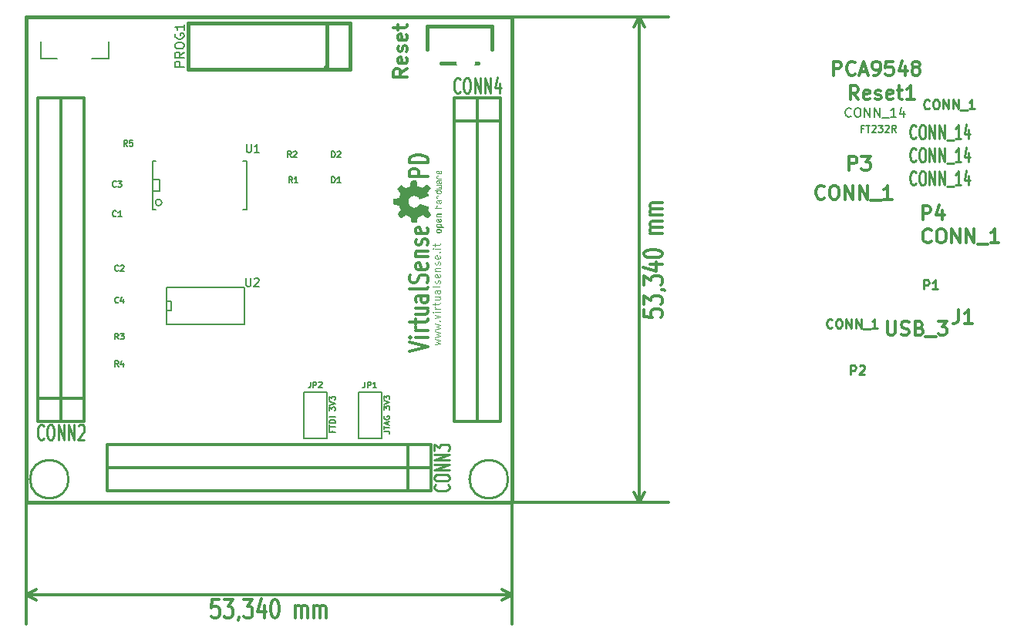
<source format=gto>
G04 (created by PCBNEW (2013-mar-13)-testing) date Fri 28 Jun 2013 12:11:23 PM CEST*
%MOIN*%
G04 Gerber Fmt 3.4, Leading zero omitted, Abs format*
%FSLAX34Y34*%
G01*
G70*
G90*
G04 APERTURE LIST*
%ADD10C,0.005906*%
%ADD11C,0.005000*%
%ADD12C,0.015000*%
%ADD13C,0.012000*%
%ADD14C,0.006000*%
%ADD15C,0.005900*%
%ADD16C,0.007900*%
%ADD17C,0.000100*%
%ADD18C,0.010000*%
%ADD19C,0.010700*%
%ADD20C,0.003937*%
%ADD21C,0.008000*%
%ADD22C,0.156000*%
%ADD23R,0.076000X0.076000*%
%ADD24C,0.076000*%
%ADD25C,0.078740*%
%ADD26R,0.027800X0.063244*%
%ADD27R,0.031700X0.069100*%
%ADD28R,0.086900X0.090800*%
%ADD29R,0.090800X0.090800*%
%ADD30C,0.075100*%
%ADD31C,0.094700*%
%ADD32R,0.075100X0.075100*%
%ADD33R,0.051000X0.071000*%
%ADD34R,0.032000X0.086900*%
G04 APERTURE END LIST*
G54D10*
G54D11*
X24732Y-46384D02*
X24732Y-46467D01*
X24863Y-46467D02*
X24613Y-46467D01*
X24613Y-46348D01*
X24613Y-46289D02*
X24613Y-46146D01*
X24863Y-46217D02*
X24613Y-46217D01*
X24863Y-46063D02*
X24613Y-46063D01*
X24613Y-46003D01*
X24625Y-45967D01*
X24648Y-45944D01*
X24672Y-45932D01*
X24720Y-45920D01*
X24755Y-45920D01*
X24803Y-45932D01*
X24827Y-45944D01*
X24851Y-45967D01*
X24863Y-46003D01*
X24863Y-46063D01*
X24863Y-45813D02*
X24613Y-45813D01*
X24613Y-45527D02*
X24613Y-45372D01*
X24708Y-45455D01*
X24708Y-45420D01*
X24720Y-45396D01*
X24732Y-45384D01*
X24755Y-45372D01*
X24815Y-45372D01*
X24839Y-45384D01*
X24851Y-45396D01*
X24863Y-45420D01*
X24863Y-45491D01*
X24851Y-45515D01*
X24839Y-45527D01*
X24613Y-45301D02*
X24863Y-45217D01*
X24613Y-45134D01*
X24613Y-45074D02*
X24613Y-44920D01*
X24708Y-45003D01*
X24708Y-44967D01*
X24720Y-44944D01*
X24732Y-44932D01*
X24755Y-44920D01*
X24815Y-44920D01*
X24839Y-44932D01*
X24851Y-44944D01*
X24863Y-44967D01*
X24863Y-45039D01*
X24851Y-45063D01*
X24839Y-45074D01*
X26963Y-46432D02*
X27141Y-46432D01*
X27177Y-46444D01*
X27201Y-46467D01*
X27213Y-46503D01*
X27213Y-46527D01*
X26963Y-46348D02*
X26963Y-46205D01*
X27213Y-46277D02*
X26963Y-46277D01*
X27141Y-46134D02*
X27141Y-46015D01*
X27213Y-46158D02*
X26963Y-46075D01*
X27213Y-45991D01*
X26975Y-45777D02*
X26963Y-45801D01*
X26963Y-45836D01*
X26975Y-45872D01*
X26998Y-45896D01*
X27022Y-45908D01*
X27070Y-45920D01*
X27105Y-45920D01*
X27153Y-45908D01*
X27177Y-45896D01*
X27201Y-45872D01*
X27213Y-45836D01*
X27213Y-45813D01*
X27201Y-45777D01*
X27189Y-45765D01*
X27105Y-45765D01*
X27105Y-45813D01*
X26963Y-45491D02*
X26963Y-45336D01*
X27058Y-45420D01*
X27058Y-45384D01*
X27070Y-45360D01*
X27082Y-45348D01*
X27105Y-45336D01*
X27165Y-45336D01*
X27189Y-45348D01*
X27201Y-45360D01*
X27213Y-45384D01*
X27213Y-45455D01*
X27201Y-45479D01*
X27189Y-45491D01*
X26963Y-45265D02*
X27213Y-45182D01*
X26963Y-45098D01*
X26963Y-45039D02*
X26963Y-44884D01*
X27058Y-44967D01*
X27058Y-44932D01*
X27070Y-44908D01*
X27082Y-44896D01*
X27105Y-44884D01*
X27165Y-44884D01*
X27189Y-44896D01*
X27201Y-44908D01*
X27213Y-44932D01*
X27213Y-45003D01*
X27201Y-45027D01*
X27189Y-45039D01*
G54D12*
X32500Y-49500D02*
X32500Y-28500D01*
X11500Y-49500D02*
X32500Y-49500D01*
X11500Y-28500D02*
X11500Y-49500D01*
X32500Y-28500D02*
X11500Y-28500D01*
X24500Y-30650D02*
X24450Y-30650D01*
X24500Y-28900D02*
X24500Y-30650D01*
G54D13*
X19828Y-53700D02*
X19542Y-53700D01*
X19514Y-54081D01*
X19542Y-54043D01*
X19599Y-54005D01*
X19742Y-54005D01*
X19799Y-54043D01*
X19828Y-54081D01*
X19857Y-54158D01*
X19857Y-54348D01*
X19828Y-54424D01*
X19799Y-54462D01*
X19742Y-54500D01*
X19599Y-54500D01*
X19542Y-54462D01*
X19514Y-54424D01*
X20057Y-53700D02*
X20428Y-53700D01*
X20228Y-54005D01*
X20314Y-54005D01*
X20371Y-54043D01*
X20399Y-54081D01*
X20428Y-54158D01*
X20428Y-54348D01*
X20399Y-54424D01*
X20371Y-54462D01*
X20314Y-54500D01*
X20142Y-54500D01*
X20085Y-54462D01*
X20057Y-54424D01*
X20714Y-54462D02*
X20714Y-54500D01*
X20685Y-54577D01*
X20657Y-54615D01*
X20914Y-53700D02*
X21285Y-53700D01*
X21085Y-54005D01*
X21171Y-54005D01*
X21228Y-54043D01*
X21257Y-54081D01*
X21285Y-54158D01*
X21285Y-54348D01*
X21257Y-54424D01*
X21228Y-54462D01*
X21171Y-54500D01*
X21000Y-54500D01*
X20942Y-54462D01*
X20914Y-54424D01*
X21800Y-53967D02*
X21800Y-54500D01*
X21657Y-53662D02*
X21514Y-54234D01*
X21885Y-54234D01*
X22228Y-53700D02*
X22285Y-53700D01*
X22342Y-53739D01*
X22371Y-53777D01*
X22400Y-53853D01*
X22428Y-54005D01*
X22428Y-54196D01*
X22400Y-54348D01*
X22371Y-54424D01*
X22342Y-54462D01*
X22285Y-54500D01*
X22228Y-54500D01*
X22171Y-54462D01*
X22142Y-54424D01*
X22114Y-54348D01*
X22085Y-54196D01*
X22085Y-54005D01*
X22114Y-53853D01*
X22142Y-53777D01*
X22171Y-53739D01*
X22228Y-53700D01*
X23142Y-54500D02*
X23142Y-53967D01*
X23142Y-54043D02*
X23171Y-54005D01*
X23228Y-53967D01*
X23314Y-53967D01*
X23371Y-54005D01*
X23400Y-54081D01*
X23400Y-54500D01*
X23400Y-54081D02*
X23428Y-54005D01*
X23485Y-53967D01*
X23571Y-53967D01*
X23628Y-54005D01*
X23657Y-54081D01*
X23657Y-54500D01*
X23942Y-54500D02*
X23942Y-53967D01*
X23942Y-54043D02*
X23971Y-54005D01*
X24028Y-53967D01*
X24114Y-53967D01*
X24171Y-54005D01*
X24200Y-54081D01*
X24200Y-54500D01*
X24200Y-54081D02*
X24228Y-54005D01*
X24285Y-53967D01*
X24371Y-53967D01*
X24428Y-54005D01*
X24457Y-54081D01*
X24457Y-54500D01*
X11500Y-53499D02*
X32500Y-53499D01*
X11500Y-49500D02*
X11500Y-54779D01*
X32500Y-49500D02*
X32500Y-54779D01*
X32500Y-53499D02*
X32057Y-53729D01*
X32500Y-53499D02*
X32057Y-53269D01*
X11500Y-53499D02*
X11943Y-53729D01*
X11500Y-53499D02*
X11943Y-53269D01*
X38201Y-41171D02*
X38201Y-41457D01*
X38582Y-41485D01*
X38544Y-41457D01*
X38506Y-41400D01*
X38506Y-41257D01*
X38544Y-41200D01*
X38582Y-41171D01*
X38659Y-41142D01*
X38849Y-41142D01*
X38925Y-41171D01*
X38963Y-41200D01*
X39001Y-41257D01*
X39001Y-41400D01*
X38963Y-41457D01*
X38925Y-41485D01*
X38201Y-40942D02*
X38201Y-40571D01*
X38506Y-40771D01*
X38506Y-40685D01*
X38544Y-40628D01*
X38582Y-40600D01*
X38659Y-40571D01*
X38849Y-40571D01*
X38925Y-40600D01*
X38963Y-40628D01*
X39001Y-40685D01*
X39001Y-40857D01*
X38963Y-40914D01*
X38925Y-40942D01*
X38963Y-40285D02*
X39001Y-40285D01*
X39078Y-40314D01*
X39116Y-40342D01*
X38201Y-40085D02*
X38201Y-39714D01*
X38506Y-39914D01*
X38506Y-39828D01*
X38544Y-39771D01*
X38582Y-39742D01*
X38659Y-39714D01*
X38849Y-39714D01*
X38925Y-39742D01*
X38963Y-39771D01*
X39001Y-39828D01*
X39001Y-40000D01*
X38963Y-40057D01*
X38925Y-40085D01*
X38468Y-39200D02*
X39001Y-39200D01*
X38163Y-39342D02*
X38735Y-39485D01*
X38735Y-39114D01*
X38201Y-38771D02*
X38201Y-38714D01*
X38240Y-38657D01*
X38278Y-38628D01*
X38354Y-38600D01*
X38506Y-38571D01*
X38697Y-38571D01*
X38849Y-38600D01*
X38925Y-38628D01*
X38963Y-38657D01*
X39001Y-38714D01*
X39001Y-38771D01*
X38963Y-38828D01*
X38925Y-38857D01*
X38849Y-38885D01*
X38697Y-38914D01*
X38506Y-38914D01*
X38354Y-38885D01*
X38278Y-38857D01*
X38240Y-38828D01*
X38201Y-38771D01*
X39001Y-37857D02*
X38468Y-37857D01*
X38544Y-37857D02*
X38506Y-37828D01*
X38468Y-37771D01*
X38468Y-37685D01*
X38506Y-37628D01*
X38582Y-37599D01*
X39001Y-37599D01*
X38582Y-37599D02*
X38506Y-37571D01*
X38468Y-37514D01*
X38468Y-37428D01*
X38506Y-37371D01*
X38582Y-37342D01*
X39001Y-37342D01*
X39001Y-37057D02*
X38468Y-37057D01*
X38544Y-37057D02*
X38506Y-37028D01*
X38468Y-36971D01*
X38468Y-36885D01*
X38506Y-36828D01*
X38582Y-36799D01*
X39001Y-36799D01*
X38582Y-36799D02*
X38506Y-36771D01*
X38468Y-36714D01*
X38468Y-36628D01*
X38506Y-36571D01*
X38582Y-36542D01*
X39001Y-36542D01*
X38000Y-49500D02*
X38000Y-28500D01*
X32500Y-49500D02*
X39280Y-49500D01*
X32500Y-28500D02*
X39280Y-28500D01*
X38000Y-28500D02*
X38230Y-28943D01*
X38000Y-28500D02*
X37770Y-28943D01*
X38000Y-49500D02*
X38230Y-49057D01*
X38000Y-49500D02*
X37770Y-49057D01*
G54D12*
X13300Y-48500D02*
G75*
G03X13300Y-48500I-800J0D01*
G74*
G01*
G54D14*
X25858Y-44721D02*
X26858Y-44721D01*
X26858Y-44721D02*
X26858Y-46721D01*
X26858Y-46721D02*
X25858Y-46721D01*
X25858Y-46721D02*
X25858Y-44721D01*
X23496Y-44721D02*
X24496Y-44721D01*
X24496Y-44721D02*
X24496Y-46721D01*
X24496Y-46721D02*
X23496Y-46721D01*
X23496Y-46721D02*
X23496Y-44721D01*
G54D12*
X32300Y-48500D02*
G75*
G03X32300Y-48500I-800J0D01*
G74*
G01*
G54D15*
X17577Y-40803D02*
X17774Y-40803D01*
X17774Y-40803D02*
X17774Y-41197D01*
X17774Y-41197D02*
X17577Y-41197D01*
X17577Y-40213D02*
X20923Y-40213D01*
X20923Y-40213D02*
X20923Y-41787D01*
X20923Y-41787D02*
X17577Y-41787D01*
X17577Y-41787D02*
X17577Y-40213D01*
G54D16*
X14348Y-30290D02*
X15057Y-30290D01*
X15057Y-30290D02*
X15057Y-29582D01*
X12852Y-30290D02*
X12143Y-30290D01*
X12143Y-30290D02*
X12143Y-29582D01*
G54D12*
X31050Y-30500D02*
X29450Y-30500D01*
X28850Y-28900D02*
X31650Y-28900D01*
X31650Y-28900D02*
X31650Y-29900D01*
X28850Y-28900D02*
X28850Y-29900D01*
G54D13*
X12000Y-32000D02*
X14000Y-32000D01*
X12000Y-45000D02*
X14000Y-45000D01*
X12000Y-46000D02*
X14000Y-46000D01*
X14000Y-32000D02*
X14000Y-46000D01*
X13000Y-46000D02*
X13000Y-32000D01*
X12000Y-46000D02*
X12000Y-32000D01*
X15000Y-49000D02*
X15000Y-47000D01*
X28000Y-49000D02*
X28000Y-47000D01*
X29000Y-49000D02*
X29000Y-47000D01*
X15000Y-47000D02*
X29000Y-47000D01*
X29000Y-48000D02*
X15000Y-48000D01*
X29000Y-49000D02*
X15000Y-49000D01*
X32000Y-46000D02*
X30000Y-46000D01*
X32000Y-33000D02*
X30000Y-33000D01*
X32000Y-32000D02*
X30000Y-32000D01*
X30000Y-46000D02*
X30000Y-32000D01*
X31000Y-32000D02*
X31000Y-46000D01*
X32000Y-32000D02*
X32000Y-46000D01*
G54D17*
G36*
X27370Y-36590D02*
X27370Y-36580D01*
X27380Y-36580D01*
X27380Y-36590D01*
X27370Y-36590D01*
X27370Y-36590D01*
G37*
G36*
X27370Y-36580D02*
X27370Y-36570D01*
X27380Y-36570D01*
X27380Y-36580D01*
X27370Y-36580D01*
X27370Y-36580D01*
G37*
G36*
X27370Y-36570D02*
X27370Y-36560D01*
X27380Y-36560D01*
X27380Y-36570D01*
X27370Y-36570D01*
X27370Y-36570D01*
G37*
G36*
X27370Y-36560D02*
X27370Y-36550D01*
X27380Y-36550D01*
X27380Y-36560D01*
X27370Y-36560D01*
X27370Y-36560D01*
G37*
G36*
X27370Y-36550D02*
X27370Y-36540D01*
X27380Y-36540D01*
X27380Y-36550D01*
X27370Y-36550D01*
X27370Y-36550D01*
G37*
G36*
X27370Y-36540D02*
X27370Y-36530D01*
X27380Y-36530D01*
X27380Y-36540D01*
X27370Y-36540D01*
X27370Y-36540D01*
G37*
G36*
X27370Y-36530D02*
X27370Y-36520D01*
X27380Y-36520D01*
X27380Y-36530D01*
X27370Y-36530D01*
X27370Y-36530D01*
G37*
G36*
X27370Y-36520D02*
X27370Y-36510D01*
X27380Y-36510D01*
X27380Y-36520D01*
X27370Y-36520D01*
X27370Y-36520D01*
G37*
G36*
X27370Y-36510D02*
X27370Y-36500D01*
X27380Y-36500D01*
X27380Y-36510D01*
X27370Y-36510D01*
X27370Y-36510D01*
G37*
G36*
X27370Y-36500D02*
X27370Y-36490D01*
X27380Y-36490D01*
X27380Y-36500D01*
X27370Y-36500D01*
X27370Y-36500D01*
G37*
G36*
X27370Y-36490D02*
X27370Y-36480D01*
X27380Y-36480D01*
X27380Y-36490D01*
X27370Y-36490D01*
X27370Y-36490D01*
G37*
G36*
X27370Y-36480D02*
X27370Y-36470D01*
X27380Y-36470D01*
X27380Y-36480D01*
X27370Y-36480D01*
X27370Y-36480D01*
G37*
G36*
X27370Y-36470D02*
X27370Y-36460D01*
X27380Y-36460D01*
X27380Y-36470D01*
X27370Y-36470D01*
X27370Y-36470D01*
G37*
G36*
X27370Y-36460D02*
X27370Y-36450D01*
X27380Y-36450D01*
X27380Y-36460D01*
X27370Y-36460D01*
X27370Y-36460D01*
G37*
G36*
X27370Y-36450D02*
X27370Y-36440D01*
X27380Y-36440D01*
X27380Y-36450D01*
X27370Y-36450D01*
X27370Y-36450D01*
G37*
G36*
X27370Y-36440D02*
X27370Y-36430D01*
X27380Y-36430D01*
X27380Y-36440D01*
X27370Y-36440D01*
X27370Y-36440D01*
G37*
G36*
X27370Y-36430D02*
X27370Y-36420D01*
X27380Y-36420D01*
X27380Y-36430D01*
X27370Y-36430D01*
X27370Y-36430D01*
G37*
G36*
X27370Y-36420D02*
X27370Y-36410D01*
X27380Y-36410D01*
X27380Y-36420D01*
X27370Y-36420D01*
X27370Y-36420D01*
G37*
G36*
X27370Y-36410D02*
X27370Y-36400D01*
X27380Y-36400D01*
X27380Y-36410D01*
X27370Y-36410D01*
X27370Y-36410D01*
G37*
G36*
X27370Y-36400D02*
X27370Y-36390D01*
X27380Y-36390D01*
X27380Y-36400D01*
X27370Y-36400D01*
X27370Y-36400D01*
G37*
G36*
X27380Y-36610D02*
X27380Y-36600D01*
X27390Y-36600D01*
X27390Y-36610D01*
X27380Y-36610D01*
X27380Y-36610D01*
G37*
G36*
X27380Y-36600D02*
X27380Y-36590D01*
X27390Y-36590D01*
X27390Y-36600D01*
X27380Y-36600D01*
X27380Y-36600D01*
G37*
G36*
X27380Y-36590D02*
X27380Y-36580D01*
X27390Y-36580D01*
X27390Y-36590D01*
X27380Y-36590D01*
X27380Y-36590D01*
G37*
G36*
X27380Y-36580D02*
X27380Y-36570D01*
X27390Y-36570D01*
X27390Y-36580D01*
X27380Y-36580D01*
X27380Y-36580D01*
G37*
G36*
X27380Y-36570D02*
X27380Y-36560D01*
X27390Y-36560D01*
X27390Y-36570D01*
X27380Y-36570D01*
X27380Y-36570D01*
G37*
G36*
X27380Y-36560D02*
X27380Y-36550D01*
X27390Y-36550D01*
X27390Y-36560D01*
X27380Y-36560D01*
X27380Y-36560D01*
G37*
G36*
X27380Y-36550D02*
X27380Y-36540D01*
X27390Y-36540D01*
X27390Y-36550D01*
X27380Y-36550D01*
X27380Y-36550D01*
G37*
G36*
X27380Y-36540D02*
X27380Y-36530D01*
X27390Y-36530D01*
X27390Y-36540D01*
X27380Y-36540D01*
X27380Y-36540D01*
G37*
G36*
X27380Y-36530D02*
X27380Y-36520D01*
X27390Y-36520D01*
X27390Y-36530D01*
X27380Y-36530D01*
X27380Y-36530D01*
G37*
G36*
X27380Y-36520D02*
X27380Y-36510D01*
X27390Y-36510D01*
X27390Y-36520D01*
X27380Y-36520D01*
X27380Y-36520D01*
G37*
G36*
X27380Y-36510D02*
X27380Y-36500D01*
X27390Y-36500D01*
X27390Y-36510D01*
X27380Y-36510D01*
X27380Y-36510D01*
G37*
G36*
X27380Y-36500D02*
X27380Y-36490D01*
X27390Y-36490D01*
X27390Y-36500D01*
X27380Y-36500D01*
X27380Y-36500D01*
G37*
G36*
X27380Y-36490D02*
X27380Y-36480D01*
X27390Y-36480D01*
X27390Y-36490D01*
X27380Y-36490D01*
X27380Y-36490D01*
G37*
G36*
X27380Y-36480D02*
X27380Y-36470D01*
X27390Y-36470D01*
X27390Y-36480D01*
X27380Y-36480D01*
X27380Y-36480D01*
G37*
G36*
X27380Y-36470D02*
X27380Y-36460D01*
X27390Y-36460D01*
X27390Y-36470D01*
X27380Y-36470D01*
X27380Y-36470D01*
G37*
G36*
X27380Y-36460D02*
X27380Y-36450D01*
X27390Y-36450D01*
X27390Y-36460D01*
X27380Y-36460D01*
X27380Y-36460D01*
G37*
G36*
X27380Y-36450D02*
X27380Y-36440D01*
X27390Y-36440D01*
X27390Y-36450D01*
X27380Y-36450D01*
X27380Y-36450D01*
G37*
G36*
X27380Y-36440D02*
X27380Y-36430D01*
X27390Y-36430D01*
X27390Y-36440D01*
X27380Y-36440D01*
X27380Y-36440D01*
G37*
G36*
X27380Y-36430D02*
X27380Y-36420D01*
X27390Y-36420D01*
X27390Y-36430D01*
X27380Y-36430D01*
X27380Y-36430D01*
G37*
G36*
X27380Y-36420D02*
X27380Y-36410D01*
X27390Y-36410D01*
X27390Y-36420D01*
X27380Y-36420D01*
X27380Y-36420D01*
G37*
G36*
X27380Y-36410D02*
X27380Y-36400D01*
X27390Y-36400D01*
X27390Y-36410D01*
X27380Y-36410D01*
X27380Y-36410D01*
G37*
G36*
X27380Y-36400D02*
X27380Y-36390D01*
X27390Y-36390D01*
X27390Y-36400D01*
X27380Y-36400D01*
X27380Y-36400D01*
G37*
G36*
X27380Y-36390D02*
X27380Y-36380D01*
X27390Y-36380D01*
X27390Y-36390D01*
X27380Y-36390D01*
X27380Y-36390D01*
G37*
G36*
X27380Y-36380D02*
X27380Y-36370D01*
X27390Y-36370D01*
X27390Y-36380D01*
X27380Y-36380D01*
X27380Y-36380D01*
G37*
G36*
X27390Y-36620D02*
X27390Y-36610D01*
X27400Y-36610D01*
X27400Y-36620D01*
X27390Y-36620D01*
X27390Y-36620D01*
G37*
G36*
X27390Y-36610D02*
X27390Y-36600D01*
X27400Y-36600D01*
X27400Y-36610D01*
X27390Y-36610D01*
X27390Y-36610D01*
G37*
G36*
X27390Y-36600D02*
X27390Y-36590D01*
X27400Y-36590D01*
X27400Y-36600D01*
X27390Y-36600D01*
X27390Y-36600D01*
G37*
G36*
X27390Y-36590D02*
X27390Y-36580D01*
X27400Y-36580D01*
X27400Y-36590D01*
X27390Y-36590D01*
X27390Y-36590D01*
G37*
G36*
X27390Y-36580D02*
X27390Y-36570D01*
X27400Y-36570D01*
X27400Y-36580D01*
X27390Y-36580D01*
X27390Y-36580D01*
G37*
G36*
X27390Y-36570D02*
X27390Y-36560D01*
X27400Y-36560D01*
X27400Y-36570D01*
X27390Y-36570D01*
X27390Y-36570D01*
G37*
G36*
X27390Y-36560D02*
X27390Y-36550D01*
X27400Y-36550D01*
X27400Y-36560D01*
X27390Y-36560D01*
X27390Y-36560D01*
G37*
G36*
X27390Y-36550D02*
X27390Y-36540D01*
X27400Y-36540D01*
X27400Y-36550D01*
X27390Y-36550D01*
X27390Y-36550D01*
G37*
G36*
X27390Y-36540D02*
X27390Y-36530D01*
X27400Y-36530D01*
X27400Y-36540D01*
X27390Y-36540D01*
X27390Y-36540D01*
G37*
G36*
X27390Y-36530D02*
X27390Y-36520D01*
X27400Y-36520D01*
X27400Y-36530D01*
X27390Y-36530D01*
X27390Y-36530D01*
G37*
G36*
X27390Y-36520D02*
X27390Y-36510D01*
X27400Y-36510D01*
X27400Y-36520D01*
X27390Y-36520D01*
X27390Y-36520D01*
G37*
G36*
X27390Y-36510D02*
X27390Y-36500D01*
X27400Y-36500D01*
X27400Y-36510D01*
X27390Y-36510D01*
X27390Y-36510D01*
G37*
G36*
X27390Y-36500D02*
X27390Y-36490D01*
X27400Y-36490D01*
X27400Y-36500D01*
X27390Y-36500D01*
X27390Y-36500D01*
G37*
G36*
X27390Y-36490D02*
X27390Y-36480D01*
X27400Y-36480D01*
X27400Y-36490D01*
X27390Y-36490D01*
X27390Y-36490D01*
G37*
G36*
X27390Y-36480D02*
X27390Y-36470D01*
X27400Y-36470D01*
X27400Y-36480D01*
X27390Y-36480D01*
X27390Y-36480D01*
G37*
G36*
X27390Y-36470D02*
X27390Y-36460D01*
X27400Y-36460D01*
X27400Y-36470D01*
X27390Y-36470D01*
X27390Y-36470D01*
G37*
G36*
X27390Y-36460D02*
X27390Y-36450D01*
X27400Y-36450D01*
X27400Y-36460D01*
X27390Y-36460D01*
X27390Y-36460D01*
G37*
G36*
X27390Y-36450D02*
X27390Y-36440D01*
X27400Y-36440D01*
X27400Y-36450D01*
X27390Y-36450D01*
X27390Y-36450D01*
G37*
G36*
X27390Y-36440D02*
X27390Y-36430D01*
X27400Y-36430D01*
X27400Y-36440D01*
X27390Y-36440D01*
X27390Y-36440D01*
G37*
G36*
X27390Y-36430D02*
X27390Y-36420D01*
X27400Y-36420D01*
X27400Y-36430D01*
X27390Y-36430D01*
X27390Y-36430D01*
G37*
G36*
X27390Y-36420D02*
X27390Y-36410D01*
X27400Y-36410D01*
X27400Y-36420D01*
X27390Y-36420D01*
X27390Y-36420D01*
G37*
G36*
X27390Y-36410D02*
X27390Y-36400D01*
X27400Y-36400D01*
X27400Y-36410D01*
X27390Y-36410D01*
X27390Y-36410D01*
G37*
G36*
X27390Y-36400D02*
X27390Y-36390D01*
X27400Y-36390D01*
X27400Y-36400D01*
X27390Y-36400D01*
X27390Y-36400D01*
G37*
G36*
X27390Y-36390D02*
X27390Y-36380D01*
X27400Y-36380D01*
X27400Y-36390D01*
X27390Y-36390D01*
X27390Y-36390D01*
G37*
G36*
X27390Y-36380D02*
X27390Y-36370D01*
X27400Y-36370D01*
X27400Y-36380D01*
X27390Y-36380D01*
X27390Y-36380D01*
G37*
G36*
X27400Y-36620D02*
X27400Y-36610D01*
X27410Y-36610D01*
X27410Y-36620D01*
X27400Y-36620D01*
X27400Y-36620D01*
G37*
G36*
X27400Y-36610D02*
X27400Y-36600D01*
X27410Y-36600D01*
X27410Y-36610D01*
X27400Y-36610D01*
X27400Y-36610D01*
G37*
G36*
X27400Y-36600D02*
X27400Y-36590D01*
X27410Y-36590D01*
X27410Y-36600D01*
X27400Y-36600D01*
X27400Y-36600D01*
G37*
G36*
X27400Y-36590D02*
X27400Y-36580D01*
X27410Y-36580D01*
X27410Y-36590D01*
X27400Y-36590D01*
X27400Y-36590D01*
G37*
G36*
X27400Y-36580D02*
X27400Y-36570D01*
X27410Y-36570D01*
X27410Y-36580D01*
X27400Y-36580D01*
X27400Y-36580D01*
G37*
G36*
X27400Y-36570D02*
X27400Y-36560D01*
X27410Y-36560D01*
X27410Y-36570D01*
X27400Y-36570D01*
X27400Y-36570D01*
G37*
G36*
X27400Y-36560D02*
X27400Y-36550D01*
X27410Y-36550D01*
X27410Y-36560D01*
X27400Y-36560D01*
X27400Y-36560D01*
G37*
G36*
X27400Y-36550D02*
X27400Y-36540D01*
X27410Y-36540D01*
X27410Y-36550D01*
X27400Y-36550D01*
X27400Y-36550D01*
G37*
G36*
X27400Y-36540D02*
X27400Y-36530D01*
X27410Y-36530D01*
X27410Y-36540D01*
X27400Y-36540D01*
X27400Y-36540D01*
G37*
G36*
X27400Y-36530D02*
X27400Y-36520D01*
X27410Y-36520D01*
X27410Y-36530D01*
X27400Y-36530D01*
X27400Y-36530D01*
G37*
G36*
X27400Y-36520D02*
X27400Y-36510D01*
X27410Y-36510D01*
X27410Y-36520D01*
X27400Y-36520D01*
X27400Y-36520D01*
G37*
G36*
X27400Y-36510D02*
X27400Y-36500D01*
X27410Y-36500D01*
X27410Y-36510D01*
X27400Y-36510D01*
X27400Y-36510D01*
G37*
G36*
X27400Y-36500D02*
X27400Y-36490D01*
X27410Y-36490D01*
X27410Y-36500D01*
X27400Y-36500D01*
X27400Y-36500D01*
G37*
G36*
X27400Y-36490D02*
X27400Y-36480D01*
X27410Y-36480D01*
X27410Y-36490D01*
X27400Y-36490D01*
X27400Y-36490D01*
G37*
G36*
X27400Y-36480D02*
X27400Y-36470D01*
X27410Y-36470D01*
X27410Y-36480D01*
X27400Y-36480D01*
X27400Y-36480D01*
G37*
G36*
X27400Y-36470D02*
X27400Y-36460D01*
X27410Y-36460D01*
X27410Y-36470D01*
X27400Y-36470D01*
X27400Y-36470D01*
G37*
G36*
X27400Y-36460D02*
X27400Y-36450D01*
X27410Y-36450D01*
X27410Y-36460D01*
X27400Y-36460D01*
X27400Y-36460D01*
G37*
G36*
X27400Y-36450D02*
X27400Y-36440D01*
X27410Y-36440D01*
X27410Y-36450D01*
X27400Y-36450D01*
X27400Y-36450D01*
G37*
G36*
X27400Y-36440D02*
X27400Y-36430D01*
X27410Y-36430D01*
X27410Y-36440D01*
X27400Y-36440D01*
X27400Y-36440D01*
G37*
G36*
X27400Y-36430D02*
X27400Y-36420D01*
X27410Y-36420D01*
X27410Y-36430D01*
X27400Y-36430D01*
X27400Y-36430D01*
G37*
G36*
X27400Y-36420D02*
X27400Y-36410D01*
X27410Y-36410D01*
X27410Y-36420D01*
X27400Y-36420D01*
X27400Y-36420D01*
G37*
G36*
X27400Y-36410D02*
X27400Y-36400D01*
X27410Y-36400D01*
X27410Y-36410D01*
X27400Y-36410D01*
X27400Y-36410D01*
G37*
G36*
X27400Y-36400D02*
X27400Y-36390D01*
X27410Y-36390D01*
X27410Y-36400D01*
X27400Y-36400D01*
X27400Y-36400D01*
G37*
G36*
X27400Y-36390D02*
X27400Y-36380D01*
X27410Y-36380D01*
X27410Y-36390D01*
X27400Y-36390D01*
X27400Y-36390D01*
G37*
G36*
X27400Y-36380D02*
X27400Y-36370D01*
X27410Y-36370D01*
X27410Y-36380D01*
X27400Y-36380D01*
X27400Y-36380D01*
G37*
G36*
X27410Y-36620D02*
X27410Y-36610D01*
X27420Y-36610D01*
X27420Y-36620D01*
X27410Y-36620D01*
X27410Y-36620D01*
G37*
G36*
X27410Y-36610D02*
X27410Y-36600D01*
X27420Y-36600D01*
X27420Y-36610D01*
X27410Y-36610D01*
X27410Y-36610D01*
G37*
G36*
X27410Y-36600D02*
X27410Y-36590D01*
X27420Y-36590D01*
X27420Y-36600D01*
X27410Y-36600D01*
X27410Y-36600D01*
G37*
G36*
X27410Y-36590D02*
X27410Y-36580D01*
X27420Y-36580D01*
X27420Y-36590D01*
X27410Y-36590D01*
X27410Y-36590D01*
G37*
G36*
X27410Y-36580D02*
X27410Y-36570D01*
X27420Y-36570D01*
X27420Y-36580D01*
X27410Y-36580D01*
X27410Y-36580D01*
G37*
G36*
X27410Y-36570D02*
X27410Y-36560D01*
X27420Y-36560D01*
X27420Y-36570D01*
X27410Y-36570D01*
X27410Y-36570D01*
G37*
G36*
X27410Y-36560D02*
X27410Y-36550D01*
X27420Y-36550D01*
X27420Y-36560D01*
X27410Y-36560D01*
X27410Y-36560D01*
G37*
G36*
X27410Y-36550D02*
X27410Y-36540D01*
X27420Y-36540D01*
X27420Y-36550D01*
X27410Y-36550D01*
X27410Y-36550D01*
G37*
G36*
X27410Y-36540D02*
X27410Y-36530D01*
X27420Y-36530D01*
X27420Y-36540D01*
X27410Y-36540D01*
X27410Y-36540D01*
G37*
G36*
X27410Y-36530D02*
X27410Y-36520D01*
X27420Y-36520D01*
X27420Y-36530D01*
X27410Y-36530D01*
X27410Y-36530D01*
G37*
G36*
X27410Y-36520D02*
X27410Y-36510D01*
X27420Y-36510D01*
X27420Y-36520D01*
X27410Y-36520D01*
X27410Y-36520D01*
G37*
G36*
X27410Y-36510D02*
X27410Y-36500D01*
X27420Y-36500D01*
X27420Y-36510D01*
X27410Y-36510D01*
X27410Y-36510D01*
G37*
G36*
X27410Y-36500D02*
X27410Y-36490D01*
X27420Y-36490D01*
X27420Y-36500D01*
X27410Y-36500D01*
X27410Y-36500D01*
G37*
G36*
X27410Y-36490D02*
X27410Y-36480D01*
X27420Y-36480D01*
X27420Y-36490D01*
X27410Y-36490D01*
X27410Y-36490D01*
G37*
G36*
X27410Y-36480D02*
X27410Y-36470D01*
X27420Y-36470D01*
X27420Y-36480D01*
X27410Y-36480D01*
X27410Y-36480D01*
G37*
G36*
X27410Y-36470D02*
X27410Y-36460D01*
X27420Y-36460D01*
X27420Y-36470D01*
X27410Y-36470D01*
X27410Y-36470D01*
G37*
G36*
X27410Y-36460D02*
X27410Y-36450D01*
X27420Y-36450D01*
X27420Y-36460D01*
X27410Y-36460D01*
X27410Y-36460D01*
G37*
G36*
X27410Y-36450D02*
X27410Y-36440D01*
X27420Y-36440D01*
X27420Y-36450D01*
X27410Y-36450D01*
X27410Y-36450D01*
G37*
G36*
X27410Y-36440D02*
X27410Y-36430D01*
X27420Y-36430D01*
X27420Y-36440D01*
X27410Y-36440D01*
X27410Y-36440D01*
G37*
G36*
X27410Y-36430D02*
X27410Y-36420D01*
X27420Y-36420D01*
X27420Y-36430D01*
X27410Y-36430D01*
X27410Y-36430D01*
G37*
G36*
X27410Y-36420D02*
X27410Y-36410D01*
X27420Y-36410D01*
X27420Y-36420D01*
X27410Y-36420D01*
X27410Y-36420D01*
G37*
G36*
X27410Y-36410D02*
X27410Y-36400D01*
X27420Y-36400D01*
X27420Y-36410D01*
X27410Y-36410D01*
X27410Y-36410D01*
G37*
G36*
X27410Y-36400D02*
X27410Y-36390D01*
X27420Y-36390D01*
X27420Y-36400D01*
X27410Y-36400D01*
X27410Y-36400D01*
G37*
G36*
X27410Y-36390D02*
X27410Y-36380D01*
X27420Y-36380D01*
X27420Y-36390D01*
X27410Y-36390D01*
X27410Y-36390D01*
G37*
G36*
X27410Y-36380D02*
X27410Y-36370D01*
X27420Y-36370D01*
X27420Y-36380D01*
X27410Y-36380D01*
X27410Y-36380D01*
G37*
G36*
X27420Y-36620D02*
X27420Y-36610D01*
X27430Y-36610D01*
X27430Y-36620D01*
X27420Y-36620D01*
X27420Y-36620D01*
G37*
G36*
X27420Y-36610D02*
X27420Y-36600D01*
X27430Y-36600D01*
X27430Y-36610D01*
X27420Y-36610D01*
X27420Y-36610D01*
G37*
G36*
X27420Y-36600D02*
X27420Y-36590D01*
X27430Y-36590D01*
X27430Y-36600D01*
X27420Y-36600D01*
X27420Y-36600D01*
G37*
G36*
X27420Y-36590D02*
X27420Y-36580D01*
X27430Y-36580D01*
X27430Y-36590D01*
X27420Y-36590D01*
X27420Y-36590D01*
G37*
G36*
X27420Y-36580D02*
X27420Y-36570D01*
X27430Y-36570D01*
X27430Y-36580D01*
X27420Y-36580D01*
X27420Y-36580D01*
G37*
G36*
X27420Y-36570D02*
X27420Y-36560D01*
X27430Y-36560D01*
X27430Y-36570D01*
X27420Y-36570D01*
X27420Y-36570D01*
G37*
G36*
X27420Y-36560D02*
X27420Y-36550D01*
X27430Y-36550D01*
X27430Y-36560D01*
X27420Y-36560D01*
X27420Y-36560D01*
G37*
G36*
X27420Y-36550D02*
X27420Y-36540D01*
X27430Y-36540D01*
X27430Y-36550D01*
X27420Y-36550D01*
X27420Y-36550D01*
G37*
G36*
X27420Y-36540D02*
X27420Y-36530D01*
X27430Y-36530D01*
X27430Y-36540D01*
X27420Y-36540D01*
X27420Y-36540D01*
G37*
G36*
X27420Y-36530D02*
X27420Y-36520D01*
X27430Y-36520D01*
X27430Y-36530D01*
X27420Y-36530D01*
X27420Y-36530D01*
G37*
G36*
X27420Y-36520D02*
X27420Y-36510D01*
X27430Y-36510D01*
X27430Y-36520D01*
X27420Y-36520D01*
X27420Y-36520D01*
G37*
G36*
X27420Y-36510D02*
X27420Y-36500D01*
X27430Y-36500D01*
X27430Y-36510D01*
X27420Y-36510D01*
X27420Y-36510D01*
G37*
G36*
X27420Y-36500D02*
X27420Y-36490D01*
X27430Y-36490D01*
X27430Y-36500D01*
X27420Y-36500D01*
X27420Y-36500D01*
G37*
G36*
X27420Y-36490D02*
X27420Y-36480D01*
X27430Y-36480D01*
X27430Y-36490D01*
X27420Y-36490D01*
X27420Y-36490D01*
G37*
G36*
X27420Y-36480D02*
X27420Y-36470D01*
X27430Y-36470D01*
X27430Y-36480D01*
X27420Y-36480D01*
X27420Y-36480D01*
G37*
G36*
X27420Y-36470D02*
X27420Y-36460D01*
X27430Y-36460D01*
X27430Y-36470D01*
X27420Y-36470D01*
X27420Y-36470D01*
G37*
G36*
X27420Y-36460D02*
X27420Y-36450D01*
X27430Y-36450D01*
X27430Y-36460D01*
X27420Y-36460D01*
X27420Y-36460D01*
G37*
G36*
X27420Y-36450D02*
X27420Y-36440D01*
X27430Y-36440D01*
X27430Y-36450D01*
X27420Y-36450D01*
X27420Y-36450D01*
G37*
G36*
X27420Y-36440D02*
X27420Y-36430D01*
X27430Y-36430D01*
X27430Y-36440D01*
X27420Y-36440D01*
X27420Y-36440D01*
G37*
G36*
X27420Y-36430D02*
X27420Y-36420D01*
X27430Y-36420D01*
X27430Y-36430D01*
X27420Y-36430D01*
X27420Y-36430D01*
G37*
G36*
X27420Y-36420D02*
X27420Y-36410D01*
X27430Y-36410D01*
X27430Y-36420D01*
X27420Y-36420D01*
X27420Y-36420D01*
G37*
G36*
X27420Y-36410D02*
X27420Y-36400D01*
X27430Y-36400D01*
X27430Y-36410D01*
X27420Y-36410D01*
X27420Y-36410D01*
G37*
G36*
X27420Y-36400D02*
X27420Y-36390D01*
X27430Y-36390D01*
X27430Y-36400D01*
X27420Y-36400D01*
X27420Y-36400D01*
G37*
G36*
X27420Y-36390D02*
X27420Y-36380D01*
X27430Y-36380D01*
X27430Y-36390D01*
X27420Y-36390D01*
X27420Y-36390D01*
G37*
G36*
X27420Y-36380D02*
X27420Y-36370D01*
X27430Y-36370D01*
X27430Y-36380D01*
X27420Y-36380D01*
X27420Y-36380D01*
G37*
G36*
X27430Y-36630D02*
X27430Y-36620D01*
X27440Y-36620D01*
X27440Y-36630D01*
X27430Y-36630D01*
X27430Y-36630D01*
G37*
G36*
X27430Y-36620D02*
X27430Y-36610D01*
X27440Y-36610D01*
X27440Y-36620D01*
X27430Y-36620D01*
X27430Y-36620D01*
G37*
G36*
X27430Y-36610D02*
X27430Y-36600D01*
X27440Y-36600D01*
X27440Y-36610D01*
X27430Y-36610D01*
X27430Y-36610D01*
G37*
G36*
X27430Y-36600D02*
X27430Y-36590D01*
X27440Y-36590D01*
X27440Y-36600D01*
X27430Y-36600D01*
X27430Y-36600D01*
G37*
G36*
X27430Y-36590D02*
X27430Y-36580D01*
X27440Y-36580D01*
X27440Y-36590D01*
X27430Y-36590D01*
X27430Y-36590D01*
G37*
G36*
X27430Y-36580D02*
X27430Y-36570D01*
X27440Y-36570D01*
X27440Y-36580D01*
X27430Y-36580D01*
X27430Y-36580D01*
G37*
G36*
X27430Y-36570D02*
X27430Y-36560D01*
X27440Y-36560D01*
X27440Y-36570D01*
X27430Y-36570D01*
X27430Y-36570D01*
G37*
G36*
X27430Y-36560D02*
X27430Y-36550D01*
X27440Y-36550D01*
X27440Y-36560D01*
X27430Y-36560D01*
X27430Y-36560D01*
G37*
G36*
X27430Y-36550D02*
X27430Y-36540D01*
X27440Y-36540D01*
X27440Y-36550D01*
X27430Y-36550D01*
X27430Y-36550D01*
G37*
G36*
X27430Y-36540D02*
X27430Y-36530D01*
X27440Y-36530D01*
X27440Y-36540D01*
X27430Y-36540D01*
X27430Y-36540D01*
G37*
G36*
X27430Y-36530D02*
X27430Y-36520D01*
X27440Y-36520D01*
X27440Y-36530D01*
X27430Y-36530D01*
X27430Y-36530D01*
G37*
G36*
X27430Y-36520D02*
X27430Y-36510D01*
X27440Y-36510D01*
X27440Y-36520D01*
X27430Y-36520D01*
X27430Y-36520D01*
G37*
G36*
X27430Y-36510D02*
X27430Y-36500D01*
X27440Y-36500D01*
X27440Y-36510D01*
X27430Y-36510D01*
X27430Y-36510D01*
G37*
G36*
X27430Y-36500D02*
X27430Y-36490D01*
X27440Y-36490D01*
X27440Y-36500D01*
X27430Y-36500D01*
X27430Y-36500D01*
G37*
G36*
X27430Y-36490D02*
X27430Y-36480D01*
X27440Y-36480D01*
X27440Y-36490D01*
X27430Y-36490D01*
X27430Y-36490D01*
G37*
G36*
X27430Y-36480D02*
X27430Y-36470D01*
X27440Y-36470D01*
X27440Y-36480D01*
X27430Y-36480D01*
X27430Y-36480D01*
G37*
G36*
X27430Y-36470D02*
X27430Y-36460D01*
X27440Y-36460D01*
X27440Y-36470D01*
X27430Y-36470D01*
X27430Y-36470D01*
G37*
G36*
X27430Y-36460D02*
X27430Y-36450D01*
X27440Y-36450D01*
X27440Y-36460D01*
X27430Y-36460D01*
X27430Y-36460D01*
G37*
G36*
X27430Y-36450D02*
X27430Y-36440D01*
X27440Y-36440D01*
X27440Y-36450D01*
X27430Y-36450D01*
X27430Y-36450D01*
G37*
G36*
X27430Y-36440D02*
X27430Y-36430D01*
X27440Y-36430D01*
X27440Y-36440D01*
X27430Y-36440D01*
X27430Y-36440D01*
G37*
G36*
X27430Y-36430D02*
X27430Y-36420D01*
X27440Y-36420D01*
X27440Y-36430D01*
X27430Y-36430D01*
X27430Y-36430D01*
G37*
G36*
X27430Y-36420D02*
X27430Y-36410D01*
X27440Y-36410D01*
X27440Y-36420D01*
X27430Y-36420D01*
X27430Y-36420D01*
G37*
G36*
X27430Y-36410D02*
X27430Y-36400D01*
X27440Y-36400D01*
X27440Y-36410D01*
X27430Y-36410D01*
X27430Y-36410D01*
G37*
G36*
X27430Y-36400D02*
X27430Y-36390D01*
X27440Y-36390D01*
X27440Y-36400D01*
X27430Y-36400D01*
X27430Y-36400D01*
G37*
G36*
X27430Y-36390D02*
X27430Y-36380D01*
X27440Y-36380D01*
X27440Y-36390D01*
X27430Y-36390D01*
X27430Y-36390D01*
G37*
G36*
X27430Y-36380D02*
X27430Y-36370D01*
X27440Y-36370D01*
X27440Y-36380D01*
X27430Y-36380D01*
X27430Y-36380D01*
G37*
G36*
X27430Y-36370D02*
X27430Y-36360D01*
X27440Y-36360D01*
X27440Y-36370D01*
X27430Y-36370D01*
X27430Y-36370D01*
G37*
G36*
X27440Y-36630D02*
X27440Y-36620D01*
X27450Y-36620D01*
X27450Y-36630D01*
X27440Y-36630D01*
X27440Y-36630D01*
G37*
G36*
X27440Y-36620D02*
X27440Y-36610D01*
X27450Y-36610D01*
X27450Y-36620D01*
X27440Y-36620D01*
X27440Y-36620D01*
G37*
G36*
X27440Y-36610D02*
X27440Y-36600D01*
X27450Y-36600D01*
X27450Y-36610D01*
X27440Y-36610D01*
X27440Y-36610D01*
G37*
G36*
X27440Y-36600D02*
X27440Y-36590D01*
X27450Y-36590D01*
X27450Y-36600D01*
X27440Y-36600D01*
X27440Y-36600D01*
G37*
G36*
X27440Y-36590D02*
X27440Y-36580D01*
X27450Y-36580D01*
X27450Y-36590D01*
X27440Y-36590D01*
X27440Y-36590D01*
G37*
G36*
X27440Y-36580D02*
X27440Y-36570D01*
X27450Y-36570D01*
X27450Y-36580D01*
X27440Y-36580D01*
X27440Y-36580D01*
G37*
G36*
X27440Y-36570D02*
X27440Y-36560D01*
X27450Y-36560D01*
X27450Y-36570D01*
X27440Y-36570D01*
X27440Y-36570D01*
G37*
G36*
X27440Y-36560D02*
X27440Y-36550D01*
X27450Y-36550D01*
X27450Y-36560D01*
X27440Y-36560D01*
X27440Y-36560D01*
G37*
G36*
X27440Y-36550D02*
X27440Y-36540D01*
X27450Y-36540D01*
X27450Y-36550D01*
X27440Y-36550D01*
X27440Y-36550D01*
G37*
G36*
X27440Y-36540D02*
X27440Y-36530D01*
X27450Y-36530D01*
X27450Y-36540D01*
X27440Y-36540D01*
X27440Y-36540D01*
G37*
G36*
X27440Y-36530D02*
X27440Y-36520D01*
X27450Y-36520D01*
X27450Y-36530D01*
X27440Y-36530D01*
X27440Y-36530D01*
G37*
G36*
X27440Y-36520D02*
X27440Y-36510D01*
X27450Y-36510D01*
X27450Y-36520D01*
X27440Y-36520D01*
X27440Y-36520D01*
G37*
G36*
X27440Y-36510D02*
X27440Y-36500D01*
X27450Y-36500D01*
X27450Y-36510D01*
X27440Y-36510D01*
X27440Y-36510D01*
G37*
G36*
X27440Y-36500D02*
X27440Y-36490D01*
X27450Y-36490D01*
X27450Y-36500D01*
X27440Y-36500D01*
X27440Y-36500D01*
G37*
G36*
X27440Y-36490D02*
X27440Y-36480D01*
X27450Y-36480D01*
X27450Y-36490D01*
X27440Y-36490D01*
X27440Y-36490D01*
G37*
G36*
X27440Y-36480D02*
X27440Y-36470D01*
X27450Y-36470D01*
X27450Y-36480D01*
X27440Y-36480D01*
X27440Y-36480D01*
G37*
G36*
X27440Y-36470D02*
X27440Y-36460D01*
X27450Y-36460D01*
X27450Y-36470D01*
X27440Y-36470D01*
X27440Y-36470D01*
G37*
G36*
X27440Y-36460D02*
X27440Y-36450D01*
X27450Y-36450D01*
X27450Y-36460D01*
X27440Y-36460D01*
X27440Y-36460D01*
G37*
G36*
X27440Y-36450D02*
X27440Y-36440D01*
X27450Y-36440D01*
X27450Y-36450D01*
X27440Y-36450D01*
X27440Y-36450D01*
G37*
G36*
X27440Y-36440D02*
X27440Y-36430D01*
X27450Y-36430D01*
X27450Y-36440D01*
X27440Y-36440D01*
X27440Y-36440D01*
G37*
G36*
X27440Y-36430D02*
X27440Y-36420D01*
X27450Y-36420D01*
X27450Y-36430D01*
X27440Y-36430D01*
X27440Y-36430D01*
G37*
G36*
X27440Y-36420D02*
X27440Y-36410D01*
X27450Y-36410D01*
X27450Y-36420D01*
X27440Y-36420D01*
X27440Y-36420D01*
G37*
G36*
X27440Y-36410D02*
X27440Y-36400D01*
X27450Y-36400D01*
X27450Y-36410D01*
X27440Y-36410D01*
X27440Y-36410D01*
G37*
G36*
X27440Y-36400D02*
X27440Y-36390D01*
X27450Y-36390D01*
X27450Y-36400D01*
X27440Y-36400D01*
X27440Y-36400D01*
G37*
G36*
X27440Y-36390D02*
X27440Y-36380D01*
X27450Y-36380D01*
X27450Y-36390D01*
X27440Y-36390D01*
X27440Y-36390D01*
G37*
G36*
X27440Y-36380D02*
X27440Y-36370D01*
X27450Y-36370D01*
X27450Y-36380D01*
X27440Y-36380D01*
X27440Y-36380D01*
G37*
G36*
X27440Y-36370D02*
X27440Y-36360D01*
X27450Y-36360D01*
X27450Y-36370D01*
X27440Y-36370D01*
X27440Y-36370D01*
G37*
G36*
X27450Y-36630D02*
X27450Y-36620D01*
X27460Y-36620D01*
X27460Y-36630D01*
X27450Y-36630D01*
X27450Y-36630D01*
G37*
G36*
X27450Y-36620D02*
X27450Y-36610D01*
X27460Y-36610D01*
X27460Y-36620D01*
X27450Y-36620D01*
X27450Y-36620D01*
G37*
G36*
X27450Y-36610D02*
X27450Y-36600D01*
X27460Y-36600D01*
X27460Y-36610D01*
X27450Y-36610D01*
X27450Y-36610D01*
G37*
G36*
X27450Y-36600D02*
X27450Y-36590D01*
X27460Y-36590D01*
X27460Y-36600D01*
X27450Y-36600D01*
X27450Y-36600D01*
G37*
G36*
X27450Y-36590D02*
X27450Y-36580D01*
X27460Y-36580D01*
X27460Y-36590D01*
X27450Y-36590D01*
X27450Y-36590D01*
G37*
G36*
X27450Y-36580D02*
X27450Y-36570D01*
X27460Y-36570D01*
X27460Y-36580D01*
X27450Y-36580D01*
X27450Y-36580D01*
G37*
G36*
X27450Y-36570D02*
X27450Y-36560D01*
X27460Y-36560D01*
X27460Y-36570D01*
X27450Y-36570D01*
X27450Y-36570D01*
G37*
G36*
X27450Y-36560D02*
X27450Y-36550D01*
X27460Y-36550D01*
X27460Y-36560D01*
X27450Y-36560D01*
X27450Y-36560D01*
G37*
G36*
X27450Y-36550D02*
X27450Y-36540D01*
X27460Y-36540D01*
X27460Y-36550D01*
X27450Y-36550D01*
X27450Y-36550D01*
G37*
G36*
X27450Y-36540D02*
X27450Y-36530D01*
X27460Y-36530D01*
X27460Y-36540D01*
X27450Y-36540D01*
X27450Y-36540D01*
G37*
G36*
X27450Y-36530D02*
X27450Y-36520D01*
X27460Y-36520D01*
X27460Y-36530D01*
X27450Y-36530D01*
X27450Y-36530D01*
G37*
G36*
X27450Y-36520D02*
X27450Y-36510D01*
X27460Y-36510D01*
X27460Y-36520D01*
X27450Y-36520D01*
X27450Y-36520D01*
G37*
G36*
X27450Y-36510D02*
X27450Y-36500D01*
X27460Y-36500D01*
X27460Y-36510D01*
X27450Y-36510D01*
X27450Y-36510D01*
G37*
G36*
X27450Y-36500D02*
X27450Y-36490D01*
X27460Y-36490D01*
X27460Y-36500D01*
X27450Y-36500D01*
X27450Y-36500D01*
G37*
G36*
X27450Y-36490D02*
X27450Y-36480D01*
X27460Y-36480D01*
X27460Y-36490D01*
X27450Y-36490D01*
X27450Y-36490D01*
G37*
G36*
X27450Y-36480D02*
X27450Y-36470D01*
X27460Y-36470D01*
X27460Y-36480D01*
X27450Y-36480D01*
X27450Y-36480D01*
G37*
G36*
X27450Y-36470D02*
X27450Y-36460D01*
X27460Y-36460D01*
X27460Y-36470D01*
X27450Y-36470D01*
X27450Y-36470D01*
G37*
G36*
X27450Y-36460D02*
X27450Y-36450D01*
X27460Y-36450D01*
X27460Y-36460D01*
X27450Y-36460D01*
X27450Y-36460D01*
G37*
G36*
X27450Y-36450D02*
X27450Y-36440D01*
X27460Y-36440D01*
X27460Y-36450D01*
X27450Y-36450D01*
X27450Y-36450D01*
G37*
G36*
X27450Y-36440D02*
X27450Y-36430D01*
X27460Y-36430D01*
X27460Y-36440D01*
X27450Y-36440D01*
X27450Y-36440D01*
G37*
G36*
X27450Y-36430D02*
X27450Y-36420D01*
X27460Y-36420D01*
X27460Y-36430D01*
X27450Y-36430D01*
X27450Y-36430D01*
G37*
G36*
X27450Y-36420D02*
X27450Y-36410D01*
X27460Y-36410D01*
X27460Y-36420D01*
X27450Y-36420D01*
X27450Y-36420D01*
G37*
G36*
X27450Y-36410D02*
X27450Y-36400D01*
X27460Y-36400D01*
X27460Y-36410D01*
X27450Y-36410D01*
X27450Y-36410D01*
G37*
G36*
X27450Y-36400D02*
X27450Y-36390D01*
X27460Y-36390D01*
X27460Y-36400D01*
X27450Y-36400D01*
X27450Y-36400D01*
G37*
G36*
X27450Y-36390D02*
X27450Y-36380D01*
X27460Y-36380D01*
X27460Y-36390D01*
X27450Y-36390D01*
X27450Y-36390D01*
G37*
G36*
X27450Y-36380D02*
X27450Y-36370D01*
X27460Y-36370D01*
X27460Y-36380D01*
X27450Y-36380D01*
X27450Y-36380D01*
G37*
G36*
X27450Y-36370D02*
X27450Y-36360D01*
X27460Y-36360D01*
X27460Y-36370D01*
X27450Y-36370D01*
X27450Y-36370D01*
G37*
G36*
X27460Y-36630D02*
X27460Y-36620D01*
X27470Y-36620D01*
X27470Y-36630D01*
X27460Y-36630D01*
X27460Y-36630D01*
G37*
G36*
X27460Y-36620D02*
X27460Y-36610D01*
X27470Y-36610D01*
X27470Y-36620D01*
X27460Y-36620D01*
X27460Y-36620D01*
G37*
G36*
X27460Y-36610D02*
X27460Y-36600D01*
X27470Y-36600D01*
X27470Y-36610D01*
X27460Y-36610D01*
X27460Y-36610D01*
G37*
G36*
X27460Y-36600D02*
X27460Y-36590D01*
X27470Y-36590D01*
X27470Y-36600D01*
X27460Y-36600D01*
X27460Y-36600D01*
G37*
G36*
X27460Y-36590D02*
X27460Y-36580D01*
X27470Y-36580D01*
X27470Y-36590D01*
X27460Y-36590D01*
X27460Y-36590D01*
G37*
G36*
X27460Y-36580D02*
X27460Y-36570D01*
X27470Y-36570D01*
X27470Y-36580D01*
X27460Y-36580D01*
X27460Y-36580D01*
G37*
G36*
X27460Y-36570D02*
X27460Y-36560D01*
X27470Y-36560D01*
X27470Y-36570D01*
X27460Y-36570D01*
X27460Y-36570D01*
G37*
G36*
X27460Y-36560D02*
X27460Y-36550D01*
X27470Y-36550D01*
X27470Y-36560D01*
X27460Y-36560D01*
X27460Y-36560D01*
G37*
G36*
X27460Y-36550D02*
X27460Y-36540D01*
X27470Y-36540D01*
X27470Y-36550D01*
X27460Y-36550D01*
X27460Y-36550D01*
G37*
G36*
X27460Y-36540D02*
X27460Y-36530D01*
X27470Y-36530D01*
X27470Y-36540D01*
X27460Y-36540D01*
X27460Y-36540D01*
G37*
G36*
X27460Y-36530D02*
X27460Y-36520D01*
X27470Y-36520D01*
X27470Y-36530D01*
X27460Y-36530D01*
X27460Y-36530D01*
G37*
G36*
X27460Y-36520D02*
X27460Y-36510D01*
X27470Y-36510D01*
X27470Y-36520D01*
X27460Y-36520D01*
X27460Y-36520D01*
G37*
G36*
X27460Y-36510D02*
X27460Y-36500D01*
X27470Y-36500D01*
X27470Y-36510D01*
X27460Y-36510D01*
X27460Y-36510D01*
G37*
G36*
X27460Y-36500D02*
X27460Y-36490D01*
X27470Y-36490D01*
X27470Y-36500D01*
X27460Y-36500D01*
X27460Y-36500D01*
G37*
G36*
X27460Y-36490D02*
X27460Y-36480D01*
X27470Y-36480D01*
X27470Y-36490D01*
X27460Y-36490D01*
X27460Y-36490D01*
G37*
G36*
X27460Y-36480D02*
X27460Y-36470D01*
X27470Y-36470D01*
X27470Y-36480D01*
X27460Y-36480D01*
X27460Y-36480D01*
G37*
G36*
X27460Y-36470D02*
X27460Y-36460D01*
X27470Y-36460D01*
X27470Y-36470D01*
X27460Y-36470D01*
X27460Y-36470D01*
G37*
G36*
X27460Y-36460D02*
X27460Y-36450D01*
X27470Y-36450D01*
X27470Y-36460D01*
X27460Y-36460D01*
X27460Y-36460D01*
G37*
G36*
X27460Y-36450D02*
X27460Y-36440D01*
X27470Y-36440D01*
X27470Y-36450D01*
X27460Y-36450D01*
X27460Y-36450D01*
G37*
G36*
X27460Y-36440D02*
X27460Y-36430D01*
X27470Y-36430D01*
X27470Y-36440D01*
X27460Y-36440D01*
X27460Y-36440D01*
G37*
G36*
X27460Y-36430D02*
X27460Y-36420D01*
X27470Y-36420D01*
X27470Y-36430D01*
X27460Y-36430D01*
X27460Y-36430D01*
G37*
G36*
X27460Y-36420D02*
X27460Y-36410D01*
X27470Y-36410D01*
X27470Y-36420D01*
X27460Y-36420D01*
X27460Y-36420D01*
G37*
G36*
X27460Y-36410D02*
X27460Y-36400D01*
X27470Y-36400D01*
X27470Y-36410D01*
X27460Y-36410D01*
X27460Y-36410D01*
G37*
G36*
X27460Y-36400D02*
X27460Y-36390D01*
X27470Y-36390D01*
X27470Y-36400D01*
X27460Y-36400D01*
X27460Y-36400D01*
G37*
G36*
X27460Y-36390D02*
X27460Y-36380D01*
X27470Y-36380D01*
X27470Y-36390D01*
X27460Y-36390D01*
X27460Y-36390D01*
G37*
G36*
X27460Y-36380D02*
X27460Y-36370D01*
X27470Y-36370D01*
X27470Y-36380D01*
X27460Y-36380D01*
X27460Y-36380D01*
G37*
G36*
X27460Y-36370D02*
X27460Y-36360D01*
X27470Y-36360D01*
X27470Y-36370D01*
X27460Y-36370D01*
X27460Y-36370D01*
G37*
G36*
X27470Y-36630D02*
X27470Y-36620D01*
X27480Y-36620D01*
X27480Y-36630D01*
X27470Y-36630D01*
X27470Y-36630D01*
G37*
G36*
X27470Y-36620D02*
X27470Y-36610D01*
X27480Y-36610D01*
X27480Y-36620D01*
X27470Y-36620D01*
X27470Y-36620D01*
G37*
G36*
X27470Y-36610D02*
X27470Y-36600D01*
X27480Y-36600D01*
X27480Y-36610D01*
X27470Y-36610D01*
X27470Y-36610D01*
G37*
G36*
X27470Y-36600D02*
X27470Y-36590D01*
X27480Y-36590D01*
X27480Y-36600D01*
X27470Y-36600D01*
X27470Y-36600D01*
G37*
G36*
X27470Y-36590D02*
X27470Y-36580D01*
X27480Y-36580D01*
X27480Y-36590D01*
X27470Y-36590D01*
X27470Y-36590D01*
G37*
G36*
X27470Y-36580D02*
X27470Y-36570D01*
X27480Y-36570D01*
X27480Y-36580D01*
X27470Y-36580D01*
X27470Y-36580D01*
G37*
G36*
X27470Y-36570D02*
X27470Y-36560D01*
X27480Y-36560D01*
X27480Y-36570D01*
X27470Y-36570D01*
X27470Y-36570D01*
G37*
G36*
X27470Y-36560D02*
X27470Y-36550D01*
X27480Y-36550D01*
X27480Y-36560D01*
X27470Y-36560D01*
X27470Y-36560D01*
G37*
G36*
X27470Y-36550D02*
X27470Y-36540D01*
X27480Y-36540D01*
X27480Y-36550D01*
X27470Y-36550D01*
X27470Y-36550D01*
G37*
G36*
X27470Y-36540D02*
X27470Y-36530D01*
X27480Y-36530D01*
X27480Y-36540D01*
X27470Y-36540D01*
X27470Y-36540D01*
G37*
G36*
X27470Y-36530D02*
X27470Y-36520D01*
X27480Y-36520D01*
X27480Y-36530D01*
X27470Y-36530D01*
X27470Y-36530D01*
G37*
G36*
X27470Y-36520D02*
X27470Y-36510D01*
X27480Y-36510D01*
X27480Y-36520D01*
X27470Y-36520D01*
X27470Y-36520D01*
G37*
G36*
X27470Y-36510D02*
X27470Y-36500D01*
X27480Y-36500D01*
X27480Y-36510D01*
X27470Y-36510D01*
X27470Y-36510D01*
G37*
G36*
X27470Y-36500D02*
X27470Y-36490D01*
X27480Y-36490D01*
X27480Y-36500D01*
X27470Y-36500D01*
X27470Y-36500D01*
G37*
G36*
X27470Y-36490D02*
X27470Y-36480D01*
X27480Y-36480D01*
X27480Y-36490D01*
X27470Y-36490D01*
X27470Y-36490D01*
G37*
G36*
X27470Y-36480D02*
X27470Y-36470D01*
X27480Y-36470D01*
X27480Y-36480D01*
X27470Y-36480D01*
X27470Y-36480D01*
G37*
G36*
X27470Y-36470D02*
X27470Y-36460D01*
X27480Y-36460D01*
X27480Y-36470D01*
X27470Y-36470D01*
X27470Y-36470D01*
G37*
G36*
X27470Y-36460D02*
X27470Y-36450D01*
X27480Y-36450D01*
X27480Y-36460D01*
X27470Y-36460D01*
X27470Y-36460D01*
G37*
G36*
X27470Y-36450D02*
X27470Y-36440D01*
X27480Y-36440D01*
X27480Y-36450D01*
X27470Y-36450D01*
X27470Y-36450D01*
G37*
G36*
X27470Y-36440D02*
X27470Y-36430D01*
X27480Y-36430D01*
X27480Y-36440D01*
X27470Y-36440D01*
X27470Y-36440D01*
G37*
G36*
X27470Y-36430D02*
X27470Y-36420D01*
X27480Y-36420D01*
X27480Y-36430D01*
X27470Y-36430D01*
X27470Y-36430D01*
G37*
G36*
X27470Y-36420D02*
X27470Y-36410D01*
X27480Y-36410D01*
X27480Y-36420D01*
X27470Y-36420D01*
X27470Y-36420D01*
G37*
G36*
X27470Y-36410D02*
X27470Y-36400D01*
X27480Y-36400D01*
X27480Y-36410D01*
X27470Y-36410D01*
X27470Y-36410D01*
G37*
G36*
X27470Y-36400D02*
X27470Y-36390D01*
X27480Y-36390D01*
X27480Y-36400D01*
X27470Y-36400D01*
X27470Y-36400D01*
G37*
G36*
X27470Y-36390D02*
X27470Y-36380D01*
X27480Y-36380D01*
X27480Y-36390D01*
X27470Y-36390D01*
X27470Y-36390D01*
G37*
G36*
X27470Y-36380D02*
X27470Y-36370D01*
X27480Y-36370D01*
X27480Y-36380D01*
X27470Y-36380D01*
X27470Y-36380D01*
G37*
G36*
X27470Y-36370D02*
X27470Y-36360D01*
X27480Y-36360D01*
X27480Y-36370D01*
X27470Y-36370D01*
X27470Y-36370D01*
G37*
G36*
X27480Y-36640D02*
X27480Y-36630D01*
X27490Y-36630D01*
X27490Y-36640D01*
X27480Y-36640D01*
X27480Y-36640D01*
G37*
G36*
X27480Y-36630D02*
X27480Y-36620D01*
X27490Y-36620D01*
X27490Y-36630D01*
X27480Y-36630D01*
X27480Y-36630D01*
G37*
G36*
X27480Y-36620D02*
X27480Y-36610D01*
X27490Y-36610D01*
X27490Y-36620D01*
X27480Y-36620D01*
X27480Y-36620D01*
G37*
G36*
X27480Y-36610D02*
X27480Y-36600D01*
X27490Y-36600D01*
X27490Y-36610D01*
X27480Y-36610D01*
X27480Y-36610D01*
G37*
G36*
X27480Y-36600D02*
X27480Y-36590D01*
X27490Y-36590D01*
X27490Y-36600D01*
X27480Y-36600D01*
X27480Y-36600D01*
G37*
G36*
X27480Y-36590D02*
X27480Y-36580D01*
X27490Y-36580D01*
X27490Y-36590D01*
X27480Y-36590D01*
X27480Y-36590D01*
G37*
G36*
X27480Y-36580D02*
X27480Y-36570D01*
X27490Y-36570D01*
X27490Y-36580D01*
X27480Y-36580D01*
X27480Y-36580D01*
G37*
G36*
X27480Y-36570D02*
X27480Y-36560D01*
X27490Y-36560D01*
X27490Y-36570D01*
X27480Y-36570D01*
X27480Y-36570D01*
G37*
G36*
X27480Y-36560D02*
X27480Y-36550D01*
X27490Y-36550D01*
X27490Y-36560D01*
X27480Y-36560D01*
X27480Y-36560D01*
G37*
G36*
X27480Y-36550D02*
X27480Y-36540D01*
X27490Y-36540D01*
X27490Y-36550D01*
X27480Y-36550D01*
X27480Y-36550D01*
G37*
G36*
X27480Y-36540D02*
X27480Y-36530D01*
X27490Y-36530D01*
X27490Y-36540D01*
X27480Y-36540D01*
X27480Y-36540D01*
G37*
G36*
X27480Y-36530D02*
X27480Y-36520D01*
X27490Y-36520D01*
X27490Y-36530D01*
X27480Y-36530D01*
X27480Y-36530D01*
G37*
G36*
X27480Y-36520D02*
X27480Y-36510D01*
X27490Y-36510D01*
X27490Y-36520D01*
X27480Y-36520D01*
X27480Y-36520D01*
G37*
G36*
X27480Y-36510D02*
X27480Y-36500D01*
X27490Y-36500D01*
X27490Y-36510D01*
X27480Y-36510D01*
X27480Y-36510D01*
G37*
G36*
X27480Y-36500D02*
X27480Y-36490D01*
X27490Y-36490D01*
X27490Y-36500D01*
X27480Y-36500D01*
X27480Y-36500D01*
G37*
G36*
X27480Y-36490D02*
X27480Y-36480D01*
X27490Y-36480D01*
X27490Y-36490D01*
X27480Y-36490D01*
X27480Y-36490D01*
G37*
G36*
X27480Y-36480D02*
X27480Y-36470D01*
X27490Y-36470D01*
X27490Y-36480D01*
X27480Y-36480D01*
X27480Y-36480D01*
G37*
G36*
X27480Y-36470D02*
X27480Y-36460D01*
X27490Y-36460D01*
X27490Y-36470D01*
X27480Y-36470D01*
X27480Y-36470D01*
G37*
G36*
X27480Y-36460D02*
X27480Y-36450D01*
X27490Y-36450D01*
X27490Y-36460D01*
X27480Y-36460D01*
X27480Y-36460D01*
G37*
G36*
X27480Y-36450D02*
X27480Y-36440D01*
X27490Y-36440D01*
X27490Y-36450D01*
X27480Y-36450D01*
X27480Y-36450D01*
G37*
G36*
X27480Y-36440D02*
X27480Y-36430D01*
X27490Y-36430D01*
X27490Y-36440D01*
X27480Y-36440D01*
X27480Y-36440D01*
G37*
G36*
X27480Y-36430D02*
X27480Y-36420D01*
X27490Y-36420D01*
X27490Y-36430D01*
X27480Y-36430D01*
X27480Y-36430D01*
G37*
G36*
X27480Y-36420D02*
X27480Y-36410D01*
X27490Y-36410D01*
X27490Y-36420D01*
X27480Y-36420D01*
X27480Y-36420D01*
G37*
G36*
X27480Y-36410D02*
X27480Y-36400D01*
X27490Y-36400D01*
X27490Y-36410D01*
X27480Y-36410D01*
X27480Y-36410D01*
G37*
G36*
X27480Y-36400D02*
X27480Y-36390D01*
X27490Y-36390D01*
X27490Y-36400D01*
X27480Y-36400D01*
X27480Y-36400D01*
G37*
G36*
X27480Y-36390D02*
X27480Y-36380D01*
X27490Y-36380D01*
X27490Y-36390D01*
X27480Y-36390D01*
X27480Y-36390D01*
G37*
G36*
X27480Y-36380D02*
X27480Y-36370D01*
X27490Y-36370D01*
X27490Y-36380D01*
X27480Y-36380D01*
X27480Y-36380D01*
G37*
G36*
X27480Y-36370D02*
X27480Y-36360D01*
X27490Y-36360D01*
X27490Y-36370D01*
X27480Y-36370D01*
X27480Y-36370D01*
G37*
G36*
X27490Y-36640D02*
X27490Y-36630D01*
X27500Y-36630D01*
X27500Y-36640D01*
X27490Y-36640D01*
X27490Y-36640D01*
G37*
G36*
X27490Y-36630D02*
X27490Y-36620D01*
X27500Y-36620D01*
X27500Y-36630D01*
X27490Y-36630D01*
X27490Y-36630D01*
G37*
G36*
X27490Y-36620D02*
X27490Y-36610D01*
X27500Y-36610D01*
X27500Y-36620D01*
X27490Y-36620D01*
X27490Y-36620D01*
G37*
G36*
X27490Y-36610D02*
X27490Y-36600D01*
X27500Y-36600D01*
X27500Y-36610D01*
X27490Y-36610D01*
X27490Y-36610D01*
G37*
G36*
X27490Y-36600D02*
X27490Y-36590D01*
X27500Y-36590D01*
X27500Y-36600D01*
X27490Y-36600D01*
X27490Y-36600D01*
G37*
G36*
X27490Y-36590D02*
X27490Y-36580D01*
X27500Y-36580D01*
X27500Y-36590D01*
X27490Y-36590D01*
X27490Y-36590D01*
G37*
G36*
X27490Y-36580D02*
X27490Y-36570D01*
X27500Y-36570D01*
X27500Y-36580D01*
X27490Y-36580D01*
X27490Y-36580D01*
G37*
G36*
X27490Y-36570D02*
X27490Y-36560D01*
X27500Y-36560D01*
X27500Y-36570D01*
X27490Y-36570D01*
X27490Y-36570D01*
G37*
G36*
X27490Y-36560D02*
X27490Y-36550D01*
X27500Y-36550D01*
X27500Y-36560D01*
X27490Y-36560D01*
X27490Y-36560D01*
G37*
G36*
X27490Y-36550D02*
X27490Y-36540D01*
X27500Y-36540D01*
X27500Y-36550D01*
X27490Y-36550D01*
X27490Y-36550D01*
G37*
G36*
X27490Y-36540D02*
X27490Y-36530D01*
X27500Y-36530D01*
X27500Y-36540D01*
X27490Y-36540D01*
X27490Y-36540D01*
G37*
G36*
X27490Y-36530D02*
X27490Y-36520D01*
X27500Y-36520D01*
X27500Y-36530D01*
X27490Y-36530D01*
X27490Y-36530D01*
G37*
G36*
X27490Y-36520D02*
X27490Y-36510D01*
X27500Y-36510D01*
X27500Y-36520D01*
X27490Y-36520D01*
X27490Y-36520D01*
G37*
G36*
X27490Y-36510D02*
X27490Y-36500D01*
X27500Y-36500D01*
X27500Y-36510D01*
X27490Y-36510D01*
X27490Y-36510D01*
G37*
G36*
X27490Y-36500D02*
X27490Y-36490D01*
X27500Y-36490D01*
X27500Y-36500D01*
X27490Y-36500D01*
X27490Y-36500D01*
G37*
G36*
X27490Y-36490D02*
X27490Y-36480D01*
X27500Y-36480D01*
X27500Y-36490D01*
X27490Y-36490D01*
X27490Y-36490D01*
G37*
G36*
X27490Y-36480D02*
X27490Y-36470D01*
X27500Y-36470D01*
X27500Y-36480D01*
X27490Y-36480D01*
X27490Y-36480D01*
G37*
G36*
X27490Y-36470D02*
X27490Y-36460D01*
X27500Y-36460D01*
X27500Y-36470D01*
X27490Y-36470D01*
X27490Y-36470D01*
G37*
G36*
X27490Y-36460D02*
X27490Y-36450D01*
X27500Y-36450D01*
X27500Y-36460D01*
X27490Y-36460D01*
X27490Y-36460D01*
G37*
G36*
X27490Y-36450D02*
X27490Y-36440D01*
X27500Y-36440D01*
X27500Y-36450D01*
X27490Y-36450D01*
X27490Y-36450D01*
G37*
G36*
X27490Y-36440D02*
X27490Y-36430D01*
X27500Y-36430D01*
X27500Y-36440D01*
X27490Y-36440D01*
X27490Y-36440D01*
G37*
G36*
X27490Y-36430D02*
X27490Y-36420D01*
X27500Y-36420D01*
X27500Y-36430D01*
X27490Y-36430D01*
X27490Y-36430D01*
G37*
G36*
X27490Y-36420D02*
X27490Y-36410D01*
X27500Y-36410D01*
X27500Y-36420D01*
X27490Y-36420D01*
X27490Y-36420D01*
G37*
G36*
X27490Y-36410D02*
X27490Y-36400D01*
X27500Y-36400D01*
X27500Y-36410D01*
X27490Y-36410D01*
X27490Y-36410D01*
G37*
G36*
X27490Y-36400D02*
X27490Y-36390D01*
X27500Y-36390D01*
X27500Y-36400D01*
X27490Y-36400D01*
X27490Y-36400D01*
G37*
G36*
X27490Y-36390D02*
X27490Y-36380D01*
X27500Y-36380D01*
X27500Y-36390D01*
X27490Y-36390D01*
X27490Y-36390D01*
G37*
G36*
X27490Y-36380D02*
X27490Y-36370D01*
X27500Y-36370D01*
X27500Y-36380D01*
X27490Y-36380D01*
X27490Y-36380D01*
G37*
G36*
X27490Y-36370D02*
X27490Y-36360D01*
X27500Y-36360D01*
X27500Y-36370D01*
X27490Y-36370D01*
X27490Y-36370D01*
G37*
G36*
X27490Y-36360D02*
X27490Y-36350D01*
X27500Y-36350D01*
X27500Y-36360D01*
X27490Y-36360D01*
X27490Y-36360D01*
G37*
G36*
X27500Y-36640D02*
X27500Y-36630D01*
X27510Y-36630D01*
X27510Y-36640D01*
X27500Y-36640D01*
X27500Y-36640D01*
G37*
G36*
X27500Y-36630D02*
X27500Y-36620D01*
X27510Y-36620D01*
X27510Y-36630D01*
X27500Y-36630D01*
X27500Y-36630D01*
G37*
G36*
X27500Y-36620D02*
X27500Y-36610D01*
X27510Y-36610D01*
X27510Y-36620D01*
X27500Y-36620D01*
X27500Y-36620D01*
G37*
G36*
X27500Y-36610D02*
X27500Y-36600D01*
X27510Y-36600D01*
X27510Y-36610D01*
X27500Y-36610D01*
X27500Y-36610D01*
G37*
G36*
X27500Y-36600D02*
X27500Y-36590D01*
X27510Y-36590D01*
X27510Y-36600D01*
X27500Y-36600D01*
X27500Y-36600D01*
G37*
G36*
X27500Y-36590D02*
X27500Y-36580D01*
X27510Y-36580D01*
X27510Y-36590D01*
X27500Y-36590D01*
X27500Y-36590D01*
G37*
G36*
X27500Y-36580D02*
X27500Y-36570D01*
X27510Y-36570D01*
X27510Y-36580D01*
X27500Y-36580D01*
X27500Y-36580D01*
G37*
G36*
X27500Y-36570D02*
X27500Y-36560D01*
X27510Y-36560D01*
X27510Y-36570D01*
X27500Y-36570D01*
X27500Y-36570D01*
G37*
G36*
X27500Y-36560D02*
X27500Y-36550D01*
X27510Y-36550D01*
X27510Y-36560D01*
X27500Y-36560D01*
X27500Y-36560D01*
G37*
G36*
X27500Y-36550D02*
X27500Y-36540D01*
X27510Y-36540D01*
X27510Y-36550D01*
X27500Y-36550D01*
X27500Y-36550D01*
G37*
G36*
X27500Y-36540D02*
X27500Y-36530D01*
X27510Y-36530D01*
X27510Y-36540D01*
X27500Y-36540D01*
X27500Y-36540D01*
G37*
G36*
X27500Y-36530D02*
X27500Y-36520D01*
X27510Y-36520D01*
X27510Y-36530D01*
X27500Y-36530D01*
X27500Y-36530D01*
G37*
G36*
X27500Y-36520D02*
X27500Y-36510D01*
X27510Y-36510D01*
X27510Y-36520D01*
X27500Y-36520D01*
X27500Y-36520D01*
G37*
G36*
X27500Y-36510D02*
X27500Y-36500D01*
X27510Y-36500D01*
X27510Y-36510D01*
X27500Y-36510D01*
X27500Y-36510D01*
G37*
G36*
X27500Y-36500D02*
X27500Y-36490D01*
X27510Y-36490D01*
X27510Y-36500D01*
X27500Y-36500D01*
X27500Y-36500D01*
G37*
G36*
X27500Y-36490D02*
X27500Y-36480D01*
X27510Y-36480D01*
X27510Y-36490D01*
X27500Y-36490D01*
X27500Y-36490D01*
G37*
G36*
X27500Y-36480D02*
X27500Y-36470D01*
X27510Y-36470D01*
X27510Y-36480D01*
X27500Y-36480D01*
X27500Y-36480D01*
G37*
G36*
X27500Y-36470D02*
X27500Y-36460D01*
X27510Y-36460D01*
X27510Y-36470D01*
X27500Y-36470D01*
X27500Y-36470D01*
G37*
G36*
X27500Y-36460D02*
X27500Y-36450D01*
X27510Y-36450D01*
X27510Y-36460D01*
X27500Y-36460D01*
X27500Y-36460D01*
G37*
G36*
X27500Y-36450D02*
X27500Y-36440D01*
X27510Y-36440D01*
X27510Y-36450D01*
X27500Y-36450D01*
X27500Y-36450D01*
G37*
G36*
X27500Y-36440D02*
X27500Y-36430D01*
X27510Y-36430D01*
X27510Y-36440D01*
X27500Y-36440D01*
X27500Y-36440D01*
G37*
G36*
X27500Y-36430D02*
X27500Y-36420D01*
X27510Y-36420D01*
X27510Y-36430D01*
X27500Y-36430D01*
X27500Y-36430D01*
G37*
G36*
X27500Y-36420D02*
X27500Y-36410D01*
X27510Y-36410D01*
X27510Y-36420D01*
X27500Y-36420D01*
X27500Y-36420D01*
G37*
G36*
X27500Y-36410D02*
X27500Y-36400D01*
X27510Y-36400D01*
X27510Y-36410D01*
X27500Y-36410D01*
X27500Y-36410D01*
G37*
G36*
X27500Y-36400D02*
X27500Y-36390D01*
X27510Y-36390D01*
X27510Y-36400D01*
X27500Y-36400D01*
X27500Y-36400D01*
G37*
G36*
X27500Y-36390D02*
X27500Y-36380D01*
X27510Y-36380D01*
X27510Y-36390D01*
X27500Y-36390D01*
X27500Y-36390D01*
G37*
G36*
X27500Y-36380D02*
X27500Y-36370D01*
X27510Y-36370D01*
X27510Y-36380D01*
X27500Y-36380D01*
X27500Y-36380D01*
G37*
G36*
X27500Y-36370D02*
X27500Y-36360D01*
X27510Y-36360D01*
X27510Y-36370D01*
X27500Y-36370D01*
X27500Y-36370D01*
G37*
G36*
X27500Y-36360D02*
X27500Y-36350D01*
X27510Y-36350D01*
X27510Y-36360D01*
X27500Y-36360D01*
X27500Y-36360D01*
G37*
G36*
X27510Y-36640D02*
X27510Y-36630D01*
X27520Y-36630D01*
X27520Y-36640D01*
X27510Y-36640D01*
X27510Y-36640D01*
G37*
G36*
X27510Y-36630D02*
X27510Y-36620D01*
X27520Y-36620D01*
X27520Y-36630D01*
X27510Y-36630D01*
X27510Y-36630D01*
G37*
G36*
X27510Y-36620D02*
X27510Y-36610D01*
X27520Y-36610D01*
X27520Y-36620D01*
X27510Y-36620D01*
X27510Y-36620D01*
G37*
G36*
X27510Y-36610D02*
X27510Y-36600D01*
X27520Y-36600D01*
X27520Y-36610D01*
X27510Y-36610D01*
X27510Y-36610D01*
G37*
G36*
X27510Y-36600D02*
X27510Y-36590D01*
X27520Y-36590D01*
X27520Y-36600D01*
X27510Y-36600D01*
X27510Y-36600D01*
G37*
G36*
X27510Y-36590D02*
X27510Y-36580D01*
X27520Y-36580D01*
X27520Y-36590D01*
X27510Y-36590D01*
X27510Y-36590D01*
G37*
G36*
X27510Y-36580D02*
X27510Y-36570D01*
X27520Y-36570D01*
X27520Y-36580D01*
X27510Y-36580D01*
X27510Y-36580D01*
G37*
G36*
X27510Y-36570D02*
X27510Y-36560D01*
X27520Y-36560D01*
X27520Y-36570D01*
X27510Y-36570D01*
X27510Y-36570D01*
G37*
G36*
X27510Y-36560D02*
X27510Y-36550D01*
X27520Y-36550D01*
X27520Y-36560D01*
X27510Y-36560D01*
X27510Y-36560D01*
G37*
G36*
X27510Y-36550D02*
X27510Y-36540D01*
X27520Y-36540D01*
X27520Y-36550D01*
X27510Y-36550D01*
X27510Y-36550D01*
G37*
G36*
X27510Y-36540D02*
X27510Y-36530D01*
X27520Y-36530D01*
X27520Y-36540D01*
X27510Y-36540D01*
X27510Y-36540D01*
G37*
G36*
X27510Y-36530D02*
X27510Y-36520D01*
X27520Y-36520D01*
X27520Y-36530D01*
X27510Y-36530D01*
X27510Y-36530D01*
G37*
G36*
X27510Y-36520D02*
X27510Y-36510D01*
X27520Y-36510D01*
X27520Y-36520D01*
X27510Y-36520D01*
X27510Y-36520D01*
G37*
G36*
X27510Y-36510D02*
X27510Y-36500D01*
X27520Y-36500D01*
X27520Y-36510D01*
X27510Y-36510D01*
X27510Y-36510D01*
G37*
G36*
X27510Y-36500D02*
X27510Y-36490D01*
X27520Y-36490D01*
X27520Y-36500D01*
X27510Y-36500D01*
X27510Y-36500D01*
G37*
G36*
X27510Y-36490D02*
X27510Y-36480D01*
X27520Y-36480D01*
X27520Y-36490D01*
X27510Y-36490D01*
X27510Y-36490D01*
G37*
G36*
X27510Y-36480D02*
X27510Y-36470D01*
X27520Y-36470D01*
X27520Y-36480D01*
X27510Y-36480D01*
X27510Y-36480D01*
G37*
G36*
X27510Y-36470D02*
X27510Y-36460D01*
X27520Y-36460D01*
X27520Y-36470D01*
X27510Y-36470D01*
X27510Y-36470D01*
G37*
G36*
X27510Y-36460D02*
X27510Y-36450D01*
X27520Y-36450D01*
X27520Y-36460D01*
X27510Y-36460D01*
X27510Y-36460D01*
G37*
G36*
X27510Y-36450D02*
X27510Y-36440D01*
X27520Y-36440D01*
X27520Y-36450D01*
X27510Y-36450D01*
X27510Y-36450D01*
G37*
G36*
X27510Y-36440D02*
X27510Y-36430D01*
X27520Y-36430D01*
X27520Y-36440D01*
X27510Y-36440D01*
X27510Y-36440D01*
G37*
G36*
X27510Y-36430D02*
X27510Y-36420D01*
X27520Y-36420D01*
X27520Y-36430D01*
X27510Y-36430D01*
X27510Y-36430D01*
G37*
G36*
X27510Y-36420D02*
X27510Y-36410D01*
X27520Y-36410D01*
X27520Y-36420D01*
X27510Y-36420D01*
X27510Y-36420D01*
G37*
G36*
X27510Y-36410D02*
X27510Y-36400D01*
X27520Y-36400D01*
X27520Y-36410D01*
X27510Y-36410D01*
X27510Y-36410D01*
G37*
G36*
X27510Y-36400D02*
X27510Y-36390D01*
X27520Y-36390D01*
X27520Y-36400D01*
X27510Y-36400D01*
X27510Y-36400D01*
G37*
G36*
X27510Y-36390D02*
X27510Y-36380D01*
X27520Y-36380D01*
X27520Y-36390D01*
X27510Y-36390D01*
X27510Y-36390D01*
G37*
G36*
X27510Y-36380D02*
X27510Y-36370D01*
X27520Y-36370D01*
X27520Y-36380D01*
X27510Y-36380D01*
X27510Y-36380D01*
G37*
G36*
X27510Y-36370D02*
X27510Y-36360D01*
X27520Y-36360D01*
X27520Y-36370D01*
X27510Y-36370D01*
X27510Y-36370D01*
G37*
G36*
X27510Y-36360D02*
X27510Y-36350D01*
X27520Y-36350D01*
X27520Y-36360D01*
X27510Y-36360D01*
X27510Y-36360D01*
G37*
G36*
X27520Y-36640D02*
X27520Y-36630D01*
X27530Y-36630D01*
X27530Y-36640D01*
X27520Y-36640D01*
X27520Y-36640D01*
G37*
G36*
X27520Y-36630D02*
X27520Y-36620D01*
X27530Y-36620D01*
X27530Y-36630D01*
X27520Y-36630D01*
X27520Y-36630D01*
G37*
G36*
X27520Y-36620D02*
X27520Y-36610D01*
X27530Y-36610D01*
X27530Y-36620D01*
X27520Y-36620D01*
X27520Y-36620D01*
G37*
G36*
X27520Y-36610D02*
X27520Y-36600D01*
X27530Y-36600D01*
X27530Y-36610D01*
X27520Y-36610D01*
X27520Y-36610D01*
G37*
G36*
X27520Y-36600D02*
X27520Y-36590D01*
X27530Y-36590D01*
X27530Y-36600D01*
X27520Y-36600D01*
X27520Y-36600D01*
G37*
G36*
X27520Y-36590D02*
X27520Y-36580D01*
X27530Y-36580D01*
X27530Y-36590D01*
X27520Y-36590D01*
X27520Y-36590D01*
G37*
G36*
X27520Y-36580D02*
X27520Y-36570D01*
X27530Y-36570D01*
X27530Y-36580D01*
X27520Y-36580D01*
X27520Y-36580D01*
G37*
G36*
X27520Y-36570D02*
X27520Y-36560D01*
X27530Y-36560D01*
X27530Y-36570D01*
X27520Y-36570D01*
X27520Y-36570D01*
G37*
G36*
X27520Y-36560D02*
X27520Y-36550D01*
X27530Y-36550D01*
X27530Y-36560D01*
X27520Y-36560D01*
X27520Y-36560D01*
G37*
G36*
X27520Y-36550D02*
X27520Y-36540D01*
X27530Y-36540D01*
X27530Y-36550D01*
X27520Y-36550D01*
X27520Y-36550D01*
G37*
G36*
X27520Y-36540D02*
X27520Y-36530D01*
X27530Y-36530D01*
X27530Y-36540D01*
X27520Y-36540D01*
X27520Y-36540D01*
G37*
G36*
X27520Y-36530D02*
X27520Y-36520D01*
X27530Y-36520D01*
X27530Y-36530D01*
X27520Y-36530D01*
X27520Y-36530D01*
G37*
G36*
X27520Y-36520D02*
X27520Y-36510D01*
X27530Y-36510D01*
X27530Y-36520D01*
X27520Y-36520D01*
X27520Y-36520D01*
G37*
G36*
X27520Y-36510D02*
X27520Y-36500D01*
X27530Y-36500D01*
X27530Y-36510D01*
X27520Y-36510D01*
X27520Y-36510D01*
G37*
G36*
X27520Y-36500D02*
X27520Y-36490D01*
X27530Y-36490D01*
X27530Y-36500D01*
X27520Y-36500D01*
X27520Y-36500D01*
G37*
G36*
X27520Y-36490D02*
X27520Y-36480D01*
X27530Y-36480D01*
X27530Y-36490D01*
X27520Y-36490D01*
X27520Y-36490D01*
G37*
G36*
X27520Y-36480D02*
X27520Y-36470D01*
X27530Y-36470D01*
X27530Y-36480D01*
X27520Y-36480D01*
X27520Y-36480D01*
G37*
G36*
X27520Y-36470D02*
X27520Y-36460D01*
X27530Y-36460D01*
X27530Y-36470D01*
X27520Y-36470D01*
X27520Y-36470D01*
G37*
G36*
X27520Y-36460D02*
X27520Y-36450D01*
X27530Y-36450D01*
X27530Y-36460D01*
X27520Y-36460D01*
X27520Y-36460D01*
G37*
G36*
X27520Y-36450D02*
X27520Y-36440D01*
X27530Y-36440D01*
X27530Y-36450D01*
X27520Y-36450D01*
X27520Y-36450D01*
G37*
G36*
X27520Y-36440D02*
X27520Y-36430D01*
X27530Y-36430D01*
X27530Y-36440D01*
X27520Y-36440D01*
X27520Y-36440D01*
G37*
G36*
X27520Y-36430D02*
X27520Y-36420D01*
X27530Y-36420D01*
X27530Y-36430D01*
X27520Y-36430D01*
X27520Y-36430D01*
G37*
G36*
X27520Y-36420D02*
X27520Y-36410D01*
X27530Y-36410D01*
X27530Y-36420D01*
X27520Y-36420D01*
X27520Y-36420D01*
G37*
G36*
X27520Y-36410D02*
X27520Y-36400D01*
X27530Y-36400D01*
X27530Y-36410D01*
X27520Y-36410D01*
X27520Y-36410D01*
G37*
G36*
X27520Y-36400D02*
X27520Y-36390D01*
X27530Y-36390D01*
X27530Y-36400D01*
X27520Y-36400D01*
X27520Y-36400D01*
G37*
G36*
X27520Y-36390D02*
X27520Y-36380D01*
X27530Y-36380D01*
X27530Y-36390D01*
X27520Y-36390D01*
X27520Y-36390D01*
G37*
G36*
X27520Y-36380D02*
X27520Y-36370D01*
X27530Y-36370D01*
X27530Y-36380D01*
X27520Y-36380D01*
X27520Y-36380D01*
G37*
G36*
X27520Y-36370D02*
X27520Y-36360D01*
X27530Y-36360D01*
X27530Y-36370D01*
X27520Y-36370D01*
X27520Y-36370D01*
G37*
G36*
X27520Y-36360D02*
X27520Y-36350D01*
X27530Y-36350D01*
X27530Y-36360D01*
X27520Y-36360D01*
X27520Y-36360D01*
G37*
G36*
X27530Y-36640D02*
X27530Y-36630D01*
X27540Y-36630D01*
X27540Y-36640D01*
X27530Y-36640D01*
X27530Y-36640D01*
G37*
G36*
X27530Y-36630D02*
X27530Y-36620D01*
X27540Y-36620D01*
X27540Y-36630D01*
X27530Y-36630D01*
X27530Y-36630D01*
G37*
G36*
X27530Y-36620D02*
X27530Y-36610D01*
X27540Y-36610D01*
X27540Y-36620D01*
X27530Y-36620D01*
X27530Y-36620D01*
G37*
G36*
X27530Y-36610D02*
X27530Y-36600D01*
X27540Y-36600D01*
X27540Y-36610D01*
X27530Y-36610D01*
X27530Y-36610D01*
G37*
G36*
X27530Y-36600D02*
X27530Y-36590D01*
X27540Y-36590D01*
X27540Y-36600D01*
X27530Y-36600D01*
X27530Y-36600D01*
G37*
G36*
X27530Y-36590D02*
X27530Y-36580D01*
X27540Y-36580D01*
X27540Y-36590D01*
X27530Y-36590D01*
X27530Y-36590D01*
G37*
G36*
X27530Y-36580D02*
X27530Y-36570D01*
X27540Y-36570D01*
X27540Y-36580D01*
X27530Y-36580D01*
X27530Y-36580D01*
G37*
G36*
X27530Y-36570D02*
X27530Y-36560D01*
X27540Y-36560D01*
X27540Y-36570D01*
X27530Y-36570D01*
X27530Y-36570D01*
G37*
G36*
X27530Y-36560D02*
X27530Y-36550D01*
X27540Y-36550D01*
X27540Y-36560D01*
X27530Y-36560D01*
X27530Y-36560D01*
G37*
G36*
X27530Y-36550D02*
X27530Y-36540D01*
X27540Y-36540D01*
X27540Y-36550D01*
X27530Y-36550D01*
X27530Y-36550D01*
G37*
G36*
X27530Y-36540D02*
X27530Y-36530D01*
X27540Y-36530D01*
X27540Y-36540D01*
X27530Y-36540D01*
X27530Y-36540D01*
G37*
G36*
X27530Y-36530D02*
X27530Y-36520D01*
X27540Y-36520D01*
X27540Y-36530D01*
X27530Y-36530D01*
X27530Y-36530D01*
G37*
G36*
X27530Y-36520D02*
X27530Y-36510D01*
X27540Y-36510D01*
X27540Y-36520D01*
X27530Y-36520D01*
X27530Y-36520D01*
G37*
G36*
X27530Y-36510D02*
X27530Y-36500D01*
X27540Y-36500D01*
X27540Y-36510D01*
X27530Y-36510D01*
X27530Y-36510D01*
G37*
G36*
X27530Y-36500D02*
X27530Y-36490D01*
X27540Y-36490D01*
X27540Y-36500D01*
X27530Y-36500D01*
X27530Y-36500D01*
G37*
G36*
X27530Y-36490D02*
X27530Y-36480D01*
X27540Y-36480D01*
X27540Y-36490D01*
X27530Y-36490D01*
X27530Y-36490D01*
G37*
G36*
X27530Y-36480D02*
X27530Y-36470D01*
X27540Y-36470D01*
X27540Y-36480D01*
X27530Y-36480D01*
X27530Y-36480D01*
G37*
G36*
X27530Y-36470D02*
X27530Y-36460D01*
X27540Y-36460D01*
X27540Y-36470D01*
X27530Y-36470D01*
X27530Y-36470D01*
G37*
G36*
X27530Y-36460D02*
X27530Y-36450D01*
X27540Y-36450D01*
X27540Y-36460D01*
X27530Y-36460D01*
X27530Y-36460D01*
G37*
G36*
X27530Y-36450D02*
X27530Y-36440D01*
X27540Y-36440D01*
X27540Y-36450D01*
X27530Y-36450D01*
X27530Y-36450D01*
G37*
G36*
X27530Y-36440D02*
X27530Y-36430D01*
X27540Y-36430D01*
X27540Y-36440D01*
X27530Y-36440D01*
X27530Y-36440D01*
G37*
G36*
X27530Y-36430D02*
X27530Y-36420D01*
X27540Y-36420D01*
X27540Y-36430D01*
X27530Y-36430D01*
X27530Y-36430D01*
G37*
G36*
X27530Y-36420D02*
X27530Y-36410D01*
X27540Y-36410D01*
X27540Y-36420D01*
X27530Y-36420D01*
X27530Y-36420D01*
G37*
G36*
X27530Y-36410D02*
X27530Y-36400D01*
X27540Y-36400D01*
X27540Y-36410D01*
X27530Y-36410D01*
X27530Y-36410D01*
G37*
G36*
X27530Y-36400D02*
X27530Y-36390D01*
X27540Y-36390D01*
X27540Y-36400D01*
X27530Y-36400D01*
X27530Y-36400D01*
G37*
G36*
X27530Y-36390D02*
X27530Y-36380D01*
X27540Y-36380D01*
X27540Y-36390D01*
X27530Y-36390D01*
X27530Y-36390D01*
G37*
G36*
X27530Y-36380D02*
X27530Y-36370D01*
X27540Y-36370D01*
X27540Y-36380D01*
X27530Y-36380D01*
X27530Y-36380D01*
G37*
G36*
X27530Y-36370D02*
X27530Y-36360D01*
X27540Y-36360D01*
X27540Y-36370D01*
X27530Y-36370D01*
X27530Y-36370D01*
G37*
G36*
X27530Y-36360D02*
X27530Y-36350D01*
X27540Y-36350D01*
X27540Y-36360D01*
X27530Y-36360D01*
X27530Y-36360D01*
G37*
G36*
X27540Y-36650D02*
X27540Y-36640D01*
X27550Y-36640D01*
X27550Y-36650D01*
X27540Y-36650D01*
X27540Y-36650D01*
G37*
G36*
X27540Y-36640D02*
X27540Y-36630D01*
X27550Y-36630D01*
X27550Y-36640D01*
X27540Y-36640D01*
X27540Y-36640D01*
G37*
G36*
X27540Y-36630D02*
X27540Y-36620D01*
X27550Y-36620D01*
X27550Y-36630D01*
X27540Y-36630D01*
X27540Y-36630D01*
G37*
G36*
X27540Y-36620D02*
X27540Y-36610D01*
X27550Y-36610D01*
X27550Y-36620D01*
X27540Y-36620D01*
X27540Y-36620D01*
G37*
G36*
X27540Y-36610D02*
X27540Y-36600D01*
X27550Y-36600D01*
X27550Y-36610D01*
X27540Y-36610D01*
X27540Y-36610D01*
G37*
G36*
X27540Y-36600D02*
X27540Y-36590D01*
X27550Y-36590D01*
X27550Y-36600D01*
X27540Y-36600D01*
X27540Y-36600D01*
G37*
G36*
X27540Y-36590D02*
X27540Y-36580D01*
X27550Y-36580D01*
X27550Y-36590D01*
X27540Y-36590D01*
X27540Y-36590D01*
G37*
G36*
X27540Y-36580D02*
X27540Y-36570D01*
X27550Y-36570D01*
X27550Y-36580D01*
X27540Y-36580D01*
X27540Y-36580D01*
G37*
G36*
X27540Y-36570D02*
X27540Y-36560D01*
X27550Y-36560D01*
X27550Y-36570D01*
X27540Y-36570D01*
X27540Y-36570D01*
G37*
G36*
X27540Y-36560D02*
X27540Y-36550D01*
X27550Y-36550D01*
X27550Y-36560D01*
X27540Y-36560D01*
X27540Y-36560D01*
G37*
G36*
X27540Y-36550D02*
X27540Y-36540D01*
X27550Y-36540D01*
X27550Y-36550D01*
X27540Y-36550D01*
X27540Y-36550D01*
G37*
G36*
X27540Y-36540D02*
X27540Y-36530D01*
X27550Y-36530D01*
X27550Y-36540D01*
X27540Y-36540D01*
X27540Y-36540D01*
G37*
G36*
X27540Y-36530D02*
X27540Y-36520D01*
X27550Y-36520D01*
X27550Y-36530D01*
X27540Y-36530D01*
X27540Y-36530D01*
G37*
G36*
X27540Y-36520D02*
X27540Y-36510D01*
X27550Y-36510D01*
X27550Y-36520D01*
X27540Y-36520D01*
X27540Y-36520D01*
G37*
G36*
X27540Y-36510D02*
X27540Y-36500D01*
X27550Y-36500D01*
X27550Y-36510D01*
X27540Y-36510D01*
X27540Y-36510D01*
G37*
G36*
X27540Y-36500D02*
X27540Y-36490D01*
X27550Y-36490D01*
X27550Y-36500D01*
X27540Y-36500D01*
X27540Y-36500D01*
G37*
G36*
X27540Y-36490D02*
X27540Y-36480D01*
X27550Y-36480D01*
X27550Y-36490D01*
X27540Y-36490D01*
X27540Y-36490D01*
G37*
G36*
X27540Y-36480D02*
X27540Y-36470D01*
X27550Y-36470D01*
X27550Y-36480D01*
X27540Y-36480D01*
X27540Y-36480D01*
G37*
G36*
X27540Y-36470D02*
X27540Y-36460D01*
X27550Y-36460D01*
X27550Y-36470D01*
X27540Y-36470D01*
X27540Y-36470D01*
G37*
G36*
X27540Y-36460D02*
X27540Y-36450D01*
X27550Y-36450D01*
X27550Y-36460D01*
X27540Y-36460D01*
X27540Y-36460D01*
G37*
G36*
X27540Y-36450D02*
X27540Y-36440D01*
X27550Y-36440D01*
X27550Y-36450D01*
X27540Y-36450D01*
X27540Y-36450D01*
G37*
G36*
X27540Y-36440D02*
X27540Y-36430D01*
X27550Y-36430D01*
X27550Y-36440D01*
X27540Y-36440D01*
X27540Y-36440D01*
G37*
G36*
X27540Y-36430D02*
X27540Y-36420D01*
X27550Y-36420D01*
X27550Y-36430D01*
X27540Y-36430D01*
X27540Y-36430D01*
G37*
G36*
X27540Y-36420D02*
X27540Y-36410D01*
X27550Y-36410D01*
X27550Y-36420D01*
X27540Y-36420D01*
X27540Y-36420D01*
G37*
G36*
X27540Y-36410D02*
X27540Y-36400D01*
X27550Y-36400D01*
X27550Y-36410D01*
X27540Y-36410D01*
X27540Y-36410D01*
G37*
G36*
X27540Y-36400D02*
X27540Y-36390D01*
X27550Y-36390D01*
X27550Y-36400D01*
X27540Y-36400D01*
X27540Y-36400D01*
G37*
G36*
X27540Y-36390D02*
X27540Y-36380D01*
X27550Y-36380D01*
X27550Y-36390D01*
X27540Y-36390D01*
X27540Y-36390D01*
G37*
G36*
X27540Y-36380D02*
X27540Y-36370D01*
X27550Y-36370D01*
X27550Y-36380D01*
X27540Y-36380D01*
X27540Y-36380D01*
G37*
G36*
X27540Y-36370D02*
X27540Y-36360D01*
X27550Y-36360D01*
X27550Y-36370D01*
X27540Y-36370D01*
X27540Y-36370D01*
G37*
G36*
X27540Y-36360D02*
X27540Y-36350D01*
X27550Y-36350D01*
X27550Y-36360D01*
X27540Y-36360D01*
X27540Y-36360D01*
G37*
G36*
X27550Y-36650D02*
X27550Y-36640D01*
X27560Y-36640D01*
X27560Y-36650D01*
X27550Y-36650D01*
X27550Y-36650D01*
G37*
G36*
X27550Y-36640D02*
X27550Y-36630D01*
X27560Y-36630D01*
X27560Y-36640D01*
X27550Y-36640D01*
X27550Y-36640D01*
G37*
G36*
X27550Y-36630D02*
X27550Y-36620D01*
X27560Y-36620D01*
X27560Y-36630D01*
X27550Y-36630D01*
X27550Y-36630D01*
G37*
G36*
X27550Y-36620D02*
X27550Y-36610D01*
X27560Y-36610D01*
X27560Y-36620D01*
X27550Y-36620D01*
X27550Y-36620D01*
G37*
G36*
X27550Y-36610D02*
X27550Y-36600D01*
X27560Y-36600D01*
X27560Y-36610D01*
X27550Y-36610D01*
X27550Y-36610D01*
G37*
G36*
X27550Y-36600D02*
X27550Y-36590D01*
X27560Y-36590D01*
X27560Y-36600D01*
X27550Y-36600D01*
X27550Y-36600D01*
G37*
G36*
X27550Y-36590D02*
X27550Y-36580D01*
X27560Y-36580D01*
X27560Y-36590D01*
X27550Y-36590D01*
X27550Y-36590D01*
G37*
G36*
X27550Y-36580D02*
X27550Y-36570D01*
X27560Y-36570D01*
X27560Y-36580D01*
X27550Y-36580D01*
X27550Y-36580D01*
G37*
G36*
X27550Y-36570D02*
X27550Y-36560D01*
X27560Y-36560D01*
X27560Y-36570D01*
X27550Y-36570D01*
X27550Y-36570D01*
G37*
G36*
X27550Y-36560D02*
X27550Y-36550D01*
X27560Y-36550D01*
X27560Y-36560D01*
X27550Y-36560D01*
X27550Y-36560D01*
G37*
G36*
X27550Y-36550D02*
X27550Y-36540D01*
X27560Y-36540D01*
X27560Y-36550D01*
X27550Y-36550D01*
X27550Y-36550D01*
G37*
G36*
X27550Y-36540D02*
X27550Y-36530D01*
X27560Y-36530D01*
X27560Y-36540D01*
X27550Y-36540D01*
X27550Y-36540D01*
G37*
G36*
X27550Y-36530D02*
X27550Y-36520D01*
X27560Y-36520D01*
X27560Y-36530D01*
X27550Y-36530D01*
X27550Y-36530D01*
G37*
G36*
X27550Y-36520D02*
X27550Y-36510D01*
X27560Y-36510D01*
X27560Y-36520D01*
X27550Y-36520D01*
X27550Y-36520D01*
G37*
G36*
X27550Y-36510D02*
X27550Y-36500D01*
X27560Y-36500D01*
X27560Y-36510D01*
X27550Y-36510D01*
X27550Y-36510D01*
G37*
G36*
X27550Y-36500D02*
X27550Y-36490D01*
X27560Y-36490D01*
X27560Y-36500D01*
X27550Y-36500D01*
X27550Y-36500D01*
G37*
G36*
X27550Y-36490D02*
X27550Y-36480D01*
X27560Y-36480D01*
X27560Y-36490D01*
X27550Y-36490D01*
X27550Y-36490D01*
G37*
G36*
X27550Y-36480D02*
X27550Y-36470D01*
X27560Y-36470D01*
X27560Y-36480D01*
X27550Y-36480D01*
X27550Y-36480D01*
G37*
G36*
X27550Y-36470D02*
X27550Y-36460D01*
X27560Y-36460D01*
X27560Y-36470D01*
X27550Y-36470D01*
X27550Y-36470D01*
G37*
G36*
X27550Y-36460D02*
X27550Y-36450D01*
X27560Y-36450D01*
X27560Y-36460D01*
X27550Y-36460D01*
X27550Y-36460D01*
G37*
G36*
X27550Y-36450D02*
X27550Y-36440D01*
X27560Y-36440D01*
X27560Y-36450D01*
X27550Y-36450D01*
X27550Y-36450D01*
G37*
G36*
X27550Y-36440D02*
X27550Y-36430D01*
X27560Y-36430D01*
X27560Y-36440D01*
X27550Y-36440D01*
X27550Y-36440D01*
G37*
G36*
X27550Y-36430D02*
X27550Y-36420D01*
X27560Y-36420D01*
X27560Y-36430D01*
X27550Y-36430D01*
X27550Y-36430D01*
G37*
G36*
X27550Y-36420D02*
X27550Y-36410D01*
X27560Y-36410D01*
X27560Y-36420D01*
X27550Y-36420D01*
X27550Y-36420D01*
G37*
G36*
X27550Y-36410D02*
X27550Y-36400D01*
X27560Y-36400D01*
X27560Y-36410D01*
X27550Y-36410D01*
X27550Y-36410D01*
G37*
G36*
X27550Y-36400D02*
X27550Y-36390D01*
X27560Y-36390D01*
X27560Y-36400D01*
X27550Y-36400D01*
X27550Y-36400D01*
G37*
G36*
X27550Y-36390D02*
X27550Y-36380D01*
X27560Y-36380D01*
X27560Y-36390D01*
X27550Y-36390D01*
X27550Y-36390D01*
G37*
G36*
X27550Y-36380D02*
X27550Y-36370D01*
X27560Y-36370D01*
X27560Y-36380D01*
X27550Y-36380D01*
X27550Y-36380D01*
G37*
G36*
X27550Y-36370D02*
X27550Y-36360D01*
X27560Y-36360D01*
X27560Y-36370D01*
X27550Y-36370D01*
X27550Y-36370D01*
G37*
G36*
X27550Y-36360D02*
X27550Y-36350D01*
X27560Y-36350D01*
X27560Y-36360D01*
X27550Y-36360D01*
X27550Y-36360D01*
G37*
G36*
X27550Y-36350D02*
X27550Y-36340D01*
X27560Y-36340D01*
X27560Y-36350D01*
X27550Y-36350D01*
X27550Y-36350D01*
G37*
G36*
X27550Y-35960D02*
X27550Y-35950D01*
X27560Y-35950D01*
X27560Y-35960D01*
X27550Y-35960D01*
X27550Y-35960D01*
G37*
G36*
X27550Y-35950D02*
X27550Y-35940D01*
X27560Y-35940D01*
X27560Y-35950D01*
X27550Y-35950D01*
X27550Y-35950D01*
G37*
G36*
X27560Y-37060D02*
X27560Y-37050D01*
X27570Y-37050D01*
X27570Y-37060D01*
X27560Y-37060D01*
X27560Y-37060D01*
G37*
G36*
X27560Y-37050D02*
X27560Y-37040D01*
X27570Y-37040D01*
X27570Y-37050D01*
X27560Y-37050D01*
X27560Y-37050D01*
G37*
G36*
X27560Y-37040D02*
X27560Y-37030D01*
X27570Y-37030D01*
X27570Y-37040D01*
X27560Y-37040D01*
X27560Y-37040D01*
G37*
G36*
X27560Y-36650D02*
X27560Y-36640D01*
X27570Y-36640D01*
X27570Y-36650D01*
X27560Y-36650D01*
X27560Y-36650D01*
G37*
G36*
X27560Y-36640D02*
X27560Y-36630D01*
X27570Y-36630D01*
X27570Y-36640D01*
X27560Y-36640D01*
X27560Y-36640D01*
G37*
G36*
X27560Y-36630D02*
X27560Y-36620D01*
X27570Y-36620D01*
X27570Y-36630D01*
X27560Y-36630D01*
X27560Y-36630D01*
G37*
G36*
X27560Y-36620D02*
X27560Y-36610D01*
X27570Y-36610D01*
X27570Y-36620D01*
X27560Y-36620D01*
X27560Y-36620D01*
G37*
G36*
X27560Y-36610D02*
X27560Y-36600D01*
X27570Y-36600D01*
X27570Y-36610D01*
X27560Y-36610D01*
X27560Y-36610D01*
G37*
G36*
X27560Y-36600D02*
X27560Y-36590D01*
X27570Y-36590D01*
X27570Y-36600D01*
X27560Y-36600D01*
X27560Y-36600D01*
G37*
G36*
X27560Y-36590D02*
X27560Y-36580D01*
X27570Y-36580D01*
X27570Y-36590D01*
X27560Y-36590D01*
X27560Y-36590D01*
G37*
G36*
X27560Y-36580D02*
X27560Y-36570D01*
X27570Y-36570D01*
X27570Y-36580D01*
X27560Y-36580D01*
X27560Y-36580D01*
G37*
G36*
X27560Y-36570D02*
X27560Y-36560D01*
X27570Y-36560D01*
X27570Y-36570D01*
X27560Y-36570D01*
X27560Y-36570D01*
G37*
G36*
X27560Y-36560D02*
X27560Y-36550D01*
X27570Y-36550D01*
X27570Y-36560D01*
X27560Y-36560D01*
X27560Y-36560D01*
G37*
G36*
X27560Y-36550D02*
X27560Y-36540D01*
X27570Y-36540D01*
X27570Y-36550D01*
X27560Y-36550D01*
X27560Y-36550D01*
G37*
G36*
X27560Y-36540D02*
X27560Y-36530D01*
X27570Y-36530D01*
X27570Y-36540D01*
X27560Y-36540D01*
X27560Y-36540D01*
G37*
G36*
X27560Y-36530D02*
X27560Y-36520D01*
X27570Y-36520D01*
X27570Y-36530D01*
X27560Y-36530D01*
X27560Y-36530D01*
G37*
G36*
X27560Y-36520D02*
X27560Y-36510D01*
X27570Y-36510D01*
X27570Y-36520D01*
X27560Y-36520D01*
X27560Y-36520D01*
G37*
G36*
X27560Y-36510D02*
X27560Y-36500D01*
X27570Y-36500D01*
X27570Y-36510D01*
X27560Y-36510D01*
X27560Y-36510D01*
G37*
G36*
X27560Y-36500D02*
X27560Y-36490D01*
X27570Y-36490D01*
X27570Y-36500D01*
X27560Y-36500D01*
X27560Y-36500D01*
G37*
G36*
X27560Y-36490D02*
X27560Y-36480D01*
X27570Y-36480D01*
X27570Y-36490D01*
X27560Y-36490D01*
X27560Y-36490D01*
G37*
G36*
X27560Y-36480D02*
X27560Y-36470D01*
X27570Y-36470D01*
X27570Y-36480D01*
X27560Y-36480D01*
X27560Y-36480D01*
G37*
G36*
X27560Y-36470D02*
X27560Y-36460D01*
X27570Y-36460D01*
X27570Y-36470D01*
X27560Y-36470D01*
X27560Y-36470D01*
G37*
G36*
X27560Y-36460D02*
X27560Y-36450D01*
X27570Y-36450D01*
X27570Y-36460D01*
X27560Y-36460D01*
X27560Y-36460D01*
G37*
G36*
X27560Y-36450D02*
X27560Y-36440D01*
X27570Y-36440D01*
X27570Y-36450D01*
X27560Y-36450D01*
X27560Y-36450D01*
G37*
G36*
X27560Y-36440D02*
X27560Y-36430D01*
X27570Y-36430D01*
X27570Y-36440D01*
X27560Y-36440D01*
X27560Y-36440D01*
G37*
G36*
X27560Y-36430D02*
X27560Y-36420D01*
X27570Y-36420D01*
X27570Y-36430D01*
X27560Y-36430D01*
X27560Y-36430D01*
G37*
G36*
X27560Y-36420D02*
X27560Y-36410D01*
X27570Y-36410D01*
X27570Y-36420D01*
X27560Y-36420D01*
X27560Y-36420D01*
G37*
G36*
X27560Y-36410D02*
X27560Y-36400D01*
X27570Y-36400D01*
X27570Y-36410D01*
X27560Y-36410D01*
X27560Y-36410D01*
G37*
G36*
X27560Y-36400D02*
X27560Y-36390D01*
X27570Y-36390D01*
X27570Y-36400D01*
X27560Y-36400D01*
X27560Y-36400D01*
G37*
G36*
X27560Y-36390D02*
X27560Y-36380D01*
X27570Y-36380D01*
X27570Y-36390D01*
X27560Y-36390D01*
X27560Y-36390D01*
G37*
G36*
X27560Y-36380D02*
X27560Y-36370D01*
X27570Y-36370D01*
X27570Y-36380D01*
X27560Y-36380D01*
X27560Y-36380D01*
G37*
G36*
X27560Y-36370D02*
X27560Y-36360D01*
X27570Y-36360D01*
X27570Y-36370D01*
X27560Y-36370D01*
X27560Y-36370D01*
G37*
G36*
X27560Y-36360D02*
X27560Y-36350D01*
X27570Y-36350D01*
X27570Y-36360D01*
X27560Y-36360D01*
X27560Y-36360D01*
G37*
G36*
X27560Y-36350D02*
X27560Y-36340D01*
X27570Y-36340D01*
X27570Y-36350D01*
X27560Y-36350D01*
X27560Y-36350D01*
G37*
G36*
X27560Y-35980D02*
X27560Y-35970D01*
X27570Y-35970D01*
X27570Y-35980D01*
X27560Y-35980D01*
X27560Y-35980D01*
G37*
G36*
X27560Y-35970D02*
X27560Y-35960D01*
X27570Y-35960D01*
X27570Y-35970D01*
X27560Y-35970D01*
X27560Y-35970D01*
G37*
G36*
X27560Y-35960D02*
X27560Y-35950D01*
X27570Y-35950D01*
X27570Y-35960D01*
X27560Y-35960D01*
X27560Y-35960D01*
G37*
G36*
X27560Y-35950D02*
X27560Y-35940D01*
X27570Y-35940D01*
X27570Y-35950D01*
X27560Y-35950D01*
X27560Y-35950D01*
G37*
G36*
X27560Y-35940D02*
X27560Y-35930D01*
X27570Y-35930D01*
X27570Y-35940D01*
X27560Y-35940D01*
X27560Y-35940D01*
G37*
G36*
X27570Y-37070D02*
X27570Y-37060D01*
X27580Y-37060D01*
X27580Y-37070D01*
X27570Y-37070D01*
X27570Y-37070D01*
G37*
G36*
X27570Y-37060D02*
X27570Y-37050D01*
X27580Y-37050D01*
X27580Y-37060D01*
X27570Y-37060D01*
X27570Y-37060D01*
G37*
G36*
X27570Y-37050D02*
X27570Y-37040D01*
X27580Y-37040D01*
X27580Y-37050D01*
X27570Y-37050D01*
X27570Y-37050D01*
G37*
G36*
X27570Y-37040D02*
X27570Y-37030D01*
X27580Y-37030D01*
X27580Y-37040D01*
X27570Y-37040D01*
X27570Y-37040D01*
G37*
G36*
X27570Y-37030D02*
X27570Y-37020D01*
X27580Y-37020D01*
X27580Y-37030D01*
X27570Y-37030D01*
X27570Y-37030D01*
G37*
G36*
X27570Y-37020D02*
X27570Y-37010D01*
X27580Y-37010D01*
X27580Y-37020D01*
X27570Y-37020D01*
X27570Y-37020D01*
G37*
G36*
X27570Y-36650D02*
X27570Y-36640D01*
X27580Y-36640D01*
X27580Y-36650D01*
X27570Y-36650D01*
X27570Y-36650D01*
G37*
G36*
X27570Y-36640D02*
X27570Y-36630D01*
X27580Y-36630D01*
X27580Y-36640D01*
X27570Y-36640D01*
X27570Y-36640D01*
G37*
G36*
X27570Y-36630D02*
X27570Y-36620D01*
X27580Y-36620D01*
X27580Y-36630D01*
X27570Y-36630D01*
X27570Y-36630D01*
G37*
G36*
X27570Y-36620D02*
X27570Y-36610D01*
X27580Y-36610D01*
X27580Y-36620D01*
X27570Y-36620D01*
X27570Y-36620D01*
G37*
G36*
X27570Y-36610D02*
X27570Y-36600D01*
X27580Y-36600D01*
X27580Y-36610D01*
X27570Y-36610D01*
X27570Y-36610D01*
G37*
G36*
X27570Y-36600D02*
X27570Y-36590D01*
X27580Y-36590D01*
X27580Y-36600D01*
X27570Y-36600D01*
X27570Y-36600D01*
G37*
G36*
X27570Y-36590D02*
X27570Y-36580D01*
X27580Y-36580D01*
X27580Y-36590D01*
X27570Y-36590D01*
X27570Y-36590D01*
G37*
G36*
X27570Y-36580D02*
X27570Y-36570D01*
X27580Y-36570D01*
X27580Y-36580D01*
X27570Y-36580D01*
X27570Y-36580D01*
G37*
G36*
X27570Y-36570D02*
X27570Y-36560D01*
X27580Y-36560D01*
X27580Y-36570D01*
X27570Y-36570D01*
X27570Y-36570D01*
G37*
G36*
X27570Y-36560D02*
X27570Y-36550D01*
X27580Y-36550D01*
X27580Y-36560D01*
X27570Y-36560D01*
X27570Y-36560D01*
G37*
G36*
X27570Y-36550D02*
X27570Y-36540D01*
X27580Y-36540D01*
X27580Y-36550D01*
X27570Y-36550D01*
X27570Y-36550D01*
G37*
G36*
X27570Y-36540D02*
X27570Y-36530D01*
X27580Y-36530D01*
X27580Y-36540D01*
X27570Y-36540D01*
X27570Y-36540D01*
G37*
G36*
X27570Y-36530D02*
X27570Y-36520D01*
X27580Y-36520D01*
X27580Y-36530D01*
X27570Y-36530D01*
X27570Y-36530D01*
G37*
G36*
X27570Y-36520D02*
X27570Y-36510D01*
X27580Y-36510D01*
X27580Y-36520D01*
X27570Y-36520D01*
X27570Y-36520D01*
G37*
G36*
X27570Y-36510D02*
X27570Y-36500D01*
X27580Y-36500D01*
X27580Y-36510D01*
X27570Y-36510D01*
X27570Y-36510D01*
G37*
G36*
X27570Y-36500D02*
X27570Y-36490D01*
X27580Y-36490D01*
X27580Y-36500D01*
X27570Y-36500D01*
X27570Y-36500D01*
G37*
G36*
X27570Y-36490D02*
X27570Y-36480D01*
X27580Y-36480D01*
X27580Y-36490D01*
X27570Y-36490D01*
X27570Y-36490D01*
G37*
G36*
X27570Y-36480D02*
X27570Y-36470D01*
X27580Y-36470D01*
X27580Y-36480D01*
X27570Y-36480D01*
X27570Y-36480D01*
G37*
G36*
X27570Y-36470D02*
X27570Y-36460D01*
X27580Y-36460D01*
X27580Y-36470D01*
X27570Y-36470D01*
X27570Y-36470D01*
G37*
G36*
X27570Y-36460D02*
X27570Y-36450D01*
X27580Y-36450D01*
X27580Y-36460D01*
X27570Y-36460D01*
X27570Y-36460D01*
G37*
G36*
X27570Y-36450D02*
X27570Y-36440D01*
X27580Y-36440D01*
X27580Y-36450D01*
X27570Y-36450D01*
X27570Y-36450D01*
G37*
G36*
X27570Y-36440D02*
X27570Y-36430D01*
X27580Y-36430D01*
X27580Y-36440D01*
X27570Y-36440D01*
X27570Y-36440D01*
G37*
G36*
X27570Y-36430D02*
X27570Y-36420D01*
X27580Y-36420D01*
X27580Y-36430D01*
X27570Y-36430D01*
X27570Y-36430D01*
G37*
G36*
X27570Y-36420D02*
X27570Y-36410D01*
X27580Y-36410D01*
X27580Y-36420D01*
X27570Y-36420D01*
X27570Y-36420D01*
G37*
G36*
X27570Y-36410D02*
X27570Y-36400D01*
X27580Y-36400D01*
X27580Y-36410D01*
X27570Y-36410D01*
X27570Y-36410D01*
G37*
G36*
X27570Y-36400D02*
X27570Y-36390D01*
X27580Y-36390D01*
X27580Y-36400D01*
X27570Y-36400D01*
X27570Y-36400D01*
G37*
G36*
X27570Y-36390D02*
X27570Y-36380D01*
X27580Y-36380D01*
X27580Y-36390D01*
X27570Y-36390D01*
X27570Y-36390D01*
G37*
G36*
X27570Y-36380D02*
X27570Y-36370D01*
X27580Y-36370D01*
X27580Y-36380D01*
X27570Y-36380D01*
X27570Y-36380D01*
G37*
G36*
X27570Y-36370D02*
X27570Y-36360D01*
X27580Y-36360D01*
X27580Y-36370D01*
X27570Y-36370D01*
X27570Y-36370D01*
G37*
G36*
X27570Y-36360D02*
X27570Y-36350D01*
X27580Y-36350D01*
X27580Y-36360D01*
X27570Y-36360D01*
X27570Y-36360D01*
G37*
G36*
X27570Y-36350D02*
X27570Y-36340D01*
X27580Y-36340D01*
X27580Y-36350D01*
X27570Y-36350D01*
X27570Y-36350D01*
G37*
G36*
X27570Y-35990D02*
X27570Y-35980D01*
X27580Y-35980D01*
X27580Y-35990D01*
X27570Y-35990D01*
X27570Y-35990D01*
G37*
G36*
X27570Y-35980D02*
X27570Y-35970D01*
X27580Y-35970D01*
X27580Y-35980D01*
X27570Y-35980D01*
X27570Y-35980D01*
G37*
G36*
X27570Y-35970D02*
X27570Y-35960D01*
X27580Y-35960D01*
X27580Y-35970D01*
X27570Y-35970D01*
X27570Y-35970D01*
G37*
G36*
X27570Y-35960D02*
X27570Y-35950D01*
X27580Y-35950D01*
X27580Y-35960D01*
X27570Y-35960D01*
X27570Y-35960D01*
G37*
G36*
X27570Y-35950D02*
X27570Y-35940D01*
X27580Y-35940D01*
X27580Y-35950D01*
X27570Y-35950D01*
X27570Y-35950D01*
G37*
G36*
X27570Y-35940D02*
X27570Y-35930D01*
X27580Y-35930D01*
X27580Y-35940D01*
X27570Y-35940D01*
X27570Y-35940D01*
G37*
G36*
X27570Y-35930D02*
X27570Y-35920D01*
X27580Y-35920D01*
X27580Y-35930D01*
X27570Y-35930D01*
X27570Y-35930D01*
G37*
G36*
X27580Y-37080D02*
X27580Y-37070D01*
X27590Y-37070D01*
X27590Y-37080D01*
X27580Y-37080D01*
X27580Y-37080D01*
G37*
G36*
X27580Y-37070D02*
X27580Y-37060D01*
X27590Y-37060D01*
X27590Y-37070D01*
X27580Y-37070D01*
X27580Y-37070D01*
G37*
G36*
X27580Y-37060D02*
X27580Y-37050D01*
X27590Y-37050D01*
X27590Y-37060D01*
X27580Y-37060D01*
X27580Y-37060D01*
G37*
G36*
X27580Y-37050D02*
X27580Y-37040D01*
X27590Y-37040D01*
X27590Y-37050D01*
X27580Y-37050D01*
X27580Y-37050D01*
G37*
G36*
X27580Y-37040D02*
X27580Y-37030D01*
X27590Y-37030D01*
X27590Y-37040D01*
X27580Y-37040D01*
X27580Y-37040D01*
G37*
G36*
X27580Y-37030D02*
X27580Y-37020D01*
X27590Y-37020D01*
X27590Y-37030D01*
X27580Y-37030D01*
X27580Y-37030D01*
G37*
G36*
X27580Y-37020D02*
X27580Y-37010D01*
X27590Y-37010D01*
X27590Y-37020D01*
X27580Y-37020D01*
X27580Y-37020D01*
G37*
G36*
X27580Y-37010D02*
X27580Y-37000D01*
X27590Y-37000D01*
X27590Y-37010D01*
X27580Y-37010D01*
X27580Y-37010D01*
G37*
G36*
X27580Y-36650D02*
X27580Y-36640D01*
X27590Y-36640D01*
X27590Y-36650D01*
X27580Y-36650D01*
X27580Y-36650D01*
G37*
G36*
X27580Y-36640D02*
X27580Y-36630D01*
X27590Y-36630D01*
X27590Y-36640D01*
X27580Y-36640D01*
X27580Y-36640D01*
G37*
G36*
X27580Y-36630D02*
X27580Y-36620D01*
X27590Y-36620D01*
X27590Y-36630D01*
X27580Y-36630D01*
X27580Y-36630D01*
G37*
G36*
X27580Y-36620D02*
X27580Y-36610D01*
X27590Y-36610D01*
X27590Y-36620D01*
X27580Y-36620D01*
X27580Y-36620D01*
G37*
G36*
X27580Y-36610D02*
X27580Y-36600D01*
X27590Y-36600D01*
X27590Y-36610D01*
X27580Y-36610D01*
X27580Y-36610D01*
G37*
G36*
X27580Y-36600D02*
X27580Y-36590D01*
X27590Y-36590D01*
X27590Y-36600D01*
X27580Y-36600D01*
X27580Y-36600D01*
G37*
G36*
X27580Y-36590D02*
X27580Y-36580D01*
X27590Y-36580D01*
X27590Y-36590D01*
X27580Y-36590D01*
X27580Y-36590D01*
G37*
G36*
X27580Y-36580D02*
X27580Y-36570D01*
X27590Y-36570D01*
X27590Y-36580D01*
X27580Y-36580D01*
X27580Y-36580D01*
G37*
G36*
X27580Y-36570D02*
X27580Y-36560D01*
X27590Y-36560D01*
X27590Y-36570D01*
X27580Y-36570D01*
X27580Y-36570D01*
G37*
G36*
X27580Y-36560D02*
X27580Y-36550D01*
X27590Y-36550D01*
X27590Y-36560D01*
X27580Y-36560D01*
X27580Y-36560D01*
G37*
G36*
X27580Y-36550D02*
X27580Y-36540D01*
X27590Y-36540D01*
X27590Y-36550D01*
X27580Y-36550D01*
X27580Y-36550D01*
G37*
G36*
X27580Y-36540D02*
X27580Y-36530D01*
X27590Y-36530D01*
X27590Y-36540D01*
X27580Y-36540D01*
X27580Y-36540D01*
G37*
G36*
X27580Y-36530D02*
X27580Y-36520D01*
X27590Y-36520D01*
X27590Y-36530D01*
X27580Y-36530D01*
X27580Y-36530D01*
G37*
G36*
X27580Y-36520D02*
X27580Y-36510D01*
X27590Y-36510D01*
X27590Y-36520D01*
X27580Y-36520D01*
X27580Y-36520D01*
G37*
G36*
X27580Y-36510D02*
X27580Y-36500D01*
X27590Y-36500D01*
X27590Y-36510D01*
X27580Y-36510D01*
X27580Y-36510D01*
G37*
G36*
X27580Y-36500D02*
X27580Y-36490D01*
X27590Y-36490D01*
X27590Y-36500D01*
X27580Y-36500D01*
X27580Y-36500D01*
G37*
G36*
X27580Y-36490D02*
X27580Y-36480D01*
X27590Y-36480D01*
X27590Y-36490D01*
X27580Y-36490D01*
X27580Y-36490D01*
G37*
G36*
X27580Y-36480D02*
X27580Y-36470D01*
X27590Y-36470D01*
X27590Y-36480D01*
X27580Y-36480D01*
X27580Y-36480D01*
G37*
G36*
X27580Y-36470D02*
X27580Y-36460D01*
X27590Y-36460D01*
X27590Y-36470D01*
X27580Y-36470D01*
X27580Y-36470D01*
G37*
G36*
X27580Y-36460D02*
X27580Y-36450D01*
X27590Y-36450D01*
X27590Y-36460D01*
X27580Y-36460D01*
X27580Y-36460D01*
G37*
G36*
X27580Y-36450D02*
X27580Y-36440D01*
X27590Y-36440D01*
X27590Y-36450D01*
X27580Y-36450D01*
X27580Y-36450D01*
G37*
G36*
X27580Y-36440D02*
X27580Y-36430D01*
X27590Y-36430D01*
X27590Y-36440D01*
X27580Y-36440D01*
X27580Y-36440D01*
G37*
G36*
X27580Y-36430D02*
X27580Y-36420D01*
X27590Y-36420D01*
X27590Y-36430D01*
X27580Y-36430D01*
X27580Y-36430D01*
G37*
G36*
X27580Y-36420D02*
X27580Y-36410D01*
X27590Y-36410D01*
X27590Y-36420D01*
X27580Y-36420D01*
X27580Y-36420D01*
G37*
G36*
X27580Y-36410D02*
X27580Y-36400D01*
X27590Y-36400D01*
X27590Y-36410D01*
X27580Y-36410D01*
X27580Y-36410D01*
G37*
G36*
X27580Y-36400D02*
X27580Y-36390D01*
X27590Y-36390D01*
X27590Y-36400D01*
X27580Y-36400D01*
X27580Y-36400D01*
G37*
G36*
X27580Y-36390D02*
X27580Y-36380D01*
X27590Y-36380D01*
X27590Y-36390D01*
X27580Y-36390D01*
X27580Y-36390D01*
G37*
G36*
X27580Y-36380D02*
X27580Y-36370D01*
X27590Y-36370D01*
X27590Y-36380D01*
X27580Y-36380D01*
X27580Y-36380D01*
G37*
G36*
X27580Y-36370D02*
X27580Y-36360D01*
X27590Y-36360D01*
X27590Y-36370D01*
X27580Y-36370D01*
X27580Y-36370D01*
G37*
G36*
X27580Y-36360D02*
X27580Y-36350D01*
X27590Y-36350D01*
X27590Y-36360D01*
X27580Y-36360D01*
X27580Y-36360D01*
G37*
G36*
X27580Y-36350D02*
X27580Y-36340D01*
X27590Y-36340D01*
X27590Y-36350D01*
X27580Y-36350D01*
X27580Y-36350D01*
G37*
G36*
X27580Y-36010D02*
X27580Y-36000D01*
X27590Y-36000D01*
X27590Y-36010D01*
X27580Y-36010D01*
X27580Y-36010D01*
G37*
G36*
X27580Y-36000D02*
X27580Y-35990D01*
X27590Y-35990D01*
X27590Y-36000D01*
X27580Y-36000D01*
X27580Y-36000D01*
G37*
G36*
X27580Y-35990D02*
X27580Y-35980D01*
X27590Y-35980D01*
X27590Y-35990D01*
X27580Y-35990D01*
X27580Y-35990D01*
G37*
G36*
X27580Y-35980D02*
X27580Y-35970D01*
X27590Y-35970D01*
X27590Y-35980D01*
X27580Y-35980D01*
X27580Y-35980D01*
G37*
G36*
X27580Y-35970D02*
X27580Y-35960D01*
X27590Y-35960D01*
X27590Y-35970D01*
X27580Y-35970D01*
X27580Y-35970D01*
G37*
G36*
X27580Y-35960D02*
X27580Y-35950D01*
X27590Y-35950D01*
X27590Y-35960D01*
X27580Y-35960D01*
X27580Y-35960D01*
G37*
G36*
X27580Y-35950D02*
X27580Y-35940D01*
X27590Y-35940D01*
X27590Y-35950D01*
X27580Y-35950D01*
X27580Y-35950D01*
G37*
G36*
X27580Y-35940D02*
X27580Y-35930D01*
X27590Y-35930D01*
X27590Y-35940D01*
X27580Y-35940D01*
X27580Y-35940D01*
G37*
G36*
X27580Y-35930D02*
X27580Y-35920D01*
X27590Y-35920D01*
X27590Y-35930D01*
X27580Y-35930D01*
X27580Y-35930D01*
G37*
G36*
X27580Y-35920D02*
X27580Y-35910D01*
X27590Y-35910D01*
X27590Y-35920D01*
X27580Y-35920D01*
X27580Y-35920D01*
G37*
G36*
X27590Y-37100D02*
X27590Y-37090D01*
X27600Y-37090D01*
X27600Y-37100D01*
X27590Y-37100D01*
X27590Y-37100D01*
G37*
G36*
X27590Y-37090D02*
X27590Y-37080D01*
X27600Y-37080D01*
X27600Y-37090D01*
X27590Y-37090D01*
X27590Y-37090D01*
G37*
G36*
X27590Y-37080D02*
X27590Y-37070D01*
X27600Y-37070D01*
X27600Y-37080D01*
X27590Y-37080D01*
X27590Y-37080D01*
G37*
G36*
X27590Y-37070D02*
X27590Y-37060D01*
X27600Y-37060D01*
X27600Y-37070D01*
X27590Y-37070D01*
X27590Y-37070D01*
G37*
G36*
X27590Y-37060D02*
X27590Y-37050D01*
X27600Y-37050D01*
X27600Y-37060D01*
X27590Y-37060D01*
X27590Y-37060D01*
G37*
G36*
X27590Y-37050D02*
X27590Y-37040D01*
X27600Y-37040D01*
X27600Y-37050D01*
X27590Y-37050D01*
X27590Y-37050D01*
G37*
G36*
X27590Y-37040D02*
X27590Y-37030D01*
X27600Y-37030D01*
X27600Y-37040D01*
X27590Y-37040D01*
X27590Y-37040D01*
G37*
G36*
X27590Y-37030D02*
X27590Y-37020D01*
X27600Y-37020D01*
X27600Y-37030D01*
X27590Y-37030D01*
X27590Y-37030D01*
G37*
G36*
X27590Y-37020D02*
X27590Y-37010D01*
X27600Y-37010D01*
X27600Y-37020D01*
X27590Y-37020D01*
X27590Y-37020D01*
G37*
G36*
X27590Y-37010D02*
X27590Y-37000D01*
X27600Y-37000D01*
X27600Y-37010D01*
X27590Y-37010D01*
X27590Y-37010D01*
G37*
G36*
X27590Y-37000D02*
X27590Y-36990D01*
X27600Y-36990D01*
X27600Y-37000D01*
X27590Y-37000D01*
X27590Y-37000D01*
G37*
G36*
X27590Y-36660D02*
X27590Y-36650D01*
X27600Y-36650D01*
X27600Y-36660D01*
X27590Y-36660D01*
X27590Y-36660D01*
G37*
G36*
X27590Y-36650D02*
X27590Y-36640D01*
X27600Y-36640D01*
X27600Y-36650D01*
X27590Y-36650D01*
X27590Y-36650D01*
G37*
G36*
X27590Y-36640D02*
X27590Y-36630D01*
X27600Y-36630D01*
X27600Y-36640D01*
X27590Y-36640D01*
X27590Y-36640D01*
G37*
G36*
X27590Y-36630D02*
X27590Y-36620D01*
X27600Y-36620D01*
X27600Y-36630D01*
X27590Y-36630D01*
X27590Y-36630D01*
G37*
G36*
X27590Y-36620D02*
X27590Y-36610D01*
X27600Y-36610D01*
X27600Y-36620D01*
X27590Y-36620D01*
X27590Y-36620D01*
G37*
G36*
X27590Y-36610D02*
X27590Y-36600D01*
X27600Y-36600D01*
X27600Y-36610D01*
X27590Y-36610D01*
X27590Y-36610D01*
G37*
G36*
X27590Y-36600D02*
X27590Y-36590D01*
X27600Y-36590D01*
X27600Y-36600D01*
X27590Y-36600D01*
X27590Y-36600D01*
G37*
G36*
X27590Y-36590D02*
X27590Y-36580D01*
X27600Y-36580D01*
X27600Y-36590D01*
X27590Y-36590D01*
X27590Y-36590D01*
G37*
G36*
X27590Y-36580D02*
X27590Y-36570D01*
X27600Y-36570D01*
X27600Y-36580D01*
X27590Y-36580D01*
X27590Y-36580D01*
G37*
G36*
X27590Y-36570D02*
X27590Y-36560D01*
X27600Y-36560D01*
X27600Y-36570D01*
X27590Y-36570D01*
X27590Y-36570D01*
G37*
G36*
X27590Y-36560D02*
X27590Y-36550D01*
X27600Y-36550D01*
X27600Y-36560D01*
X27590Y-36560D01*
X27590Y-36560D01*
G37*
G36*
X27590Y-36550D02*
X27590Y-36540D01*
X27600Y-36540D01*
X27600Y-36550D01*
X27590Y-36550D01*
X27590Y-36550D01*
G37*
G36*
X27590Y-36540D02*
X27590Y-36530D01*
X27600Y-36530D01*
X27600Y-36540D01*
X27590Y-36540D01*
X27590Y-36540D01*
G37*
G36*
X27590Y-36530D02*
X27590Y-36520D01*
X27600Y-36520D01*
X27600Y-36530D01*
X27590Y-36530D01*
X27590Y-36530D01*
G37*
G36*
X27590Y-36520D02*
X27590Y-36510D01*
X27600Y-36510D01*
X27600Y-36520D01*
X27590Y-36520D01*
X27590Y-36520D01*
G37*
G36*
X27590Y-36510D02*
X27590Y-36500D01*
X27600Y-36500D01*
X27600Y-36510D01*
X27590Y-36510D01*
X27590Y-36510D01*
G37*
G36*
X27590Y-36500D02*
X27590Y-36490D01*
X27600Y-36490D01*
X27600Y-36500D01*
X27590Y-36500D01*
X27590Y-36500D01*
G37*
G36*
X27590Y-36490D02*
X27590Y-36480D01*
X27600Y-36480D01*
X27600Y-36490D01*
X27590Y-36490D01*
X27590Y-36490D01*
G37*
G36*
X27590Y-36480D02*
X27590Y-36470D01*
X27600Y-36470D01*
X27600Y-36480D01*
X27590Y-36480D01*
X27590Y-36480D01*
G37*
G36*
X27590Y-36470D02*
X27590Y-36460D01*
X27600Y-36460D01*
X27600Y-36470D01*
X27590Y-36470D01*
X27590Y-36470D01*
G37*
G36*
X27590Y-36460D02*
X27590Y-36450D01*
X27600Y-36450D01*
X27600Y-36460D01*
X27590Y-36460D01*
X27590Y-36460D01*
G37*
G36*
X27590Y-36450D02*
X27590Y-36440D01*
X27600Y-36440D01*
X27600Y-36450D01*
X27590Y-36450D01*
X27590Y-36450D01*
G37*
G36*
X27590Y-36440D02*
X27590Y-36430D01*
X27600Y-36430D01*
X27600Y-36440D01*
X27590Y-36440D01*
X27590Y-36440D01*
G37*
G36*
X27590Y-36430D02*
X27590Y-36420D01*
X27600Y-36420D01*
X27600Y-36430D01*
X27590Y-36430D01*
X27590Y-36430D01*
G37*
G36*
X27590Y-36420D02*
X27590Y-36410D01*
X27600Y-36410D01*
X27600Y-36420D01*
X27590Y-36420D01*
X27590Y-36420D01*
G37*
G36*
X27590Y-36410D02*
X27590Y-36400D01*
X27600Y-36400D01*
X27600Y-36410D01*
X27590Y-36410D01*
X27590Y-36410D01*
G37*
G36*
X27590Y-36400D02*
X27590Y-36390D01*
X27600Y-36390D01*
X27600Y-36400D01*
X27590Y-36400D01*
X27590Y-36400D01*
G37*
G36*
X27590Y-36390D02*
X27590Y-36380D01*
X27600Y-36380D01*
X27600Y-36390D01*
X27590Y-36390D01*
X27590Y-36390D01*
G37*
G36*
X27590Y-36380D02*
X27590Y-36370D01*
X27600Y-36370D01*
X27600Y-36380D01*
X27590Y-36380D01*
X27590Y-36380D01*
G37*
G36*
X27590Y-36370D02*
X27590Y-36360D01*
X27600Y-36360D01*
X27600Y-36370D01*
X27590Y-36370D01*
X27590Y-36370D01*
G37*
G36*
X27590Y-36360D02*
X27590Y-36350D01*
X27600Y-36350D01*
X27600Y-36360D01*
X27590Y-36360D01*
X27590Y-36360D01*
G37*
G36*
X27590Y-36350D02*
X27590Y-36340D01*
X27600Y-36340D01*
X27600Y-36350D01*
X27590Y-36350D01*
X27590Y-36350D01*
G37*
G36*
X27590Y-36020D02*
X27590Y-36010D01*
X27600Y-36010D01*
X27600Y-36020D01*
X27590Y-36020D01*
X27590Y-36020D01*
G37*
G36*
X27590Y-36010D02*
X27590Y-36000D01*
X27600Y-36000D01*
X27600Y-36010D01*
X27590Y-36010D01*
X27590Y-36010D01*
G37*
G36*
X27590Y-36000D02*
X27590Y-35990D01*
X27600Y-35990D01*
X27600Y-36000D01*
X27590Y-36000D01*
X27590Y-36000D01*
G37*
G36*
X27590Y-35990D02*
X27590Y-35980D01*
X27600Y-35980D01*
X27600Y-35990D01*
X27590Y-35990D01*
X27590Y-35990D01*
G37*
G36*
X27590Y-35980D02*
X27590Y-35970D01*
X27600Y-35970D01*
X27600Y-35980D01*
X27590Y-35980D01*
X27590Y-35980D01*
G37*
G36*
X27590Y-35970D02*
X27590Y-35960D01*
X27600Y-35960D01*
X27600Y-35970D01*
X27590Y-35970D01*
X27590Y-35970D01*
G37*
G36*
X27590Y-35960D02*
X27590Y-35950D01*
X27600Y-35950D01*
X27600Y-35960D01*
X27590Y-35960D01*
X27590Y-35960D01*
G37*
G36*
X27590Y-35950D02*
X27590Y-35940D01*
X27600Y-35940D01*
X27600Y-35950D01*
X27590Y-35950D01*
X27590Y-35950D01*
G37*
G36*
X27590Y-35940D02*
X27590Y-35930D01*
X27600Y-35930D01*
X27600Y-35940D01*
X27590Y-35940D01*
X27590Y-35940D01*
G37*
G36*
X27590Y-35930D02*
X27590Y-35920D01*
X27600Y-35920D01*
X27600Y-35930D01*
X27590Y-35930D01*
X27590Y-35930D01*
G37*
G36*
X27590Y-35920D02*
X27590Y-35910D01*
X27600Y-35910D01*
X27600Y-35920D01*
X27590Y-35920D01*
X27590Y-35920D01*
G37*
G36*
X27590Y-35910D02*
X27590Y-35900D01*
X27600Y-35900D01*
X27600Y-35910D01*
X27590Y-35910D01*
X27590Y-35910D01*
G37*
G36*
X27590Y-35900D02*
X27590Y-35890D01*
X27600Y-35890D01*
X27600Y-35900D01*
X27590Y-35900D01*
X27590Y-35900D01*
G37*
G36*
X27600Y-37110D02*
X27600Y-37100D01*
X27610Y-37100D01*
X27610Y-37110D01*
X27600Y-37110D01*
X27600Y-37110D01*
G37*
G36*
X27600Y-37100D02*
X27600Y-37090D01*
X27610Y-37090D01*
X27610Y-37100D01*
X27600Y-37100D01*
X27600Y-37100D01*
G37*
G36*
X27600Y-37090D02*
X27600Y-37080D01*
X27610Y-37080D01*
X27610Y-37090D01*
X27600Y-37090D01*
X27600Y-37090D01*
G37*
G36*
X27600Y-37080D02*
X27600Y-37070D01*
X27610Y-37070D01*
X27610Y-37080D01*
X27600Y-37080D01*
X27600Y-37080D01*
G37*
G36*
X27600Y-37070D02*
X27600Y-37060D01*
X27610Y-37060D01*
X27610Y-37070D01*
X27600Y-37070D01*
X27600Y-37070D01*
G37*
G36*
X27600Y-37060D02*
X27600Y-37050D01*
X27610Y-37050D01*
X27610Y-37060D01*
X27600Y-37060D01*
X27600Y-37060D01*
G37*
G36*
X27600Y-37050D02*
X27600Y-37040D01*
X27610Y-37040D01*
X27610Y-37050D01*
X27600Y-37050D01*
X27600Y-37050D01*
G37*
G36*
X27600Y-37040D02*
X27600Y-37030D01*
X27610Y-37030D01*
X27610Y-37040D01*
X27600Y-37040D01*
X27600Y-37040D01*
G37*
G36*
X27600Y-37030D02*
X27600Y-37020D01*
X27610Y-37020D01*
X27610Y-37030D01*
X27600Y-37030D01*
X27600Y-37030D01*
G37*
G36*
X27600Y-37020D02*
X27600Y-37010D01*
X27610Y-37010D01*
X27610Y-37020D01*
X27600Y-37020D01*
X27600Y-37020D01*
G37*
G36*
X27600Y-37010D02*
X27600Y-37000D01*
X27610Y-37000D01*
X27610Y-37010D01*
X27600Y-37010D01*
X27600Y-37010D01*
G37*
G36*
X27600Y-37000D02*
X27600Y-36990D01*
X27610Y-36990D01*
X27610Y-37000D01*
X27600Y-37000D01*
X27600Y-37000D01*
G37*
G36*
X27600Y-36990D02*
X27600Y-36980D01*
X27610Y-36980D01*
X27610Y-36990D01*
X27600Y-36990D01*
X27600Y-36990D01*
G37*
G36*
X27600Y-36980D02*
X27600Y-36970D01*
X27610Y-36970D01*
X27610Y-36980D01*
X27600Y-36980D01*
X27600Y-36980D01*
G37*
G36*
X27600Y-36660D02*
X27600Y-36650D01*
X27610Y-36650D01*
X27610Y-36660D01*
X27600Y-36660D01*
X27600Y-36660D01*
G37*
G36*
X27600Y-36650D02*
X27600Y-36640D01*
X27610Y-36640D01*
X27610Y-36650D01*
X27600Y-36650D01*
X27600Y-36650D01*
G37*
G36*
X27600Y-36640D02*
X27600Y-36630D01*
X27610Y-36630D01*
X27610Y-36640D01*
X27600Y-36640D01*
X27600Y-36640D01*
G37*
G36*
X27600Y-36630D02*
X27600Y-36620D01*
X27610Y-36620D01*
X27610Y-36630D01*
X27600Y-36630D01*
X27600Y-36630D01*
G37*
G36*
X27600Y-36620D02*
X27600Y-36610D01*
X27610Y-36610D01*
X27610Y-36620D01*
X27600Y-36620D01*
X27600Y-36620D01*
G37*
G36*
X27600Y-36610D02*
X27600Y-36600D01*
X27610Y-36600D01*
X27610Y-36610D01*
X27600Y-36610D01*
X27600Y-36610D01*
G37*
G36*
X27600Y-36600D02*
X27600Y-36590D01*
X27610Y-36590D01*
X27610Y-36600D01*
X27600Y-36600D01*
X27600Y-36600D01*
G37*
G36*
X27600Y-36590D02*
X27600Y-36580D01*
X27610Y-36580D01*
X27610Y-36590D01*
X27600Y-36590D01*
X27600Y-36590D01*
G37*
G36*
X27600Y-36580D02*
X27600Y-36570D01*
X27610Y-36570D01*
X27610Y-36580D01*
X27600Y-36580D01*
X27600Y-36580D01*
G37*
G36*
X27600Y-36570D02*
X27600Y-36560D01*
X27610Y-36560D01*
X27610Y-36570D01*
X27600Y-36570D01*
X27600Y-36570D01*
G37*
G36*
X27600Y-36560D02*
X27600Y-36550D01*
X27610Y-36550D01*
X27610Y-36560D01*
X27600Y-36560D01*
X27600Y-36560D01*
G37*
G36*
X27600Y-36550D02*
X27600Y-36540D01*
X27610Y-36540D01*
X27610Y-36550D01*
X27600Y-36550D01*
X27600Y-36550D01*
G37*
G36*
X27600Y-36540D02*
X27600Y-36530D01*
X27610Y-36530D01*
X27610Y-36540D01*
X27600Y-36540D01*
X27600Y-36540D01*
G37*
G36*
X27600Y-36530D02*
X27600Y-36520D01*
X27610Y-36520D01*
X27610Y-36530D01*
X27600Y-36530D01*
X27600Y-36530D01*
G37*
G36*
X27600Y-36520D02*
X27600Y-36510D01*
X27610Y-36510D01*
X27610Y-36520D01*
X27600Y-36520D01*
X27600Y-36520D01*
G37*
G36*
X27600Y-36510D02*
X27600Y-36500D01*
X27610Y-36500D01*
X27610Y-36510D01*
X27600Y-36510D01*
X27600Y-36510D01*
G37*
G36*
X27600Y-36500D02*
X27600Y-36490D01*
X27610Y-36490D01*
X27610Y-36500D01*
X27600Y-36500D01*
X27600Y-36500D01*
G37*
G36*
X27600Y-36490D02*
X27600Y-36480D01*
X27610Y-36480D01*
X27610Y-36490D01*
X27600Y-36490D01*
X27600Y-36490D01*
G37*
G36*
X27600Y-36480D02*
X27600Y-36470D01*
X27610Y-36470D01*
X27610Y-36480D01*
X27600Y-36480D01*
X27600Y-36480D01*
G37*
G36*
X27600Y-36470D02*
X27600Y-36460D01*
X27610Y-36460D01*
X27610Y-36470D01*
X27600Y-36470D01*
X27600Y-36470D01*
G37*
G36*
X27600Y-36460D02*
X27600Y-36450D01*
X27610Y-36450D01*
X27610Y-36460D01*
X27600Y-36460D01*
X27600Y-36460D01*
G37*
G36*
X27600Y-36450D02*
X27600Y-36440D01*
X27610Y-36440D01*
X27610Y-36450D01*
X27600Y-36450D01*
X27600Y-36450D01*
G37*
G36*
X27600Y-36440D02*
X27600Y-36430D01*
X27610Y-36430D01*
X27610Y-36440D01*
X27600Y-36440D01*
X27600Y-36440D01*
G37*
G36*
X27600Y-36430D02*
X27600Y-36420D01*
X27610Y-36420D01*
X27610Y-36430D01*
X27600Y-36430D01*
X27600Y-36430D01*
G37*
G36*
X27600Y-36420D02*
X27600Y-36410D01*
X27610Y-36410D01*
X27610Y-36420D01*
X27600Y-36420D01*
X27600Y-36420D01*
G37*
G36*
X27600Y-36410D02*
X27600Y-36400D01*
X27610Y-36400D01*
X27610Y-36410D01*
X27600Y-36410D01*
X27600Y-36410D01*
G37*
G36*
X27600Y-36400D02*
X27600Y-36390D01*
X27610Y-36390D01*
X27610Y-36400D01*
X27600Y-36400D01*
X27600Y-36400D01*
G37*
G36*
X27600Y-36390D02*
X27600Y-36380D01*
X27610Y-36380D01*
X27610Y-36390D01*
X27600Y-36390D01*
X27600Y-36390D01*
G37*
G36*
X27600Y-36380D02*
X27600Y-36370D01*
X27610Y-36370D01*
X27610Y-36380D01*
X27600Y-36380D01*
X27600Y-36380D01*
G37*
G36*
X27600Y-36370D02*
X27600Y-36360D01*
X27610Y-36360D01*
X27610Y-36370D01*
X27600Y-36370D01*
X27600Y-36370D01*
G37*
G36*
X27600Y-36360D02*
X27600Y-36350D01*
X27610Y-36350D01*
X27610Y-36360D01*
X27600Y-36360D01*
X27600Y-36360D01*
G37*
G36*
X27600Y-36350D02*
X27600Y-36340D01*
X27610Y-36340D01*
X27610Y-36350D01*
X27600Y-36350D01*
X27600Y-36350D01*
G37*
G36*
X27600Y-36030D02*
X27600Y-36020D01*
X27610Y-36020D01*
X27610Y-36030D01*
X27600Y-36030D01*
X27600Y-36030D01*
G37*
G36*
X27600Y-36020D02*
X27600Y-36010D01*
X27610Y-36010D01*
X27610Y-36020D01*
X27600Y-36020D01*
X27600Y-36020D01*
G37*
G36*
X27600Y-36010D02*
X27600Y-36000D01*
X27610Y-36000D01*
X27610Y-36010D01*
X27600Y-36010D01*
X27600Y-36010D01*
G37*
G36*
X27600Y-36000D02*
X27600Y-35990D01*
X27610Y-35990D01*
X27610Y-36000D01*
X27600Y-36000D01*
X27600Y-36000D01*
G37*
G36*
X27600Y-35990D02*
X27600Y-35980D01*
X27610Y-35980D01*
X27610Y-35990D01*
X27600Y-35990D01*
X27600Y-35990D01*
G37*
G36*
X27600Y-35980D02*
X27600Y-35970D01*
X27610Y-35970D01*
X27610Y-35980D01*
X27600Y-35980D01*
X27600Y-35980D01*
G37*
G36*
X27600Y-35970D02*
X27600Y-35960D01*
X27610Y-35960D01*
X27610Y-35970D01*
X27600Y-35970D01*
X27600Y-35970D01*
G37*
G36*
X27600Y-35960D02*
X27600Y-35950D01*
X27610Y-35950D01*
X27610Y-35960D01*
X27600Y-35960D01*
X27600Y-35960D01*
G37*
G36*
X27600Y-35950D02*
X27600Y-35940D01*
X27610Y-35940D01*
X27610Y-35950D01*
X27600Y-35950D01*
X27600Y-35950D01*
G37*
G36*
X27600Y-35940D02*
X27600Y-35930D01*
X27610Y-35930D01*
X27610Y-35940D01*
X27600Y-35940D01*
X27600Y-35940D01*
G37*
G36*
X27600Y-35930D02*
X27600Y-35920D01*
X27610Y-35920D01*
X27610Y-35930D01*
X27600Y-35930D01*
X27600Y-35930D01*
G37*
G36*
X27600Y-35920D02*
X27600Y-35910D01*
X27610Y-35910D01*
X27610Y-35920D01*
X27600Y-35920D01*
X27600Y-35920D01*
G37*
G36*
X27600Y-35910D02*
X27600Y-35900D01*
X27610Y-35900D01*
X27610Y-35910D01*
X27600Y-35910D01*
X27600Y-35910D01*
G37*
G36*
X27600Y-35900D02*
X27600Y-35890D01*
X27610Y-35890D01*
X27610Y-35900D01*
X27600Y-35900D01*
X27600Y-35900D01*
G37*
G36*
X27600Y-35890D02*
X27600Y-35880D01*
X27610Y-35880D01*
X27610Y-35890D01*
X27600Y-35890D01*
X27600Y-35890D01*
G37*
G36*
X27610Y-37120D02*
X27610Y-37110D01*
X27620Y-37110D01*
X27620Y-37120D01*
X27610Y-37120D01*
X27610Y-37120D01*
G37*
G36*
X27610Y-37110D02*
X27610Y-37100D01*
X27620Y-37100D01*
X27620Y-37110D01*
X27610Y-37110D01*
X27610Y-37110D01*
G37*
G36*
X27610Y-37100D02*
X27610Y-37090D01*
X27620Y-37090D01*
X27620Y-37100D01*
X27610Y-37100D01*
X27610Y-37100D01*
G37*
G36*
X27610Y-37090D02*
X27610Y-37080D01*
X27620Y-37080D01*
X27620Y-37090D01*
X27610Y-37090D01*
X27610Y-37090D01*
G37*
G36*
X27610Y-37080D02*
X27610Y-37070D01*
X27620Y-37070D01*
X27620Y-37080D01*
X27610Y-37080D01*
X27610Y-37080D01*
G37*
G36*
X27610Y-37070D02*
X27610Y-37060D01*
X27620Y-37060D01*
X27620Y-37070D01*
X27610Y-37070D01*
X27610Y-37070D01*
G37*
G36*
X27610Y-37060D02*
X27610Y-37050D01*
X27620Y-37050D01*
X27620Y-37060D01*
X27610Y-37060D01*
X27610Y-37060D01*
G37*
G36*
X27610Y-37050D02*
X27610Y-37040D01*
X27620Y-37040D01*
X27620Y-37050D01*
X27610Y-37050D01*
X27610Y-37050D01*
G37*
G36*
X27610Y-37040D02*
X27610Y-37030D01*
X27620Y-37030D01*
X27620Y-37040D01*
X27610Y-37040D01*
X27610Y-37040D01*
G37*
G36*
X27610Y-37030D02*
X27610Y-37020D01*
X27620Y-37020D01*
X27620Y-37030D01*
X27610Y-37030D01*
X27610Y-37030D01*
G37*
G36*
X27610Y-37020D02*
X27610Y-37010D01*
X27620Y-37010D01*
X27620Y-37020D01*
X27610Y-37020D01*
X27610Y-37020D01*
G37*
G36*
X27610Y-37010D02*
X27610Y-37000D01*
X27620Y-37000D01*
X27620Y-37010D01*
X27610Y-37010D01*
X27610Y-37010D01*
G37*
G36*
X27610Y-37000D02*
X27610Y-36990D01*
X27620Y-36990D01*
X27620Y-37000D01*
X27610Y-37000D01*
X27610Y-37000D01*
G37*
G36*
X27610Y-36990D02*
X27610Y-36980D01*
X27620Y-36980D01*
X27620Y-36990D01*
X27610Y-36990D01*
X27610Y-36990D01*
G37*
G36*
X27610Y-36980D02*
X27610Y-36970D01*
X27620Y-36970D01*
X27620Y-36980D01*
X27610Y-36980D01*
X27610Y-36980D01*
G37*
G36*
X27610Y-36970D02*
X27610Y-36960D01*
X27620Y-36960D01*
X27620Y-36970D01*
X27610Y-36970D01*
X27610Y-36970D01*
G37*
G36*
X27610Y-36660D02*
X27610Y-36650D01*
X27620Y-36650D01*
X27620Y-36660D01*
X27610Y-36660D01*
X27610Y-36660D01*
G37*
G36*
X27610Y-36650D02*
X27610Y-36640D01*
X27620Y-36640D01*
X27620Y-36650D01*
X27610Y-36650D01*
X27610Y-36650D01*
G37*
G36*
X27610Y-36640D02*
X27610Y-36630D01*
X27620Y-36630D01*
X27620Y-36640D01*
X27610Y-36640D01*
X27610Y-36640D01*
G37*
G36*
X27610Y-36630D02*
X27610Y-36620D01*
X27620Y-36620D01*
X27620Y-36630D01*
X27610Y-36630D01*
X27610Y-36630D01*
G37*
G36*
X27610Y-36620D02*
X27610Y-36610D01*
X27620Y-36610D01*
X27620Y-36620D01*
X27610Y-36620D01*
X27610Y-36620D01*
G37*
G36*
X27610Y-36610D02*
X27610Y-36600D01*
X27620Y-36600D01*
X27620Y-36610D01*
X27610Y-36610D01*
X27610Y-36610D01*
G37*
G36*
X27610Y-36600D02*
X27610Y-36590D01*
X27620Y-36590D01*
X27620Y-36600D01*
X27610Y-36600D01*
X27610Y-36600D01*
G37*
G36*
X27610Y-36590D02*
X27610Y-36580D01*
X27620Y-36580D01*
X27620Y-36590D01*
X27610Y-36590D01*
X27610Y-36590D01*
G37*
G36*
X27610Y-36580D02*
X27610Y-36570D01*
X27620Y-36570D01*
X27620Y-36580D01*
X27610Y-36580D01*
X27610Y-36580D01*
G37*
G36*
X27610Y-36570D02*
X27610Y-36560D01*
X27620Y-36560D01*
X27620Y-36570D01*
X27610Y-36570D01*
X27610Y-36570D01*
G37*
G36*
X27610Y-36560D02*
X27610Y-36550D01*
X27620Y-36550D01*
X27620Y-36560D01*
X27610Y-36560D01*
X27610Y-36560D01*
G37*
G36*
X27610Y-36550D02*
X27610Y-36540D01*
X27620Y-36540D01*
X27620Y-36550D01*
X27610Y-36550D01*
X27610Y-36550D01*
G37*
G36*
X27610Y-36540D02*
X27610Y-36530D01*
X27620Y-36530D01*
X27620Y-36540D01*
X27610Y-36540D01*
X27610Y-36540D01*
G37*
G36*
X27610Y-36530D02*
X27610Y-36520D01*
X27620Y-36520D01*
X27620Y-36530D01*
X27610Y-36530D01*
X27610Y-36530D01*
G37*
G36*
X27610Y-36520D02*
X27610Y-36510D01*
X27620Y-36510D01*
X27620Y-36520D01*
X27610Y-36520D01*
X27610Y-36520D01*
G37*
G36*
X27610Y-36510D02*
X27610Y-36500D01*
X27620Y-36500D01*
X27620Y-36510D01*
X27610Y-36510D01*
X27610Y-36510D01*
G37*
G36*
X27610Y-36500D02*
X27610Y-36490D01*
X27620Y-36490D01*
X27620Y-36500D01*
X27610Y-36500D01*
X27610Y-36500D01*
G37*
G36*
X27610Y-36490D02*
X27610Y-36480D01*
X27620Y-36480D01*
X27620Y-36490D01*
X27610Y-36490D01*
X27610Y-36490D01*
G37*
G36*
X27610Y-36480D02*
X27610Y-36470D01*
X27620Y-36470D01*
X27620Y-36480D01*
X27610Y-36480D01*
X27610Y-36480D01*
G37*
G36*
X27610Y-36470D02*
X27610Y-36460D01*
X27620Y-36460D01*
X27620Y-36470D01*
X27610Y-36470D01*
X27610Y-36470D01*
G37*
G36*
X27610Y-36460D02*
X27610Y-36450D01*
X27620Y-36450D01*
X27620Y-36460D01*
X27610Y-36460D01*
X27610Y-36460D01*
G37*
G36*
X27610Y-36450D02*
X27610Y-36440D01*
X27620Y-36440D01*
X27620Y-36450D01*
X27610Y-36450D01*
X27610Y-36450D01*
G37*
G36*
X27610Y-36440D02*
X27610Y-36430D01*
X27620Y-36430D01*
X27620Y-36440D01*
X27610Y-36440D01*
X27610Y-36440D01*
G37*
G36*
X27610Y-36430D02*
X27610Y-36420D01*
X27620Y-36420D01*
X27620Y-36430D01*
X27610Y-36430D01*
X27610Y-36430D01*
G37*
G36*
X27610Y-36420D02*
X27610Y-36410D01*
X27620Y-36410D01*
X27620Y-36420D01*
X27610Y-36420D01*
X27610Y-36420D01*
G37*
G36*
X27610Y-36410D02*
X27610Y-36400D01*
X27620Y-36400D01*
X27620Y-36410D01*
X27610Y-36410D01*
X27610Y-36410D01*
G37*
G36*
X27610Y-36400D02*
X27610Y-36390D01*
X27620Y-36390D01*
X27620Y-36400D01*
X27610Y-36400D01*
X27610Y-36400D01*
G37*
G36*
X27610Y-36390D02*
X27610Y-36380D01*
X27620Y-36380D01*
X27620Y-36390D01*
X27610Y-36390D01*
X27610Y-36390D01*
G37*
G36*
X27610Y-36380D02*
X27610Y-36370D01*
X27620Y-36370D01*
X27620Y-36380D01*
X27610Y-36380D01*
X27610Y-36380D01*
G37*
G36*
X27610Y-36370D02*
X27610Y-36360D01*
X27620Y-36360D01*
X27620Y-36370D01*
X27610Y-36370D01*
X27610Y-36370D01*
G37*
G36*
X27610Y-36360D02*
X27610Y-36350D01*
X27620Y-36350D01*
X27620Y-36360D01*
X27610Y-36360D01*
X27610Y-36360D01*
G37*
G36*
X27610Y-36350D02*
X27610Y-36340D01*
X27620Y-36340D01*
X27620Y-36350D01*
X27610Y-36350D01*
X27610Y-36350D01*
G37*
G36*
X27610Y-36050D02*
X27610Y-36040D01*
X27620Y-36040D01*
X27620Y-36050D01*
X27610Y-36050D01*
X27610Y-36050D01*
G37*
G36*
X27610Y-36040D02*
X27610Y-36030D01*
X27620Y-36030D01*
X27620Y-36040D01*
X27610Y-36040D01*
X27610Y-36040D01*
G37*
G36*
X27610Y-36030D02*
X27610Y-36020D01*
X27620Y-36020D01*
X27620Y-36030D01*
X27610Y-36030D01*
X27610Y-36030D01*
G37*
G36*
X27610Y-36020D02*
X27610Y-36010D01*
X27620Y-36010D01*
X27620Y-36020D01*
X27610Y-36020D01*
X27610Y-36020D01*
G37*
G36*
X27610Y-36010D02*
X27610Y-36000D01*
X27620Y-36000D01*
X27620Y-36010D01*
X27610Y-36010D01*
X27610Y-36010D01*
G37*
G36*
X27610Y-36000D02*
X27610Y-35990D01*
X27620Y-35990D01*
X27620Y-36000D01*
X27610Y-36000D01*
X27610Y-36000D01*
G37*
G36*
X27610Y-35990D02*
X27610Y-35980D01*
X27620Y-35980D01*
X27620Y-35990D01*
X27610Y-35990D01*
X27610Y-35990D01*
G37*
G36*
X27610Y-35980D02*
X27610Y-35970D01*
X27620Y-35970D01*
X27620Y-35980D01*
X27610Y-35980D01*
X27610Y-35980D01*
G37*
G36*
X27610Y-35970D02*
X27610Y-35960D01*
X27620Y-35960D01*
X27620Y-35970D01*
X27610Y-35970D01*
X27610Y-35970D01*
G37*
G36*
X27610Y-35960D02*
X27610Y-35950D01*
X27620Y-35950D01*
X27620Y-35960D01*
X27610Y-35960D01*
X27610Y-35960D01*
G37*
G36*
X27610Y-35950D02*
X27610Y-35940D01*
X27620Y-35940D01*
X27620Y-35950D01*
X27610Y-35950D01*
X27610Y-35950D01*
G37*
G36*
X27610Y-35940D02*
X27610Y-35930D01*
X27620Y-35930D01*
X27620Y-35940D01*
X27610Y-35940D01*
X27610Y-35940D01*
G37*
G36*
X27610Y-35930D02*
X27610Y-35920D01*
X27620Y-35920D01*
X27620Y-35930D01*
X27610Y-35930D01*
X27610Y-35930D01*
G37*
G36*
X27610Y-35920D02*
X27610Y-35910D01*
X27620Y-35910D01*
X27620Y-35920D01*
X27610Y-35920D01*
X27610Y-35920D01*
G37*
G36*
X27610Y-35910D02*
X27610Y-35900D01*
X27620Y-35900D01*
X27620Y-35910D01*
X27610Y-35910D01*
X27610Y-35910D01*
G37*
G36*
X27610Y-35900D02*
X27610Y-35890D01*
X27620Y-35890D01*
X27620Y-35900D01*
X27610Y-35900D01*
X27610Y-35900D01*
G37*
G36*
X27610Y-35890D02*
X27610Y-35880D01*
X27620Y-35880D01*
X27620Y-35890D01*
X27610Y-35890D01*
X27610Y-35890D01*
G37*
G36*
X27610Y-35880D02*
X27610Y-35870D01*
X27620Y-35870D01*
X27620Y-35880D01*
X27610Y-35880D01*
X27610Y-35880D01*
G37*
G36*
X27620Y-37130D02*
X27620Y-37120D01*
X27630Y-37120D01*
X27630Y-37130D01*
X27620Y-37130D01*
X27620Y-37130D01*
G37*
G36*
X27620Y-37120D02*
X27620Y-37110D01*
X27630Y-37110D01*
X27630Y-37120D01*
X27620Y-37120D01*
X27620Y-37120D01*
G37*
G36*
X27620Y-37110D02*
X27620Y-37100D01*
X27630Y-37100D01*
X27630Y-37110D01*
X27620Y-37110D01*
X27620Y-37110D01*
G37*
G36*
X27620Y-37100D02*
X27620Y-37090D01*
X27630Y-37090D01*
X27630Y-37100D01*
X27620Y-37100D01*
X27620Y-37100D01*
G37*
G36*
X27620Y-37090D02*
X27620Y-37080D01*
X27630Y-37080D01*
X27630Y-37090D01*
X27620Y-37090D01*
X27620Y-37090D01*
G37*
G36*
X27620Y-37080D02*
X27620Y-37070D01*
X27630Y-37070D01*
X27630Y-37080D01*
X27620Y-37080D01*
X27620Y-37080D01*
G37*
G36*
X27620Y-37070D02*
X27620Y-37060D01*
X27630Y-37060D01*
X27630Y-37070D01*
X27620Y-37070D01*
X27620Y-37070D01*
G37*
G36*
X27620Y-37060D02*
X27620Y-37050D01*
X27630Y-37050D01*
X27630Y-37060D01*
X27620Y-37060D01*
X27620Y-37060D01*
G37*
G36*
X27620Y-37050D02*
X27620Y-37040D01*
X27630Y-37040D01*
X27630Y-37050D01*
X27620Y-37050D01*
X27620Y-37050D01*
G37*
G36*
X27620Y-37040D02*
X27620Y-37030D01*
X27630Y-37030D01*
X27630Y-37040D01*
X27620Y-37040D01*
X27620Y-37040D01*
G37*
G36*
X27620Y-37030D02*
X27620Y-37020D01*
X27630Y-37020D01*
X27630Y-37030D01*
X27620Y-37030D01*
X27620Y-37030D01*
G37*
G36*
X27620Y-37020D02*
X27620Y-37010D01*
X27630Y-37010D01*
X27630Y-37020D01*
X27620Y-37020D01*
X27620Y-37020D01*
G37*
G36*
X27620Y-37010D02*
X27620Y-37000D01*
X27630Y-37000D01*
X27630Y-37010D01*
X27620Y-37010D01*
X27620Y-37010D01*
G37*
G36*
X27620Y-37000D02*
X27620Y-36990D01*
X27630Y-36990D01*
X27630Y-37000D01*
X27620Y-37000D01*
X27620Y-37000D01*
G37*
G36*
X27620Y-36990D02*
X27620Y-36980D01*
X27630Y-36980D01*
X27630Y-36990D01*
X27620Y-36990D01*
X27620Y-36990D01*
G37*
G36*
X27620Y-36980D02*
X27620Y-36970D01*
X27630Y-36970D01*
X27630Y-36980D01*
X27620Y-36980D01*
X27620Y-36980D01*
G37*
G36*
X27620Y-36970D02*
X27620Y-36960D01*
X27630Y-36960D01*
X27630Y-36970D01*
X27620Y-36970D01*
X27620Y-36970D01*
G37*
G36*
X27620Y-36960D02*
X27620Y-36950D01*
X27630Y-36950D01*
X27630Y-36960D01*
X27620Y-36960D01*
X27620Y-36960D01*
G37*
G36*
X27620Y-36950D02*
X27620Y-36940D01*
X27630Y-36940D01*
X27630Y-36950D01*
X27620Y-36950D01*
X27620Y-36950D01*
G37*
G36*
X27620Y-36670D02*
X27620Y-36660D01*
X27630Y-36660D01*
X27630Y-36670D01*
X27620Y-36670D01*
X27620Y-36670D01*
G37*
G36*
X27620Y-36660D02*
X27620Y-36650D01*
X27630Y-36650D01*
X27630Y-36660D01*
X27620Y-36660D01*
X27620Y-36660D01*
G37*
G36*
X27620Y-36650D02*
X27620Y-36640D01*
X27630Y-36640D01*
X27630Y-36650D01*
X27620Y-36650D01*
X27620Y-36650D01*
G37*
G36*
X27620Y-36640D02*
X27620Y-36630D01*
X27630Y-36630D01*
X27630Y-36640D01*
X27620Y-36640D01*
X27620Y-36640D01*
G37*
G36*
X27620Y-36630D02*
X27620Y-36620D01*
X27630Y-36620D01*
X27630Y-36630D01*
X27620Y-36630D01*
X27620Y-36630D01*
G37*
G36*
X27620Y-36620D02*
X27620Y-36610D01*
X27630Y-36610D01*
X27630Y-36620D01*
X27620Y-36620D01*
X27620Y-36620D01*
G37*
G36*
X27620Y-36610D02*
X27620Y-36600D01*
X27630Y-36600D01*
X27630Y-36610D01*
X27620Y-36610D01*
X27620Y-36610D01*
G37*
G36*
X27620Y-36600D02*
X27620Y-36590D01*
X27630Y-36590D01*
X27630Y-36600D01*
X27620Y-36600D01*
X27620Y-36600D01*
G37*
G36*
X27620Y-36590D02*
X27620Y-36580D01*
X27630Y-36580D01*
X27630Y-36590D01*
X27620Y-36590D01*
X27620Y-36590D01*
G37*
G36*
X27620Y-36580D02*
X27620Y-36570D01*
X27630Y-36570D01*
X27630Y-36580D01*
X27620Y-36580D01*
X27620Y-36580D01*
G37*
G36*
X27620Y-36570D02*
X27620Y-36560D01*
X27630Y-36560D01*
X27630Y-36570D01*
X27620Y-36570D01*
X27620Y-36570D01*
G37*
G36*
X27620Y-36560D02*
X27620Y-36550D01*
X27630Y-36550D01*
X27630Y-36560D01*
X27620Y-36560D01*
X27620Y-36560D01*
G37*
G36*
X27620Y-36550D02*
X27620Y-36540D01*
X27630Y-36540D01*
X27630Y-36550D01*
X27620Y-36550D01*
X27620Y-36550D01*
G37*
G36*
X27620Y-36540D02*
X27620Y-36530D01*
X27630Y-36530D01*
X27630Y-36540D01*
X27620Y-36540D01*
X27620Y-36540D01*
G37*
G36*
X27620Y-36530D02*
X27620Y-36520D01*
X27630Y-36520D01*
X27630Y-36530D01*
X27620Y-36530D01*
X27620Y-36530D01*
G37*
G36*
X27620Y-36520D02*
X27620Y-36510D01*
X27630Y-36510D01*
X27630Y-36520D01*
X27620Y-36520D01*
X27620Y-36520D01*
G37*
G36*
X27620Y-36510D02*
X27620Y-36500D01*
X27630Y-36500D01*
X27630Y-36510D01*
X27620Y-36510D01*
X27620Y-36510D01*
G37*
G36*
X27620Y-36500D02*
X27620Y-36490D01*
X27630Y-36490D01*
X27630Y-36500D01*
X27620Y-36500D01*
X27620Y-36500D01*
G37*
G36*
X27620Y-36490D02*
X27620Y-36480D01*
X27630Y-36480D01*
X27630Y-36490D01*
X27620Y-36490D01*
X27620Y-36490D01*
G37*
G36*
X27620Y-36480D02*
X27620Y-36470D01*
X27630Y-36470D01*
X27630Y-36480D01*
X27620Y-36480D01*
X27620Y-36480D01*
G37*
G36*
X27620Y-36470D02*
X27620Y-36460D01*
X27630Y-36460D01*
X27630Y-36470D01*
X27620Y-36470D01*
X27620Y-36470D01*
G37*
G36*
X27620Y-36460D02*
X27620Y-36450D01*
X27630Y-36450D01*
X27630Y-36460D01*
X27620Y-36460D01*
X27620Y-36460D01*
G37*
G36*
X27620Y-36450D02*
X27620Y-36440D01*
X27630Y-36440D01*
X27630Y-36450D01*
X27620Y-36450D01*
X27620Y-36450D01*
G37*
G36*
X27620Y-36440D02*
X27620Y-36430D01*
X27630Y-36430D01*
X27630Y-36440D01*
X27620Y-36440D01*
X27620Y-36440D01*
G37*
G36*
X27620Y-36430D02*
X27620Y-36420D01*
X27630Y-36420D01*
X27630Y-36430D01*
X27620Y-36430D01*
X27620Y-36430D01*
G37*
G36*
X27620Y-36420D02*
X27620Y-36410D01*
X27630Y-36410D01*
X27630Y-36420D01*
X27620Y-36420D01*
X27620Y-36420D01*
G37*
G36*
X27620Y-36410D02*
X27620Y-36400D01*
X27630Y-36400D01*
X27630Y-36410D01*
X27620Y-36410D01*
X27620Y-36410D01*
G37*
G36*
X27620Y-36400D02*
X27620Y-36390D01*
X27630Y-36390D01*
X27630Y-36400D01*
X27620Y-36400D01*
X27620Y-36400D01*
G37*
G36*
X27620Y-36390D02*
X27620Y-36380D01*
X27630Y-36380D01*
X27630Y-36390D01*
X27620Y-36390D01*
X27620Y-36390D01*
G37*
G36*
X27620Y-36380D02*
X27620Y-36370D01*
X27630Y-36370D01*
X27630Y-36380D01*
X27620Y-36380D01*
X27620Y-36380D01*
G37*
G36*
X27620Y-36370D02*
X27620Y-36360D01*
X27630Y-36360D01*
X27630Y-36370D01*
X27620Y-36370D01*
X27620Y-36370D01*
G37*
G36*
X27620Y-36360D02*
X27620Y-36350D01*
X27630Y-36350D01*
X27630Y-36360D01*
X27620Y-36360D01*
X27620Y-36360D01*
G37*
G36*
X27620Y-36350D02*
X27620Y-36340D01*
X27630Y-36340D01*
X27630Y-36350D01*
X27620Y-36350D01*
X27620Y-36350D01*
G37*
G36*
X27620Y-36340D02*
X27620Y-36330D01*
X27630Y-36330D01*
X27630Y-36340D01*
X27620Y-36340D01*
X27620Y-36340D01*
G37*
G36*
X27620Y-36330D02*
X27620Y-36320D01*
X27630Y-36320D01*
X27630Y-36330D01*
X27620Y-36330D01*
X27620Y-36330D01*
G37*
G36*
X27620Y-36060D02*
X27620Y-36050D01*
X27630Y-36050D01*
X27630Y-36060D01*
X27620Y-36060D01*
X27620Y-36060D01*
G37*
G36*
X27620Y-36050D02*
X27620Y-36040D01*
X27630Y-36040D01*
X27630Y-36050D01*
X27620Y-36050D01*
X27620Y-36050D01*
G37*
G36*
X27620Y-36040D02*
X27620Y-36030D01*
X27630Y-36030D01*
X27630Y-36040D01*
X27620Y-36040D01*
X27620Y-36040D01*
G37*
G36*
X27620Y-36030D02*
X27620Y-36020D01*
X27630Y-36020D01*
X27630Y-36030D01*
X27620Y-36030D01*
X27620Y-36030D01*
G37*
G36*
X27620Y-36020D02*
X27620Y-36010D01*
X27630Y-36010D01*
X27630Y-36020D01*
X27620Y-36020D01*
X27620Y-36020D01*
G37*
G36*
X27620Y-36010D02*
X27620Y-36000D01*
X27630Y-36000D01*
X27630Y-36010D01*
X27620Y-36010D01*
X27620Y-36010D01*
G37*
G36*
X27620Y-36000D02*
X27620Y-35990D01*
X27630Y-35990D01*
X27630Y-36000D01*
X27620Y-36000D01*
X27620Y-36000D01*
G37*
G36*
X27620Y-35990D02*
X27620Y-35980D01*
X27630Y-35980D01*
X27630Y-35990D01*
X27620Y-35990D01*
X27620Y-35990D01*
G37*
G36*
X27620Y-35980D02*
X27620Y-35970D01*
X27630Y-35970D01*
X27630Y-35980D01*
X27620Y-35980D01*
X27620Y-35980D01*
G37*
G36*
X27620Y-35970D02*
X27620Y-35960D01*
X27630Y-35960D01*
X27630Y-35970D01*
X27620Y-35970D01*
X27620Y-35970D01*
G37*
G36*
X27620Y-35960D02*
X27620Y-35950D01*
X27630Y-35950D01*
X27630Y-35960D01*
X27620Y-35960D01*
X27620Y-35960D01*
G37*
G36*
X27620Y-35950D02*
X27620Y-35940D01*
X27630Y-35940D01*
X27630Y-35950D01*
X27620Y-35950D01*
X27620Y-35950D01*
G37*
G36*
X27620Y-35940D02*
X27620Y-35930D01*
X27630Y-35930D01*
X27630Y-35940D01*
X27620Y-35940D01*
X27620Y-35940D01*
G37*
G36*
X27620Y-35930D02*
X27620Y-35920D01*
X27630Y-35920D01*
X27630Y-35930D01*
X27620Y-35930D01*
X27620Y-35930D01*
G37*
G36*
X27620Y-35920D02*
X27620Y-35910D01*
X27630Y-35910D01*
X27630Y-35920D01*
X27620Y-35920D01*
X27620Y-35920D01*
G37*
G36*
X27620Y-35910D02*
X27620Y-35900D01*
X27630Y-35900D01*
X27630Y-35910D01*
X27620Y-35910D01*
X27620Y-35910D01*
G37*
G36*
X27620Y-35900D02*
X27620Y-35890D01*
X27630Y-35890D01*
X27630Y-35900D01*
X27620Y-35900D01*
X27620Y-35900D01*
G37*
G36*
X27620Y-35890D02*
X27620Y-35880D01*
X27630Y-35880D01*
X27630Y-35890D01*
X27620Y-35890D01*
X27620Y-35890D01*
G37*
G36*
X27620Y-35880D02*
X27620Y-35870D01*
X27630Y-35870D01*
X27630Y-35880D01*
X27620Y-35880D01*
X27620Y-35880D01*
G37*
G36*
X27620Y-35870D02*
X27620Y-35860D01*
X27630Y-35860D01*
X27630Y-35870D01*
X27620Y-35870D01*
X27620Y-35870D01*
G37*
G36*
X27630Y-37140D02*
X27630Y-37130D01*
X27640Y-37130D01*
X27640Y-37140D01*
X27630Y-37140D01*
X27630Y-37140D01*
G37*
G36*
X27630Y-37130D02*
X27630Y-37120D01*
X27640Y-37120D01*
X27640Y-37130D01*
X27630Y-37130D01*
X27630Y-37130D01*
G37*
G36*
X27630Y-37120D02*
X27630Y-37110D01*
X27640Y-37110D01*
X27640Y-37120D01*
X27630Y-37120D01*
X27630Y-37120D01*
G37*
G36*
X27630Y-37110D02*
X27630Y-37100D01*
X27640Y-37100D01*
X27640Y-37110D01*
X27630Y-37110D01*
X27630Y-37110D01*
G37*
G36*
X27630Y-37100D02*
X27630Y-37090D01*
X27640Y-37090D01*
X27640Y-37100D01*
X27630Y-37100D01*
X27630Y-37100D01*
G37*
G36*
X27630Y-37090D02*
X27630Y-37080D01*
X27640Y-37080D01*
X27640Y-37090D01*
X27630Y-37090D01*
X27630Y-37090D01*
G37*
G36*
X27630Y-37080D02*
X27630Y-37070D01*
X27640Y-37070D01*
X27640Y-37080D01*
X27630Y-37080D01*
X27630Y-37080D01*
G37*
G36*
X27630Y-37070D02*
X27630Y-37060D01*
X27640Y-37060D01*
X27640Y-37070D01*
X27630Y-37070D01*
X27630Y-37070D01*
G37*
G36*
X27630Y-37060D02*
X27630Y-37050D01*
X27640Y-37050D01*
X27640Y-37060D01*
X27630Y-37060D01*
X27630Y-37060D01*
G37*
G36*
X27630Y-37050D02*
X27630Y-37040D01*
X27640Y-37040D01*
X27640Y-37050D01*
X27630Y-37050D01*
X27630Y-37050D01*
G37*
G36*
X27630Y-37040D02*
X27630Y-37030D01*
X27640Y-37030D01*
X27640Y-37040D01*
X27630Y-37040D01*
X27630Y-37040D01*
G37*
G36*
X27630Y-37030D02*
X27630Y-37020D01*
X27640Y-37020D01*
X27640Y-37030D01*
X27630Y-37030D01*
X27630Y-37030D01*
G37*
G36*
X27630Y-37020D02*
X27630Y-37010D01*
X27640Y-37010D01*
X27640Y-37020D01*
X27630Y-37020D01*
X27630Y-37020D01*
G37*
G36*
X27630Y-37010D02*
X27630Y-37000D01*
X27640Y-37000D01*
X27640Y-37010D01*
X27630Y-37010D01*
X27630Y-37010D01*
G37*
G36*
X27630Y-37000D02*
X27630Y-36990D01*
X27640Y-36990D01*
X27640Y-37000D01*
X27630Y-37000D01*
X27630Y-37000D01*
G37*
G36*
X27630Y-36990D02*
X27630Y-36980D01*
X27640Y-36980D01*
X27640Y-36990D01*
X27630Y-36990D01*
X27630Y-36990D01*
G37*
G36*
X27630Y-36980D02*
X27630Y-36970D01*
X27640Y-36970D01*
X27640Y-36980D01*
X27630Y-36980D01*
X27630Y-36980D01*
G37*
G36*
X27630Y-36970D02*
X27630Y-36960D01*
X27640Y-36960D01*
X27640Y-36970D01*
X27630Y-36970D01*
X27630Y-36970D01*
G37*
G36*
X27630Y-36960D02*
X27630Y-36950D01*
X27640Y-36950D01*
X27640Y-36960D01*
X27630Y-36960D01*
X27630Y-36960D01*
G37*
G36*
X27630Y-36950D02*
X27630Y-36940D01*
X27640Y-36940D01*
X27640Y-36950D01*
X27630Y-36950D01*
X27630Y-36950D01*
G37*
G36*
X27630Y-36940D02*
X27630Y-36930D01*
X27640Y-36930D01*
X27640Y-36940D01*
X27630Y-36940D01*
X27630Y-36940D01*
G37*
G36*
X27630Y-36710D02*
X27630Y-36700D01*
X27640Y-36700D01*
X27640Y-36710D01*
X27630Y-36710D01*
X27630Y-36710D01*
G37*
G36*
X27630Y-36700D02*
X27630Y-36690D01*
X27640Y-36690D01*
X27640Y-36700D01*
X27630Y-36700D01*
X27630Y-36700D01*
G37*
G36*
X27630Y-36690D02*
X27630Y-36680D01*
X27640Y-36680D01*
X27640Y-36690D01*
X27630Y-36690D01*
X27630Y-36690D01*
G37*
G36*
X27630Y-36680D02*
X27630Y-36670D01*
X27640Y-36670D01*
X27640Y-36680D01*
X27630Y-36680D01*
X27630Y-36680D01*
G37*
G36*
X27630Y-36670D02*
X27630Y-36660D01*
X27640Y-36660D01*
X27640Y-36670D01*
X27630Y-36670D01*
X27630Y-36670D01*
G37*
G36*
X27630Y-36660D02*
X27630Y-36650D01*
X27640Y-36650D01*
X27640Y-36660D01*
X27630Y-36660D01*
X27630Y-36660D01*
G37*
G36*
X27630Y-36650D02*
X27630Y-36640D01*
X27640Y-36640D01*
X27640Y-36650D01*
X27630Y-36650D01*
X27630Y-36650D01*
G37*
G36*
X27630Y-36640D02*
X27630Y-36630D01*
X27640Y-36630D01*
X27640Y-36640D01*
X27630Y-36640D01*
X27630Y-36640D01*
G37*
G36*
X27630Y-36630D02*
X27630Y-36620D01*
X27640Y-36620D01*
X27640Y-36630D01*
X27630Y-36630D01*
X27630Y-36630D01*
G37*
G36*
X27630Y-36620D02*
X27630Y-36610D01*
X27640Y-36610D01*
X27640Y-36620D01*
X27630Y-36620D01*
X27630Y-36620D01*
G37*
G36*
X27630Y-36610D02*
X27630Y-36600D01*
X27640Y-36600D01*
X27640Y-36610D01*
X27630Y-36610D01*
X27630Y-36610D01*
G37*
G36*
X27630Y-36600D02*
X27630Y-36590D01*
X27640Y-36590D01*
X27640Y-36600D01*
X27630Y-36600D01*
X27630Y-36600D01*
G37*
G36*
X27630Y-36590D02*
X27630Y-36580D01*
X27640Y-36580D01*
X27640Y-36590D01*
X27630Y-36590D01*
X27630Y-36590D01*
G37*
G36*
X27630Y-36580D02*
X27630Y-36570D01*
X27640Y-36570D01*
X27640Y-36580D01*
X27630Y-36580D01*
X27630Y-36580D01*
G37*
G36*
X27630Y-36570D02*
X27630Y-36560D01*
X27640Y-36560D01*
X27640Y-36570D01*
X27630Y-36570D01*
X27630Y-36570D01*
G37*
G36*
X27630Y-36560D02*
X27630Y-36550D01*
X27640Y-36550D01*
X27640Y-36560D01*
X27630Y-36560D01*
X27630Y-36560D01*
G37*
G36*
X27630Y-36550D02*
X27630Y-36540D01*
X27640Y-36540D01*
X27640Y-36550D01*
X27630Y-36550D01*
X27630Y-36550D01*
G37*
G36*
X27630Y-36540D02*
X27630Y-36530D01*
X27640Y-36530D01*
X27640Y-36540D01*
X27630Y-36540D01*
X27630Y-36540D01*
G37*
G36*
X27630Y-36530D02*
X27630Y-36520D01*
X27640Y-36520D01*
X27640Y-36530D01*
X27630Y-36530D01*
X27630Y-36530D01*
G37*
G36*
X27630Y-36520D02*
X27630Y-36510D01*
X27640Y-36510D01*
X27640Y-36520D01*
X27630Y-36520D01*
X27630Y-36520D01*
G37*
G36*
X27630Y-36510D02*
X27630Y-36500D01*
X27640Y-36500D01*
X27640Y-36510D01*
X27630Y-36510D01*
X27630Y-36510D01*
G37*
G36*
X27630Y-36500D02*
X27630Y-36490D01*
X27640Y-36490D01*
X27640Y-36500D01*
X27630Y-36500D01*
X27630Y-36500D01*
G37*
G36*
X27630Y-36490D02*
X27630Y-36480D01*
X27640Y-36480D01*
X27640Y-36490D01*
X27630Y-36490D01*
X27630Y-36490D01*
G37*
G36*
X27630Y-36480D02*
X27630Y-36470D01*
X27640Y-36470D01*
X27640Y-36480D01*
X27630Y-36480D01*
X27630Y-36480D01*
G37*
G36*
X27630Y-36470D02*
X27630Y-36460D01*
X27640Y-36460D01*
X27640Y-36470D01*
X27630Y-36470D01*
X27630Y-36470D01*
G37*
G36*
X27630Y-36460D02*
X27630Y-36450D01*
X27640Y-36450D01*
X27640Y-36460D01*
X27630Y-36460D01*
X27630Y-36460D01*
G37*
G36*
X27630Y-36450D02*
X27630Y-36440D01*
X27640Y-36440D01*
X27640Y-36450D01*
X27630Y-36450D01*
X27630Y-36450D01*
G37*
G36*
X27630Y-36440D02*
X27630Y-36430D01*
X27640Y-36430D01*
X27640Y-36440D01*
X27630Y-36440D01*
X27630Y-36440D01*
G37*
G36*
X27630Y-36430D02*
X27630Y-36420D01*
X27640Y-36420D01*
X27640Y-36430D01*
X27630Y-36430D01*
X27630Y-36430D01*
G37*
G36*
X27630Y-36420D02*
X27630Y-36410D01*
X27640Y-36410D01*
X27640Y-36420D01*
X27630Y-36420D01*
X27630Y-36420D01*
G37*
G36*
X27630Y-36410D02*
X27630Y-36400D01*
X27640Y-36400D01*
X27640Y-36410D01*
X27630Y-36410D01*
X27630Y-36410D01*
G37*
G36*
X27630Y-36400D02*
X27630Y-36390D01*
X27640Y-36390D01*
X27640Y-36400D01*
X27630Y-36400D01*
X27630Y-36400D01*
G37*
G36*
X27630Y-36390D02*
X27630Y-36380D01*
X27640Y-36380D01*
X27640Y-36390D01*
X27630Y-36390D01*
X27630Y-36390D01*
G37*
G36*
X27630Y-36380D02*
X27630Y-36370D01*
X27640Y-36370D01*
X27640Y-36380D01*
X27630Y-36380D01*
X27630Y-36380D01*
G37*
G36*
X27630Y-36370D02*
X27630Y-36360D01*
X27640Y-36360D01*
X27640Y-36370D01*
X27630Y-36370D01*
X27630Y-36370D01*
G37*
G36*
X27630Y-36360D02*
X27630Y-36350D01*
X27640Y-36350D01*
X27640Y-36360D01*
X27630Y-36360D01*
X27630Y-36360D01*
G37*
G36*
X27630Y-36350D02*
X27630Y-36340D01*
X27640Y-36340D01*
X27640Y-36350D01*
X27630Y-36350D01*
X27630Y-36350D01*
G37*
G36*
X27630Y-36340D02*
X27630Y-36330D01*
X27640Y-36330D01*
X27640Y-36340D01*
X27630Y-36340D01*
X27630Y-36340D01*
G37*
G36*
X27630Y-36330D02*
X27630Y-36320D01*
X27640Y-36320D01*
X27640Y-36330D01*
X27630Y-36330D01*
X27630Y-36330D01*
G37*
G36*
X27630Y-36320D02*
X27630Y-36310D01*
X27640Y-36310D01*
X27640Y-36320D01*
X27630Y-36320D01*
X27630Y-36320D01*
G37*
G36*
X27630Y-36310D02*
X27630Y-36300D01*
X27640Y-36300D01*
X27640Y-36310D01*
X27630Y-36310D01*
X27630Y-36310D01*
G37*
G36*
X27630Y-36300D02*
X27630Y-36290D01*
X27640Y-36290D01*
X27640Y-36300D01*
X27630Y-36300D01*
X27630Y-36300D01*
G37*
G36*
X27630Y-36290D02*
X27630Y-36280D01*
X27640Y-36280D01*
X27640Y-36290D01*
X27630Y-36290D01*
X27630Y-36290D01*
G37*
G36*
X27630Y-36080D02*
X27630Y-36070D01*
X27640Y-36070D01*
X27640Y-36080D01*
X27630Y-36080D01*
X27630Y-36080D01*
G37*
G36*
X27630Y-36070D02*
X27630Y-36060D01*
X27640Y-36060D01*
X27640Y-36070D01*
X27630Y-36070D01*
X27630Y-36070D01*
G37*
G36*
X27630Y-36060D02*
X27630Y-36050D01*
X27640Y-36050D01*
X27640Y-36060D01*
X27630Y-36060D01*
X27630Y-36060D01*
G37*
G36*
X27630Y-36050D02*
X27630Y-36040D01*
X27640Y-36040D01*
X27640Y-36050D01*
X27630Y-36050D01*
X27630Y-36050D01*
G37*
G36*
X27630Y-36040D02*
X27630Y-36030D01*
X27640Y-36030D01*
X27640Y-36040D01*
X27630Y-36040D01*
X27630Y-36040D01*
G37*
G36*
X27630Y-36030D02*
X27630Y-36020D01*
X27640Y-36020D01*
X27640Y-36030D01*
X27630Y-36030D01*
X27630Y-36030D01*
G37*
G36*
X27630Y-36020D02*
X27630Y-36010D01*
X27640Y-36010D01*
X27640Y-36020D01*
X27630Y-36020D01*
X27630Y-36020D01*
G37*
G36*
X27630Y-36010D02*
X27630Y-36000D01*
X27640Y-36000D01*
X27640Y-36010D01*
X27630Y-36010D01*
X27630Y-36010D01*
G37*
G36*
X27630Y-36000D02*
X27630Y-35990D01*
X27640Y-35990D01*
X27640Y-36000D01*
X27630Y-36000D01*
X27630Y-36000D01*
G37*
G36*
X27630Y-35990D02*
X27630Y-35980D01*
X27640Y-35980D01*
X27640Y-35990D01*
X27630Y-35990D01*
X27630Y-35990D01*
G37*
G36*
X27630Y-35980D02*
X27630Y-35970D01*
X27640Y-35970D01*
X27640Y-35980D01*
X27630Y-35980D01*
X27630Y-35980D01*
G37*
G36*
X27630Y-35970D02*
X27630Y-35960D01*
X27640Y-35960D01*
X27640Y-35970D01*
X27630Y-35970D01*
X27630Y-35970D01*
G37*
G36*
X27630Y-35960D02*
X27630Y-35950D01*
X27640Y-35950D01*
X27640Y-35960D01*
X27630Y-35960D01*
X27630Y-35960D01*
G37*
G36*
X27630Y-35950D02*
X27630Y-35940D01*
X27640Y-35940D01*
X27640Y-35950D01*
X27630Y-35950D01*
X27630Y-35950D01*
G37*
G36*
X27630Y-35940D02*
X27630Y-35930D01*
X27640Y-35930D01*
X27640Y-35940D01*
X27630Y-35940D01*
X27630Y-35940D01*
G37*
G36*
X27630Y-35930D02*
X27630Y-35920D01*
X27640Y-35920D01*
X27640Y-35930D01*
X27630Y-35930D01*
X27630Y-35930D01*
G37*
G36*
X27630Y-35920D02*
X27630Y-35910D01*
X27640Y-35910D01*
X27640Y-35920D01*
X27630Y-35920D01*
X27630Y-35920D01*
G37*
G36*
X27630Y-35910D02*
X27630Y-35900D01*
X27640Y-35900D01*
X27640Y-35910D01*
X27630Y-35910D01*
X27630Y-35910D01*
G37*
G36*
X27630Y-35900D02*
X27630Y-35890D01*
X27640Y-35890D01*
X27640Y-35900D01*
X27630Y-35900D01*
X27630Y-35900D01*
G37*
G36*
X27630Y-35890D02*
X27630Y-35880D01*
X27640Y-35880D01*
X27640Y-35890D01*
X27630Y-35890D01*
X27630Y-35890D01*
G37*
G36*
X27630Y-35880D02*
X27630Y-35870D01*
X27640Y-35870D01*
X27640Y-35880D01*
X27630Y-35880D01*
X27630Y-35880D01*
G37*
G36*
X27630Y-35870D02*
X27630Y-35860D01*
X27640Y-35860D01*
X27640Y-35870D01*
X27630Y-35870D01*
X27630Y-35870D01*
G37*
G36*
X27630Y-35860D02*
X27630Y-35850D01*
X27640Y-35850D01*
X27640Y-35860D01*
X27630Y-35860D01*
X27630Y-35860D01*
G37*
G36*
X27640Y-37150D02*
X27640Y-37140D01*
X27650Y-37140D01*
X27650Y-37150D01*
X27640Y-37150D01*
X27640Y-37150D01*
G37*
G36*
X27640Y-37140D02*
X27640Y-37130D01*
X27650Y-37130D01*
X27650Y-37140D01*
X27640Y-37140D01*
X27640Y-37140D01*
G37*
G36*
X27640Y-37130D02*
X27640Y-37120D01*
X27650Y-37120D01*
X27650Y-37130D01*
X27640Y-37130D01*
X27640Y-37130D01*
G37*
G36*
X27640Y-37120D02*
X27640Y-37110D01*
X27650Y-37110D01*
X27650Y-37120D01*
X27640Y-37120D01*
X27640Y-37120D01*
G37*
G36*
X27640Y-37110D02*
X27640Y-37100D01*
X27650Y-37100D01*
X27650Y-37110D01*
X27640Y-37110D01*
X27640Y-37110D01*
G37*
G36*
X27640Y-37100D02*
X27640Y-37090D01*
X27650Y-37090D01*
X27650Y-37100D01*
X27640Y-37100D01*
X27640Y-37100D01*
G37*
G36*
X27640Y-37090D02*
X27640Y-37080D01*
X27650Y-37080D01*
X27650Y-37090D01*
X27640Y-37090D01*
X27640Y-37090D01*
G37*
G36*
X27640Y-37080D02*
X27640Y-37070D01*
X27650Y-37070D01*
X27650Y-37080D01*
X27640Y-37080D01*
X27640Y-37080D01*
G37*
G36*
X27640Y-37070D02*
X27640Y-37060D01*
X27650Y-37060D01*
X27650Y-37070D01*
X27640Y-37070D01*
X27640Y-37070D01*
G37*
G36*
X27640Y-37060D02*
X27640Y-37050D01*
X27650Y-37050D01*
X27650Y-37060D01*
X27640Y-37060D01*
X27640Y-37060D01*
G37*
G36*
X27640Y-37050D02*
X27640Y-37040D01*
X27650Y-37040D01*
X27650Y-37050D01*
X27640Y-37050D01*
X27640Y-37050D01*
G37*
G36*
X27640Y-37040D02*
X27640Y-37030D01*
X27650Y-37030D01*
X27650Y-37040D01*
X27640Y-37040D01*
X27640Y-37040D01*
G37*
G36*
X27640Y-37030D02*
X27640Y-37020D01*
X27650Y-37020D01*
X27650Y-37030D01*
X27640Y-37030D01*
X27640Y-37030D01*
G37*
G36*
X27640Y-37020D02*
X27640Y-37010D01*
X27650Y-37010D01*
X27650Y-37020D01*
X27640Y-37020D01*
X27640Y-37020D01*
G37*
G36*
X27640Y-37010D02*
X27640Y-37000D01*
X27650Y-37000D01*
X27650Y-37010D01*
X27640Y-37010D01*
X27640Y-37010D01*
G37*
G36*
X27640Y-37000D02*
X27640Y-36990D01*
X27650Y-36990D01*
X27650Y-37000D01*
X27640Y-37000D01*
X27640Y-37000D01*
G37*
G36*
X27640Y-36990D02*
X27640Y-36980D01*
X27650Y-36980D01*
X27650Y-36990D01*
X27640Y-36990D01*
X27640Y-36990D01*
G37*
G36*
X27640Y-36980D02*
X27640Y-36970D01*
X27650Y-36970D01*
X27650Y-36980D01*
X27640Y-36980D01*
X27640Y-36980D01*
G37*
G36*
X27640Y-36970D02*
X27640Y-36960D01*
X27650Y-36960D01*
X27650Y-36970D01*
X27640Y-36970D01*
X27640Y-36970D01*
G37*
G36*
X27640Y-36960D02*
X27640Y-36950D01*
X27650Y-36950D01*
X27650Y-36960D01*
X27640Y-36960D01*
X27640Y-36960D01*
G37*
G36*
X27640Y-36950D02*
X27640Y-36940D01*
X27650Y-36940D01*
X27650Y-36950D01*
X27640Y-36950D01*
X27640Y-36950D01*
G37*
G36*
X27640Y-36940D02*
X27640Y-36930D01*
X27650Y-36930D01*
X27650Y-36940D01*
X27640Y-36940D01*
X27640Y-36940D01*
G37*
G36*
X27640Y-36930D02*
X27640Y-36920D01*
X27650Y-36920D01*
X27650Y-36930D01*
X27640Y-36930D01*
X27640Y-36930D01*
G37*
G36*
X27640Y-36740D02*
X27640Y-36730D01*
X27650Y-36730D01*
X27650Y-36740D01*
X27640Y-36740D01*
X27640Y-36740D01*
G37*
G36*
X27640Y-36730D02*
X27640Y-36720D01*
X27650Y-36720D01*
X27650Y-36730D01*
X27640Y-36730D01*
X27640Y-36730D01*
G37*
G36*
X27640Y-36720D02*
X27640Y-36710D01*
X27650Y-36710D01*
X27650Y-36720D01*
X27640Y-36720D01*
X27640Y-36720D01*
G37*
G36*
X27640Y-36710D02*
X27640Y-36700D01*
X27650Y-36700D01*
X27650Y-36710D01*
X27640Y-36710D01*
X27640Y-36710D01*
G37*
G36*
X27640Y-36700D02*
X27640Y-36690D01*
X27650Y-36690D01*
X27650Y-36700D01*
X27640Y-36700D01*
X27640Y-36700D01*
G37*
G36*
X27640Y-36690D02*
X27640Y-36680D01*
X27650Y-36680D01*
X27650Y-36690D01*
X27640Y-36690D01*
X27640Y-36690D01*
G37*
G36*
X27640Y-36680D02*
X27640Y-36670D01*
X27650Y-36670D01*
X27650Y-36680D01*
X27640Y-36680D01*
X27640Y-36680D01*
G37*
G36*
X27640Y-36670D02*
X27640Y-36660D01*
X27650Y-36660D01*
X27650Y-36670D01*
X27640Y-36670D01*
X27640Y-36670D01*
G37*
G36*
X27640Y-36660D02*
X27640Y-36650D01*
X27650Y-36650D01*
X27650Y-36660D01*
X27640Y-36660D01*
X27640Y-36660D01*
G37*
G36*
X27640Y-36650D02*
X27640Y-36640D01*
X27650Y-36640D01*
X27650Y-36650D01*
X27640Y-36650D01*
X27640Y-36650D01*
G37*
G36*
X27640Y-36640D02*
X27640Y-36630D01*
X27650Y-36630D01*
X27650Y-36640D01*
X27640Y-36640D01*
X27640Y-36640D01*
G37*
G36*
X27640Y-36630D02*
X27640Y-36620D01*
X27650Y-36620D01*
X27650Y-36630D01*
X27640Y-36630D01*
X27640Y-36630D01*
G37*
G36*
X27640Y-36620D02*
X27640Y-36610D01*
X27650Y-36610D01*
X27650Y-36620D01*
X27640Y-36620D01*
X27640Y-36620D01*
G37*
G36*
X27640Y-36610D02*
X27640Y-36600D01*
X27650Y-36600D01*
X27650Y-36610D01*
X27640Y-36610D01*
X27640Y-36610D01*
G37*
G36*
X27640Y-36600D02*
X27640Y-36590D01*
X27650Y-36590D01*
X27650Y-36600D01*
X27640Y-36600D01*
X27640Y-36600D01*
G37*
G36*
X27640Y-36590D02*
X27640Y-36580D01*
X27650Y-36580D01*
X27650Y-36590D01*
X27640Y-36590D01*
X27640Y-36590D01*
G37*
G36*
X27640Y-36580D02*
X27640Y-36570D01*
X27650Y-36570D01*
X27650Y-36580D01*
X27640Y-36580D01*
X27640Y-36580D01*
G37*
G36*
X27640Y-36570D02*
X27640Y-36560D01*
X27650Y-36560D01*
X27650Y-36570D01*
X27640Y-36570D01*
X27640Y-36570D01*
G37*
G36*
X27640Y-36560D02*
X27640Y-36550D01*
X27650Y-36550D01*
X27650Y-36560D01*
X27640Y-36560D01*
X27640Y-36560D01*
G37*
G36*
X27640Y-36550D02*
X27640Y-36540D01*
X27650Y-36540D01*
X27650Y-36550D01*
X27640Y-36550D01*
X27640Y-36550D01*
G37*
G36*
X27640Y-36540D02*
X27640Y-36530D01*
X27650Y-36530D01*
X27650Y-36540D01*
X27640Y-36540D01*
X27640Y-36540D01*
G37*
G36*
X27640Y-36530D02*
X27640Y-36520D01*
X27650Y-36520D01*
X27650Y-36530D01*
X27640Y-36530D01*
X27640Y-36530D01*
G37*
G36*
X27640Y-36520D02*
X27640Y-36510D01*
X27650Y-36510D01*
X27650Y-36520D01*
X27640Y-36520D01*
X27640Y-36520D01*
G37*
G36*
X27640Y-36510D02*
X27640Y-36500D01*
X27650Y-36500D01*
X27650Y-36510D01*
X27640Y-36510D01*
X27640Y-36510D01*
G37*
G36*
X27640Y-36500D02*
X27640Y-36490D01*
X27650Y-36490D01*
X27650Y-36500D01*
X27640Y-36500D01*
X27640Y-36500D01*
G37*
G36*
X27640Y-36490D02*
X27640Y-36480D01*
X27650Y-36480D01*
X27650Y-36490D01*
X27640Y-36490D01*
X27640Y-36490D01*
G37*
G36*
X27640Y-36480D02*
X27640Y-36470D01*
X27650Y-36470D01*
X27650Y-36480D01*
X27640Y-36480D01*
X27640Y-36480D01*
G37*
G36*
X27640Y-36470D02*
X27640Y-36460D01*
X27650Y-36460D01*
X27650Y-36470D01*
X27640Y-36470D01*
X27640Y-36470D01*
G37*
G36*
X27640Y-36460D02*
X27640Y-36450D01*
X27650Y-36450D01*
X27650Y-36460D01*
X27640Y-36460D01*
X27640Y-36460D01*
G37*
G36*
X27640Y-36450D02*
X27640Y-36440D01*
X27650Y-36440D01*
X27650Y-36450D01*
X27640Y-36450D01*
X27640Y-36450D01*
G37*
G36*
X27640Y-36440D02*
X27640Y-36430D01*
X27650Y-36430D01*
X27650Y-36440D01*
X27640Y-36440D01*
X27640Y-36440D01*
G37*
G36*
X27640Y-36430D02*
X27640Y-36420D01*
X27650Y-36420D01*
X27650Y-36430D01*
X27640Y-36430D01*
X27640Y-36430D01*
G37*
G36*
X27640Y-36420D02*
X27640Y-36410D01*
X27650Y-36410D01*
X27650Y-36420D01*
X27640Y-36420D01*
X27640Y-36420D01*
G37*
G36*
X27640Y-36410D02*
X27640Y-36400D01*
X27650Y-36400D01*
X27650Y-36410D01*
X27640Y-36410D01*
X27640Y-36410D01*
G37*
G36*
X27640Y-36400D02*
X27640Y-36390D01*
X27650Y-36390D01*
X27650Y-36400D01*
X27640Y-36400D01*
X27640Y-36400D01*
G37*
G36*
X27640Y-36390D02*
X27640Y-36380D01*
X27650Y-36380D01*
X27650Y-36390D01*
X27640Y-36390D01*
X27640Y-36390D01*
G37*
G36*
X27640Y-36380D02*
X27640Y-36370D01*
X27650Y-36370D01*
X27650Y-36380D01*
X27640Y-36380D01*
X27640Y-36380D01*
G37*
G36*
X27640Y-36370D02*
X27640Y-36360D01*
X27650Y-36360D01*
X27650Y-36370D01*
X27640Y-36370D01*
X27640Y-36370D01*
G37*
G36*
X27640Y-36360D02*
X27640Y-36350D01*
X27650Y-36350D01*
X27650Y-36360D01*
X27640Y-36360D01*
X27640Y-36360D01*
G37*
G36*
X27640Y-36350D02*
X27640Y-36340D01*
X27650Y-36340D01*
X27650Y-36350D01*
X27640Y-36350D01*
X27640Y-36350D01*
G37*
G36*
X27640Y-36340D02*
X27640Y-36330D01*
X27650Y-36330D01*
X27650Y-36340D01*
X27640Y-36340D01*
X27640Y-36340D01*
G37*
G36*
X27640Y-36330D02*
X27640Y-36320D01*
X27650Y-36320D01*
X27650Y-36330D01*
X27640Y-36330D01*
X27640Y-36330D01*
G37*
G36*
X27640Y-36320D02*
X27640Y-36310D01*
X27650Y-36310D01*
X27650Y-36320D01*
X27640Y-36320D01*
X27640Y-36320D01*
G37*
G36*
X27640Y-36310D02*
X27640Y-36300D01*
X27650Y-36300D01*
X27650Y-36310D01*
X27640Y-36310D01*
X27640Y-36310D01*
G37*
G36*
X27640Y-36300D02*
X27640Y-36290D01*
X27650Y-36290D01*
X27650Y-36300D01*
X27640Y-36300D01*
X27640Y-36300D01*
G37*
G36*
X27640Y-36290D02*
X27640Y-36280D01*
X27650Y-36280D01*
X27650Y-36290D01*
X27640Y-36290D01*
X27640Y-36290D01*
G37*
G36*
X27640Y-36280D02*
X27640Y-36270D01*
X27650Y-36270D01*
X27650Y-36280D01*
X27640Y-36280D01*
X27640Y-36280D01*
G37*
G36*
X27640Y-36270D02*
X27640Y-36260D01*
X27650Y-36260D01*
X27650Y-36270D01*
X27640Y-36270D01*
X27640Y-36270D01*
G37*
G36*
X27640Y-36090D02*
X27640Y-36080D01*
X27650Y-36080D01*
X27650Y-36090D01*
X27640Y-36090D01*
X27640Y-36090D01*
G37*
G36*
X27640Y-36080D02*
X27640Y-36070D01*
X27650Y-36070D01*
X27650Y-36080D01*
X27640Y-36080D01*
X27640Y-36080D01*
G37*
G36*
X27640Y-36070D02*
X27640Y-36060D01*
X27650Y-36060D01*
X27650Y-36070D01*
X27640Y-36070D01*
X27640Y-36070D01*
G37*
G36*
X27640Y-36060D02*
X27640Y-36050D01*
X27650Y-36050D01*
X27650Y-36060D01*
X27640Y-36060D01*
X27640Y-36060D01*
G37*
G36*
X27640Y-36050D02*
X27640Y-36040D01*
X27650Y-36040D01*
X27650Y-36050D01*
X27640Y-36050D01*
X27640Y-36050D01*
G37*
G36*
X27640Y-36040D02*
X27640Y-36030D01*
X27650Y-36030D01*
X27650Y-36040D01*
X27640Y-36040D01*
X27640Y-36040D01*
G37*
G36*
X27640Y-36030D02*
X27640Y-36020D01*
X27650Y-36020D01*
X27650Y-36030D01*
X27640Y-36030D01*
X27640Y-36030D01*
G37*
G36*
X27640Y-36020D02*
X27640Y-36010D01*
X27650Y-36010D01*
X27650Y-36020D01*
X27640Y-36020D01*
X27640Y-36020D01*
G37*
G36*
X27640Y-36010D02*
X27640Y-36000D01*
X27650Y-36000D01*
X27650Y-36010D01*
X27640Y-36010D01*
X27640Y-36010D01*
G37*
G36*
X27640Y-36000D02*
X27640Y-35990D01*
X27650Y-35990D01*
X27650Y-36000D01*
X27640Y-36000D01*
X27640Y-36000D01*
G37*
G36*
X27640Y-35990D02*
X27640Y-35980D01*
X27650Y-35980D01*
X27650Y-35990D01*
X27640Y-35990D01*
X27640Y-35990D01*
G37*
G36*
X27640Y-35980D02*
X27640Y-35970D01*
X27650Y-35970D01*
X27650Y-35980D01*
X27640Y-35980D01*
X27640Y-35980D01*
G37*
G36*
X27640Y-35970D02*
X27640Y-35960D01*
X27650Y-35960D01*
X27650Y-35970D01*
X27640Y-35970D01*
X27640Y-35970D01*
G37*
G36*
X27640Y-35960D02*
X27640Y-35950D01*
X27650Y-35950D01*
X27650Y-35960D01*
X27640Y-35960D01*
X27640Y-35960D01*
G37*
G36*
X27640Y-35950D02*
X27640Y-35940D01*
X27650Y-35940D01*
X27650Y-35950D01*
X27640Y-35950D01*
X27640Y-35950D01*
G37*
G36*
X27640Y-35940D02*
X27640Y-35930D01*
X27650Y-35930D01*
X27650Y-35940D01*
X27640Y-35940D01*
X27640Y-35940D01*
G37*
G36*
X27640Y-35930D02*
X27640Y-35920D01*
X27650Y-35920D01*
X27650Y-35930D01*
X27640Y-35930D01*
X27640Y-35930D01*
G37*
G36*
X27640Y-35920D02*
X27640Y-35910D01*
X27650Y-35910D01*
X27650Y-35920D01*
X27640Y-35920D01*
X27640Y-35920D01*
G37*
G36*
X27640Y-35910D02*
X27640Y-35900D01*
X27650Y-35900D01*
X27650Y-35910D01*
X27640Y-35910D01*
X27640Y-35910D01*
G37*
G36*
X27640Y-35900D02*
X27640Y-35890D01*
X27650Y-35890D01*
X27650Y-35900D01*
X27640Y-35900D01*
X27640Y-35900D01*
G37*
G36*
X27640Y-35890D02*
X27640Y-35880D01*
X27650Y-35880D01*
X27650Y-35890D01*
X27640Y-35890D01*
X27640Y-35890D01*
G37*
G36*
X27640Y-35880D02*
X27640Y-35870D01*
X27650Y-35870D01*
X27650Y-35880D01*
X27640Y-35880D01*
X27640Y-35880D01*
G37*
G36*
X27640Y-35870D02*
X27640Y-35860D01*
X27650Y-35860D01*
X27650Y-35870D01*
X27640Y-35870D01*
X27640Y-35870D01*
G37*
G36*
X27640Y-35860D02*
X27640Y-35850D01*
X27650Y-35850D01*
X27650Y-35860D01*
X27640Y-35860D01*
X27640Y-35860D01*
G37*
G36*
X27640Y-35850D02*
X27640Y-35840D01*
X27650Y-35840D01*
X27650Y-35850D01*
X27640Y-35850D01*
X27640Y-35850D01*
G37*
G36*
X27650Y-37160D02*
X27650Y-37150D01*
X27660Y-37150D01*
X27660Y-37160D01*
X27650Y-37160D01*
X27650Y-37160D01*
G37*
G36*
X27650Y-37150D02*
X27650Y-37140D01*
X27660Y-37140D01*
X27660Y-37150D01*
X27650Y-37150D01*
X27650Y-37150D01*
G37*
G36*
X27650Y-37140D02*
X27650Y-37130D01*
X27660Y-37130D01*
X27660Y-37140D01*
X27650Y-37140D01*
X27650Y-37140D01*
G37*
G36*
X27650Y-37130D02*
X27650Y-37120D01*
X27660Y-37120D01*
X27660Y-37130D01*
X27650Y-37130D01*
X27650Y-37130D01*
G37*
G36*
X27650Y-37120D02*
X27650Y-37110D01*
X27660Y-37110D01*
X27660Y-37120D01*
X27650Y-37120D01*
X27650Y-37120D01*
G37*
G36*
X27650Y-37110D02*
X27650Y-37100D01*
X27660Y-37100D01*
X27660Y-37110D01*
X27650Y-37110D01*
X27650Y-37110D01*
G37*
G36*
X27650Y-37100D02*
X27650Y-37090D01*
X27660Y-37090D01*
X27660Y-37100D01*
X27650Y-37100D01*
X27650Y-37100D01*
G37*
G36*
X27650Y-37090D02*
X27650Y-37080D01*
X27660Y-37080D01*
X27660Y-37090D01*
X27650Y-37090D01*
X27650Y-37090D01*
G37*
G36*
X27650Y-37080D02*
X27650Y-37070D01*
X27660Y-37070D01*
X27660Y-37080D01*
X27650Y-37080D01*
X27650Y-37080D01*
G37*
G36*
X27650Y-37070D02*
X27650Y-37060D01*
X27660Y-37060D01*
X27660Y-37070D01*
X27650Y-37070D01*
X27650Y-37070D01*
G37*
G36*
X27650Y-37060D02*
X27650Y-37050D01*
X27660Y-37050D01*
X27660Y-37060D01*
X27650Y-37060D01*
X27650Y-37060D01*
G37*
G36*
X27650Y-37050D02*
X27650Y-37040D01*
X27660Y-37040D01*
X27660Y-37050D01*
X27650Y-37050D01*
X27650Y-37050D01*
G37*
G36*
X27650Y-37040D02*
X27650Y-37030D01*
X27660Y-37030D01*
X27660Y-37040D01*
X27650Y-37040D01*
X27650Y-37040D01*
G37*
G36*
X27650Y-37030D02*
X27650Y-37020D01*
X27660Y-37020D01*
X27660Y-37030D01*
X27650Y-37030D01*
X27650Y-37030D01*
G37*
G36*
X27650Y-37020D02*
X27650Y-37010D01*
X27660Y-37010D01*
X27660Y-37020D01*
X27650Y-37020D01*
X27650Y-37020D01*
G37*
G36*
X27650Y-37010D02*
X27650Y-37000D01*
X27660Y-37000D01*
X27660Y-37010D01*
X27650Y-37010D01*
X27650Y-37010D01*
G37*
G36*
X27650Y-37000D02*
X27650Y-36990D01*
X27660Y-36990D01*
X27660Y-37000D01*
X27650Y-37000D01*
X27650Y-37000D01*
G37*
G36*
X27650Y-36990D02*
X27650Y-36980D01*
X27660Y-36980D01*
X27660Y-36990D01*
X27650Y-36990D01*
X27650Y-36990D01*
G37*
G36*
X27650Y-36980D02*
X27650Y-36970D01*
X27660Y-36970D01*
X27660Y-36980D01*
X27650Y-36980D01*
X27650Y-36980D01*
G37*
G36*
X27650Y-36970D02*
X27650Y-36960D01*
X27660Y-36960D01*
X27660Y-36970D01*
X27650Y-36970D01*
X27650Y-36970D01*
G37*
G36*
X27650Y-36960D02*
X27650Y-36950D01*
X27660Y-36950D01*
X27660Y-36960D01*
X27650Y-36960D01*
X27650Y-36960D01*
G37*
G36*
X27650Y-36950D02*
X27650Y-36940D01*
X27660Y-36940D01*
X27660Y-36950D01*
X27650Y-36950D01*
X27650Y-36950D01*
G37*
G36*
X27650Y-36940D02*
X27650Y-36930D01*
X27660Y-36930D01*
X27660Y-36940D01*
X27650Y-36940D01*
X27650Y-36940D01*
G37*
G36*
X27650Y-36930D02*
X27650Y-36920D01*
X27660Y-36920D01*
X27660Y-36930D01*
X27650Y-36930D01*
X27650Y-36930D01*
G37*
G36*
X27650Y-36920D02*
X27650Y-36910D01*
X27660Y-36910D01*
X27660Y-36920D01*
X27650Y-36920D01*
X27650Y-36920D01*
G37*
G36*
X27650Y-36910D02*
X27650Y-36900D01*
X27660Y-36900D01*
X27660Y-36910D01*
X27650Y-36910D01*
X27650Y-36910D01*
G37*
G36*
X27650Y-36760D02*
X27650Y-36750D01*
X27660Y-36750D01*
X27660Y-36760D01*
X27650Y-36760D01*
X27650Y-36760D01*
G37*
G36*
X27650Y-36750D02*
X27650Y-36740D01*
X27660Y-36740D01*
X27660Y-36750D01*
X27650Y-36750D01*
X27650Y-36750D01*
G37*
G36*
X27650Y-36740D02*
X27650Y-36730D01*
X27660Y-36730D01*
X27660Y-36740D01*
X27650Y-36740D01*
X27650Y-36740D01*
G37*
G36*
X27650Y-36730D02*
X27650Y-36720D01*
X27660Y-36720D01*
X27660Y-36730D01*
X27650Y-36730D01*
X27650Y-36730D01*
G37*
G36*
X27650Y-36720D02*
X27650Y-36710D01*
X27660Y-36710D01*
X27660Y-36720D01*
X27650Y-36720D01*
X27650Y-36720D01*
G37*
G36*
X27650Y-36710D02*
X27650Y-36700D01*
X27660Y-36700D01*
X27660Y-36710D01*
X27650Y-36710D01*
X27650Y-36710D01*
G37*
G36*
X27650Y-36700D02*
X27650Y-36690D01*
X27660Y-36690D01*
X27660Y-36700D01*
X27650Y-36700D01*
X27650Y-36700D01*
G37*
G36*
X27650Y-36690D02*
X27650Y-36680D01*
X27660Y-36680D01*
X27660Y-36690D01*
X27650Y-36690D01*
X27650Y-36690D01*
G37*
G36*
X27650Y-36680D02*
X27650Y-36670D01*
X27660Y-36670D01*
X27660Y-36680D01*
X27650Y-36680D01*
X27650Y-36680D01*
G37*
G36*
X27650Y-36670D02*
X27650Y-36660D01*
X27660Y-36660D01*
X27660Y-36670D01*
X27650Y-36670D01*
X27650Y-36670D01*
G37*
G36*
X27650Y-36660D02*
X27650Y-36650D01*
X27660Y-36650D01*
X27660Y-36660D01*
X27650Y-36660D01*
X27650Y-36660D01*
G37*
G36*
X27650Y-36650D02*
X27650Y-36640D01*
X27660Y-36640D01*
X27660Y-36650D01*
X27650Y-36650D01*
X27650Y-36650D01*
G37*
G36*
X27650Y-36640D02*
X27650Y-36630D01*
X27660Y-36630D01*
X27660Y-36640D01*
X27650Y-36640D01*
X27650Y-36640D01*
G37*
G36*
X27650Y-36630D02*
X27650Y-36620D01*
X27660Y-36620D01*
X27660Y-36630D01*
X27650Y-36630D01*
X27650Y-36630D01*
G37*
G36*
X27650Y-36620D02*
X27650Y-36610D01*
X27660Y-36610D01*
X27660Y-36620D01*
X27650Y-36620D01*
X27650Y-36620D01*
G37*
G36*
X27650Y-36610D02*
X27650Y-36600D01*
X27660Y-36600D01*
X27660Y-36610D01*
X27650Y-36610D01*
X27650Y-36610D01*
G37*
G36*
X27650Y-36600D02*
X27650Y-36590D01*
X27660Y-36590D01*
X27660Y-36600D01*
X27650Y-36600D01*
X27650Y-36600D01*
G37*
G36*
X27650Y-36590D02*
X27650Y-36580D01*
X27660Y-36580D01*
X27660Y-36590D01*
X27650Y-36590D01*
X27650Y-36590D01*
G37*
G36*
X27650Y-36580D02*
X27650Y-36570D01*
X27660Y-36570D01*
X27660Y-36580D01*
X27650Y-36580D01*
X27650Y-36580D01*
G37*
G36*
X27650Y-36570D02*
X27650Y-36560D01*
X27660Y-36560D01*
X27660Y-36570D01*
X27650Y-36570D01*
X27650Y-36570D01*
G37*
G36*
X27650Y-36560D02*
X27650Y-36550D01*
X27660Y-36550D01*
X27660Y-36560D01*
X27650Y-36560D01*
X27650Y-36560D01*
G37*
G36*
X27650Y-36550D02*
X27650Y-36540D01*
X27660Y-36540D01*
X27660Y-36550D01*
X27650Y-36550D01*
X27650Y-36550D01*
G37*
G36*
X27650Y-36540D02*
X27650Y-36530D01*
X27660Y-36530D01*
X27660Y-36540D01*
X27650Y-36540D01*
X27650Y-36540D01*
G37*
G36*
X27650Y-36530D02*
X27650Y-36520D01*
X27660Y-36520D01*
X27660Y-36530D01*
X27650Y-36530D01*
X27650Y-36530D01*
G37*
G36*
X27650Y-36520D02*
X27650Y-36510D01*
X27660Y-36510D01*
X27660Y-36520D01*
X27650Y-36520D01*
X27650Y-36520D01*
G37*
G36*
X27650Y-36510D02*
X27650Y-36500D01*
X27660Y-36500D01*
X27660Y-36510D01*
X27650Y-36510D01*
X27650Y-36510D01*
G37*
G36*
X27650Y-36500D02*
X27650Y-36490D01*
X27660Y-36490D01*
X27660Y-36500D01*
X27650Y-36500D01*
X27650Y-36500D01*
G37*
G36*
X27650Y-36490D02*
X27650Y-36480D01*
X27660Y-36480D01*
X27660Y-36490D01*
X27650Y-36490D01*
X27650Y-36490D01*
G37*
G36*
X27650Y-36480D02*
X27650Y-36470D01*
X27660Y-36470D01*
X27660Y-36480D01*
X27650Y-36480D01*
X27650Y-36480D01*
G37*
G36*
X27650Y-36470D02*
X27650Y-36460D01*
X27660Y-36460D01*
X27660Y-36470D01*
X27650Y-36470D01*
X27650Y-36470D01*
G37*
G36*
X27650Y-36460D02*
X27650Y-36450D01*
X27660Y-36450D01*
X27660Y-36460D01*
X27650Y-36460D01*
X27650Y-36460D01*
G37*
G36*
X27650Y-36450D02*
X27650Y-36440D01*
X27660Y-36440D01*
X27660Y-36450D01*
X27650Y-36450D01*
X27650Y-36450D01*
G37*
G36*
X27650Y-36440D02*
X27650Y-36430D01*
X27660Y-36430D01*
X27660Y-36440D01*
X27650Y-36440D01*
X27650Y-36440D01*
G37*
G36*
X27650Y-36430D02*
X27650Y-36420D01*
X27660Y-36420D01*
X27660Y-36430D01*
X27650Y-36430D01*
X27650Y-36430D01*
G37*
G36*
X27650Y-36420D02*
X27650Y-36410D01*
X27660Y-36410D01*
X27660Y-36420D01*
X27650Y-36420D01*
X27650Y-36420D01*
G37*
G36*
X27650Y-36410D02*
X27650Y-36400D01*
X27660Y-36400D01*
X27660Y-36410D01*
X27650Y-36410D01*
X27650Y-36410D01*
G37*
G36*
X27650Y-36400D02*
X27650Y-36390D01*
X27660Y-36390D01*
X27660Y-36400D01*
X27650Y-36400D01*
X27650Y-36400D01*
G37*
G36*
X27650Y-36390D02*
X27650Y-36380D01*
X27660Y-36380D01*
X27660Y-36390D01*
X27650Y-36390D01*
X27650Y-36390D01*
G37*
G36*
X27650Y-36380D02*
X27650Y-36370D01*
X27660Y-36370D01*
X27660Y-36380D01*
X27650Y-36380D01*
X27650Y-36380D01*
G37*
G36*
X27650Y-36370D02*
X27650Y-36360D01*
X27660Y-36360D01*
X27660Y-36370D01*
X27650Y-36370D01*
X27650Y-36370D01*
G37*
G36*
X27650Y-36360D02*
X27650Y-36350D01*
X27660Y-36350D01*
X27660Y-36360D01*
X27650Y-36360D01*
X27650Y-36360D01*
G37*
G36*
X27650Y-36350D02*
X27650Y-36340D01*
X27660Y-36340D01*
X27660Y-36350D01*
X27650Y-36350D01*
X27650Y-36350D01*
G37*
G36*
X27650Y-36340D02*
X27650Y-36330D01*
X27660Y-36330D01*
X27660Y-36340D01*
X27650Y-36340D01*
X27650Y-36340D01*
G37*
G36*
X27650Y-36330D02*
X27650Y-36320D01*
X27660Y-36320D01*
X27660Y-36330D01*
X27650Y-36330D01*
X27650Y-36330D01*
G37*
G36*
X27650Y-36320D02*
X27650Y-36310D01*
X27660Y-36310D01*
X27660Y-36320D01*
X27650Y-36320D01*
X27650Y-36320D01*
G37*
G36*
X27650Y-36310D02*
X27650Y-36300D01*
X27660Y-36300D01*
X27660Y-36310D01*
X27650Y-36310D01*
X27650Y-36310D01*
G37*
G36*
X27650Y-36300D02*
X27650Y-36290D01*
X27660Y-36290D01*
X27660Y-36300D01*
X27650Y-36300D01*
X27650Y-36300D01*
G37*
G36*
X27650Y-36290D02*
X27650Y-36280D01*
X27660Y-36280D01*
X27660Y-36290D01*
X27650Y-36290D01*
X27650Y-36290D01*
G37*
G36*
X27650Y-36280D02*
X27650Y-36270D01*
X27660Y-36270D01*
X27660Y-36280D01*
X27650Y-36280D01*
X27650Y-36280D01*
G37*
G36*
X27650Y-36270D02*
X27650Y-36260D01*
X27660Y-36260D01*
X27660Y-36270D01*
X27650Y-36270D01*
X27650Y-36270D01*
G37*
G36*
X27650Y-36260D02*
X27650Y-36250D01*
X27660Y-36250D01*
X27660Y-36260D01*
X27650Y-36260D01*
X27650Y-36260D01*
G37*
G36*
X27650Y-36250D02*
X27650Y-36240D01*
X27660Y-36240D01*
X27660Y-36250D01*
X27650Y-36250D01*
X27650Y-36250D01*
G37*
G36*
X27650Y-36240D02*
X27650Y-36230D01*
X27660Y-36230D01*
X27660Y-36240D01*
X27650Y-36240D01*
X27650Y-36240D01*
G37*
G36*
X27650Y-36110D02*
X27650Y-36100D01*
X27660Y-36100D01*
X27660Y-36110D01*
X27650Y-36110D01*
X27650Y-36110D01*
G37*
G36*
X27650Y-36100D02*
X27650Y-36090D01*
X27660Y-36090D01*
X27660Y-36100D01*
X27650Y-36100D01*
X27650Y-36100D01*
G37*
G36*
X27650Y-36090D02*
X27650Y-36080D01*
X27660Y-36080D01*
X27660Y-36090D01*
X27650Y-36090D01*
X27650Y-36090D01*
G37*
G36*
X27650Y-36080D02*
X27650Y-36070D01*
X27660Y-36070D01*
X27660Y-36080D01*
X27650Y-36080D01*
X27650Y-36080D01*
G37*
G36*
X27650Y-36070D02*
X27650Y-36060D01*
X27660Y-36060D01*
X27660Y-36070D01*
X27650Y-36070D01*
X27650Y-36070D01*
G37*
G36*
X27650Y-36060D02*
X27650Y-36050D01*
X27660Y-36050D01*
X27660Y-36060D01*
X27650Y-36060D01*
X27650Y-36060D01*
G37*
G36*
X27650Y-36050D02*
X27650Y-36040D01*
X27660Y-36040D01*
X27660Y-36050D01*
X27650Y-36050D01*
X27650Y-36050D01*
G37*
G36*
X27650Y-36040D02*
X27650Y-36030D01*
X27660Y-36030D01*
X27660Y-36040D01*
X27650Y-36040D01*
X27650Y-36040D01*
G37*
G36*
X27650Y-36030D02*
X27650Y-36020D01*
X27660Y-36020D01*
X27660Y-36030D01*
X27650Y-36030D01*
X27650Y-36030D01*
G37*
G36*
X27650Y-36020D02*
X27650Y-36010D01*
X27660Y-36010D01*
X27660Y-36020D01*
X27650Y-36020D01*
X27650Y-36020D01*
G37*
G36*
X27650Y-36010D02*
X27650Y-36000D01*
X27660Y-36000D01*
X27660Y-36010D01*
X27650Y-36010D01*
X27650Y-36010D01*
G37*
G36*
X27650Y-36000D02*
X27650Y-35990D01*
X27660Y-35990D01*
X27660Y-36000D01*
X27650Y-36000D01*
X27650Y-36000D01*
G37*
G36*
X27650Y-35990D02*
X27650Y-35980D01*
X27660Y-35980D01*
X27660Y-35990D01*
X27650Y-35990D01*
X27650Y-35990D01*
G37*
G36*
X27650Y-35980D02*
X27650Y-35970D01*
X27660Y-35970D01*
X27660Y-35980D01*
X27650Y-35980D01*
X27650Y-35980D01*
G37*
G36*
X27650Y-35970D02*
X27650Y-35960D01*
X27660Y-35960D01*
X27660Y-35970D01*
X27650Y-35970D01*
X27650Y-35970D01*
G37*
G36*
X27650Y-35960D02*
X27650Y-35950D01*
X27660Y-35950D01*
X27660Y-35960D01*
X27650Y-35960D01*
X27650Y-35960D01*
G37*
G36*
X27650Y-35950D02*
X27650Y-35940D01*
X27660Y-35940D01*
X27660Y-35950D01*
X27650Y-35950D01*
X27650Y-35950D01*
G37*
G36*
X27650Y-35940D02*
X27650Y-35930D01*
X27660Y-35930D01*
X27660Y-35940D01*
X27650Y-35940D01*
X27650Y-35940D01*
G37*
G36*
X27650Y-35930D02*
X27650Y-35920D01*
X27660Y-35920D01*
X27660Y-35930D01*
X27650Y-35930D01*
X27650Y-35930D01*
G37*
G36*
X27650Y-35920D02*
X27650Y-35910D01*
X27660Y-35910D01*
X27660Y-35920D01*
X27650Y-35920D01*
X27650Y-35920D01*
G37*
G36*
X27650Y-35910D02*
X27650Y-35900D01*
X27660Y-35900D01*
X27660Y-35910D01*
X27650Y-35910D01*
X27650Y-35910D01*
G37*
G36*
X27650Y-35900D02*
X27650Y-35890D01*
X27660Y-35890D01*
X27660Y-35900D01*
X27650Y-35900D01*
X27650Y-35900D01*
G37*
G36*
X27650Y-35890D02*
X27650Y-35880D01*
X27660Y-35880D01*
X27660Y-35890D01*
X27650Y-35890D01*
X27650Y-35890D01*
G37*
G36*
X27650Y-35880D02*
X27650Y-35870D01*
X27660Y-35870D01*
X27660Y-35880D01*
X27650Y-35880D01*
X27650Y-35880D01*
G37*
G36*
X27650Y-35870D02*
X27650Y-35860D01*
X27660Y-35860D01*
X27660Y-35870D01*
X27650Y-35870D01*
X27650Y-35870D01*
G37*
G36*
X27650Y-35860D02*
X27650Y-35850D01*
X27660Y-35850D01*
X27660Y-35860D01*
X27650Y-35860D01*
X27650Y-35860D01*
G37*
G36*
X27650Y-35850D02*
X27650Y-35840D01*
X27660Y-35840D01*
X27660Y-35850D01*
X27650Y-35850D01*
X27650Y-35850D01*
G37*
G36*
X27650Y-35840D02*
X27650Y-35830D01*
X27660Y-35830D01*
X27660Y-35840D01*
X27650Y-35840D01*
X27650Y-35840D01*
G37*
G36*
X27660Y-37170D02*
X27660Y-37160D01*
X27670Y-37160D01*
X27670Y-37170D01*
X27660Y-37170D01*
X27660Y-37170D01*
G37*
G36*
X27660Y-37160D02*
X27660Y-37150D01*
X27670Y-37150D01*
X27670Y-37160D01*
X27660Y-37160D01*
X27660Y-37160D01*
G37*
G36*
X27660Y-37150D02*
X27660Y-37140D01*
X27670Y-37140D01*
X27670Y-37150D01*
X27660Y-37150D01*
X27660Y-37150D01*
G37*
G36*
X27660Y-37140D02*
X27660Y-37130D01*
X27670Y-37130D01*
X27670Y-37140D01*
X27660Y-37140D01*
X27660Y-37140D01*
G37*
G36*
X27660Y-37130D02*
X27660Y-37120D01*
X27670Y-37120D01*
X27670Y-37130D01*
X27660Y-37130D01*
X27660Y-37130D01*
G37*
G36*
X27660Y-37120D02*
X27660Y-37110D01*
X27670Y-37110D01*
X27670Y-37120D01*
X27660Y-37120D01*
X27660Y-37120D01*
G37*
G36*
X27660Y-37110D02*
X27660Y-37100D01*
X27670Y-37100D01*
X27670Y-37110D01*
X27660Y-37110D01*
X27660Y-37110D01*
G37*
G36*
X27660Y-37100D02*
X27660Y-37090D01*
X27670Y-37090D01*
X27670Y-37100D01*
X27660Y-37100D01*
X27660Y-37100D01*
G37*
G36*
X27660Y-37090D02*
X27660Y-37080D01*
X27670Y-37080D01*
X27670Y-37090D01*
X27660Y-37090D01*
X27660Y-37090D01*
G37*
G36*
X27660Y-37080D02*
X27660Y-37070D01*
X27670Y-37070D01*
X27670Y-37080D01*
X27660Y-37080D01*
X27660Y-37080D01*
G37*
G36*
X27660Y-37070D02*
X27660Y-37060D01*
X27670Y-37060D01*
X27670Y-37070D01*
X27660Y-37070D01*
X27660Y-37070D01*
G37*
G36*
X27660Y-37060D02*
X27660Y-37050D01*
X27670Y-37050D01*
X27670Y-37060D01*
X27660Y-37060D01*
X27660Y-37060D01*
G37*
G36*
X27660Y-37050D02*
X27660Y-37040D01*
X27670Y-37040D01*
X27670Y-37050D01*
X27660Y-37050D01*
X27660Y-37050D01*
G37*
G36*
X27660Y-37040D02*
X27660Y-37030D01*
X27670Y-37030D01*
X27670Y-37040D01*
X27660Y-37040D01*
X27660Y-37040D01*
G37*
G36*
X27660Y-37030D02*
X27660Y-37020D01*
X27670Y-37020D01*
X27670Y-37030D01*
X27660Y-37030D01*
X27660Y-37030D01*
G37*
G36*
X27660Y-37020D02*
X27660Y-37010D01*
X27670Y-37010D01*
X27670Y-37020D01*
X27660Y-37020D01*
X27660Y-37020D01*
G37*
G36*
X27660Y-37010D02*
X27660Y-37000D01*
X27670Y-37000D01*
X27670Y-37010D01*
X27660Y-37010D01*
X27660Y-37010D01*
G37*
G36*
X27660Y-37000D02*
X27660Y-36990D01*
X27670Y-36990D01*
X27670Y-37000D01*
X27660Y-37000D01*
X27660Y-37000D01*
G37*
G36*
X27660Y-36990D02*
X27660Y-36980D01*
X27670Y-36980D01*
X27670Y-36990D01*
X27660Y-36990D01*
X27660Y-36990D01*
G37*
G36*
X27660Y-36980D02*
X27660Y-36970D01*
X27670Y-36970D01*
X27670Y-36980D01*
X27660Y-36980D01*
X27660Y-36980D01*
G37*
G36*
X27660Y-36970D02*
X27660Y-36960D01*
X27670Y-36960D01*
X27670Y-36970D01*
X27660Y-36970D01*
X27660Y-36970D01*
G37*
G36*
X27660Y-36960D02*
X27660Y-36950D01*
X27670Y-36950D01*
X27670Y-36960D01*
X27660Y-36960D01*
X27660Y-36960D01*
G37*
G36*
X27660Y-36950D02*
X27660Y-36940D01*
X27670Y-36940D01*
X27670Y-36950D01*
X27660Y-36950D01*
X27660Y-36950D01*
G37*
G36*
X27660Y-36940D02*
X27660Y-36930D01*
X27670Y-36930D01*
X27670Y-36940D01*
X27660Y-36940D01*
X27660Y-36940D01*
G37*
G36*
X27660Y-36930D02*
X27660Y-36920D01*
X27670Y-36920D01*
X27670Y-36930D01*
X27660Y-36930D01*
X27660Y-36930D01*
G37*
G36*
X27660Y-36920D02*
X27660Y-36910D01*
X27670Y-36910D01*
X27670Y-36920D01*
X27660Y-36920D01*
X27660Y-36920D01*
G37*
G36*
X27660Y-36910D02*
X27660Y-36900D01*
X27670Y-36900D01*
X27670Y-36910D01*
X27660Y-36910D01*
X27660Y-36910D01*
G37*
G36*
X27660Y-36900D02*
X27660Y-36890D01*
X27670Y-36890D01*
X27670Y-36900D01*
X27660Y-36900D01*
X27660Y-36900D01*
G37*
G36*
X27660Y-36780D02*
X27660Y-36770D01*
X27670Y-36770D01*
X27670Y-36780D01*
X27660Y-36780D01*
X27660Y-36780D01*
G37*
G36*
X27660Y-36770D02*
X27660Y-36760D01*
X27670Y-36760D01*
X27670Y-36770D01*
X27660Y-36770D01*
X27660Y-36770D01*
G37*
G36*
X27660Y-36760D02*
X27660Y-36750D01*
X27670Y-36750D01*
X27670Y-36760D01*
X27660Y-36760D01*
X27660Y-36760D01*
G37*
G36*
X27660Y-36750D02*
X27660Y-36740D01*
X27670Y-36740D01*
X27670Y-36750D01*
X27660Y-36750D01*
X27660Y-36750D01*
G37*
G36*
X27660Y-36740D02*
X27660Y-36730D01*
X27670Y-36730D01*
X27670Y-36740D01*
X27660Y-36740D01*
X27660Y-36740D01*
G37*
G36*
X27660Y-36730D02*
X27660Y-36720D01*
X27670Y-36720D01*
X27670Y-36730D01*
X27660Y-36730D01*
X27660Y-36730D01*
G37*
G36*
X27660Y-36720D02*
X27660Y-36710D01*
X27670Y-36710D01*
X27670Y-36720D01*
X27660Y-36720D01*
X27660Y-36720D01*
G37*
G36*
X27660Y-36710D02*
X27660Y-36700D01*
X27670Y-36700D01*
X27670Y-36710D01*
X27660Y-36710D01*
X27660Y-36710D01*
G37*
G36*
X27660Y-36700D02*
X27660Y-36690D01*
X27670Y-36690D01*
X27670Y-36700D01*
X27660Y-36700D01*
X27660Y-36700D01*
G37*
G36*
X27660Y-36690D02*
X27660Y-36680D01*
X27670Y-36680D01*
X27670Y-36690D01*
X27660Y-36690D01*
X27660Y-36690D01*
G37*
G36*
X27660Y-36680D02*
X27660Y-36670D01*
X27670Y-36670D01*
X27670Y-36680D01*
X27660Y-36680D01*
X27660Y-36680D01*
G37*
G36*
X27660Y-36670D02*
X27660Y-36660D01*
X27670Y-36660D01*
X27670Y-36670D01*
X27660Y-36670D01*
X27660Y-36670D01*
G37*
G36*
X27660Y-36660D02*
X27660Y-36650D01*
X27670Y-36650D01*
X27670Y-36660D01*
X27660Y-36660D01*
X27660Y-36660D01*
G37*
G36*
X27660Y-36650D02*
X27660Y-36640D01*
X27670Y-36640D01*
X27670Y-36650D01*
X27660Y-36650D01*
X27660Y-36650D01*
G37*
G36*
X27660Y-36640D02*
X27660Y-36630D01*
X27670Y-36630D01*
X27670Y-36640D01*
X27660Y-36640D01*
X27660Y-36640D01*
G37*
G36*
X27660Y-36630D02*
X27660Y-36620D01*
X27670Y-36620D01*
X27670Y-36630D01*
X27660Y-36630D01*
X27660Y-36630D01*
G37*
G36*
X27660Y-36620D02*
X27660Y-36610D01*
X27670Y-36610D01*
X27670Y-36620D01*
X27660Y-36620D01*
X27660Y-36620D01*
G37*
G36*
X27660Y-36610D02*
X27660Y-36600D01*
X27670Y-36600D01*
X27670Y-36610D01*
X27660Y-36610D01*
X27660Y-36610D01*
G37*
G36*
X27660Y-36600D02*
X27660Y-36590D01*
X27670Y-36590D01*
X27670Y-36600D01*
X27660Y-36600D01*
X27660Y-36600D01*
G37*
G36*
X27660Y-36590D02*
X27660Y-36580D01*
X27670Y-36580D01*
X27670Y-36590D01*
X27660Y-36590D01*
X27660Y-36590D01*
G37*
G36*
X27660Y-36580D02*
X27660Y-36570D01*
X27670Y-36570D01*
X27670Y-36580D01*
X27660Y-36580D01*
X27660Y-36580D01*
G37*
G36*
X27660Y-36570D02*
X27660Y-36560D01*
X27670Y-36560D01*
X27670Y-36570D01*
X27660Y-36570D01*
X27660Y-36570D01*
G37*
G36*
X27660Y-36560D02*
X27660Y-36550D01*
X27670Y-36550D01*
X27670Y-36560D01*
X27660Y-36560D01*
X27660Y-36560D01*
G37*
G36*
X27660Y-36550D02*
X27660Y-36540D01*
X27670Y-36540D01*
X27670Y-36550D01*
X27660Y-36550D01*
X27660Y-36550D01*
G37*
G36*
X27660Y-36540D02*
X27660Y-36530D01*
X27670Y-36530D01*
X27670Y-36540D01*
X27660Y-36540D01*
X27660Y-36540D01*
G37*
G36*
X27660Y-36530D02*
X27660Y-36520D01*
X27670Y-36520D01*
X27670Y-36530D01*
X27660Y-36530D01*
X27660Y-36530D01*
G37*
G36*
X27660Y-36520D02*
X27660Y-36510D01*
X27670Y-36510D01*
X27670Y-36520D01*
X27660Y-36520D01*
X27660Y-36520D01*
G37*
G36*
X27660Y-36510D02*
X27660Y-36500D01*
X27670Y-36500D01*
X27670Y-36510D01*
X27660Y-36510D01*
X27660Y-36510D01*
G37*
G36*
X27660Y-36500D02*
X27660Y-36490D01*
X27670Y-36490D01*
X27670Y-36500D01*
X27660Y-36500D01*
X27660Y-36500D01*
G37*
G36*
X27660Y-36490D02*
X27660Y-36480D01*
X27670Y-36480D01*
X27670Y-36490D01*
X27660Y-36490D01*
X27660Y-36490D01*
G37*
G36*
X27660Y-36480D02*
X27660Y-36470D01*
X27670Y-36470D01*
X27670Y-36480D01*
X27660Y-36480D01*
X27660Y-36480D01*
G37*
G36*
X27660Y-36470D02*
X27660Y-36460D01*
X27670Y-36460D01*
X27670Y-36470D01*
X27660Y-36470D01*
X27660Y-36470D01*
G37*
G36*
X27660Y-36460D02*
X27660Y-36450D01*
X27670Y-36450D01*
X27670Y-36460D01*
X27660Y-36460D01*
X27660Y-36460D01*
G37*
G36*
X27660Y-36450D02*
X27660Y-36440D01*
X27670Y-36440D01*
X27670Y-36450D01*
X27660Y-36450D01*
X27660Y-36450D01*
G37*
G36*
X27660Y-36440D02*
X27660Y-36430D01*
X27670Y-36430D01*
X27670Y-36440D01*
X27660Y-36440D01*
X27660Y-36440D01*
G37*
G36*
X27660Y-36430D02*
X27660Y-36420D01*
X27670Y-36420D01*
X27670Y-36430D01*
X27660Y-36430D01*
X27660Y-36430D01*
G37*
G36*
X27660Y-36420D02*
X27660Y-36410D01*
X27670Y-36410D01*
X27670Y-36420D01*
X27660Y-36420D01*
X27660Y-36420D01*
G37*
G36*
X27660Y-36410D02*
X27660Y-36400D01*
X27670Y-36400D01*
X27670Y-36410D01*
X27660Y-36410D01*
X27660Y-36410D01*
G37*
G36*
X27660Y-36400D02*
X27660Y-36390D01*
X27670Y-36390D01*
X27670Y-36400D01*
X27660Y-36400D01*
X27660Y-36400D01*
G37*
G36*
X27660Y-36390D02*
X27660Y-36380D01*
X27670Y-36380D01*
X27670Y-36390D01*
X27660Y-36390D01*
X27660Y-36390D01*
G37*
G36*
X27660Y-36380D02*
X27660Y-36370D01*
X27670Y-36370D01*
X27670Y-36380D01*
X27660Y-36380D01*
X27660Y-36380D01*
G37*
G36*
X27660Y-36370D02*
X27660Y-36360D01*
X27670Y-36360D01*
X27670Y-36370D01*
X27660Y-36370D01*
X27660Y-36370D01*
G37*
G36*
X27660Y-36360D02*
X27660Y-36350D01*
X27670Y-36350D01*
X27670Y-36360D01*
X27660Y-36360D01*
X27660Y-36360D01*
G37*
G36*
X27660Y-36350D02*
X27660Y-36340D01*
X27670Y-36340D01*
X27670Y-36350D01*
X27660Y-36350D01*
X27660Y-36350D01*
G37*
G36*
X27660Y-36340D02*
X27660Y-36330D01*
X27670Y-36330D01*
X27670Y-36340D01*
X27660Y-36340D01*
X27660Y-36340D01*
G37*
G36*
X27660Y-36330D02*
X27660Y-36320D01*
X27670Y-36320D01*
X27670Y-36330D01*
X27660Y-36330D01*
X27660Y-36330D01*
G37*
G36*
X27660Y-36320D02*
X27660Y-36310D01*
X27670Y-36310D01*
X27670Y-36320D01*
X27660Y-36320D01*
X27660Y-36320D01*
G37*
G36*
X27660Y-36310D02*
X27660Y-36300D01*
X27670Y-36300D01*
X27670Y-36310D01*
X27660Y-36310D01*
X27660Y-36310D01*
G37*
G36*
X27660Y-36300D02*
X27660Y-36290D01*
X27670Y-36290D01*
X27670Y-36300D01*
X27660Y-36300D01*
X27660Y-36300D01*
G37*
G36*
X27660Y-36290D02*
X27660Y-36280D01*
X27670Y-36280D01*
X27670Y-36290D01*
X27660Y-36290D01*
X27660Y-36290D01*
G37*
G36*
X27660Y-36280D02*
X27660Y-36270D01*
X27670Y-36270D01*
X27670Y-36280D01*
X27660Y-36280D01*
X27660Y-36280D01*
G37*
G36*
X27660Y-36270D02*
X27660Y-36260D01*
X27670Y-36260D01*
X27670Y-36270D01*
X27660Y-36270D01*
X27660Y-36270D01*
G37*
G36*
X27660Y-36260D02*
X27660Y-36250D01*
X27670Y-36250D01*
X27670Y-36260D01*
X27660Y-36260D01*
X27660Y-36260D01*
G37*
G36*
X27660Y-36250D02*
X27660Y-36240D01*
X27670Y-36240D01*
X27670Y-36250D01*
X27660Y-36250D01*
X27660Y-36250D01*
G37*
G36*
X27660Y-36240D02*
X27660Y-36230D01*
X27670Y-36230D01*
X27670Y-36240D01*
X27660Y-36240D01*
X27660Y-36240D01*
G37*
G36*
X27660Y-36230D02*
X27660Y-36220D01*
X27670Y-36220D01*
X27670Y-36230D01*
X27660Y-36230D01*
X27660Y-36230D01*
G37*
G36*
X27660Y-36220D02*
X27660Y-36210D01*
X27670Y-36210D01*
X27670Y-36220D01*
X27660Y-36220D01*
X27660Y-36220D01*
G37*
G36*
X27660Y-36120D02*
X27660Y-36110D01*
X27670Y-36110D01*
X27670Y-36120D01*
X27660Y-36120D01*
X27660Y-36120D01*
G37*
G36*
X27660Y-36110D02*
X27660Y-36100D01*
X27670Y-36100D01*
X27670Y-36110D01*
X27660Y-36110D01*
X27660Y-36110D01*
G37*
G36*
X27660Y-36100D02*
X27660Y-36090D01*
X27670Y-36090D01*
X27670Y-36100D01*
X27660Y-36100D01*
X27660Y-36100D01*
G37*
G36*
X27660Y-36090D02*
X27660Y-36080D01*
X27670Y-36080D01*
X27670Y-36090D01*
X27660Y-36090D01*
X27660Y-36090D01*
G37*
G36*
X27660Y-36080D02*
X27660Y-36070D01*
X27670Y-36070D01*
X27670Y-36080D01*
X27660Y-36080D01*
X27660Y-36080D01*
G37*
G36*
X27660Y-36070D02*
X27660Y-36060D01*
X27670Y-36060D01*
X27670Y-36070D01*
X27660Y-36070D01*
X27660Y-36070D01*
G37*
G36*
X27660Y-36060D02*
X27660Y-36050D01*
X27670Y-36050D01*
X27670Y-36060D01*
X27660Y-36060D01*
X27660Y-36060D01*
G37*
G36*
X27660Y-36050D02*
X27660Y-36040D01*
X27670Y-36040D01*
X27670Y-36050D01*
X27660Y-36050D01*
X27660Y-36050D01*
G37*
G36*
X27660Y-36040D02*
X27660Y-36030D01*
X27670Y-36030D01*
X27670Y-36040D01*
X27660Y-36040D01*
X27660Y-36040D01*
G37*
G36*
X27660Y-36030D02*
X27660Y-36020D01*
X27670Y-36020D01*
X27670Y-36030D01*
X27660Y-36030D01*
X27660Y-36030D01*
G37*
G36*
X27660Y-36020D02*
X27660Y-36010D01*
X27670Y-36010D01*
X27670Y-36020D01*
X27660Y-36020D01*
X27660Y-36020D01*
G37*
G36*
X27660Y-36010D02*
X27660Y-36000D01*
X27670Y-36000D01*
X27670Y-36010D01*
X27660Y-36010D01*
X27660Y-36010D01*
G37*
G36*
X27660Y-36000D02*
X27660Y-35990D01*
X27670Y-35990D01*
X27670Y-36000D01*
X27660Y-36000D01*
X27660Y-36000D01*
G37*
G36*
X27660Y-35990D02*
X27660Y-35980D01*
X27670Y-35980D01*
X27670Y-35990D01*
X27660Y-35990D01*
X27660Y-35990D01*
G37*
G36*
X27660Y-35980D02*
X27660Y-35970D01*
X27670Y-35970D01*
X27670Y-35980D01*
X27660Y-35980D01*
X27660Y-35980D01*
G37*
G36*
X27660Y-35970D02*
X27660Y-35960D01*
X27670Y-35960D01*
X27670Y-35970D01*
X27660Y-35970D01*
X27660Y-35970D01*
G37*
G36*
X27660Y-35960D02*
X27660Y-35950D01*
X27670Y-35950D01*
X27670Y-35960D01*
X27660Y-35960D01*
X27660Y-35960D01*
G37*
G36*
X27660Y-35950D02*
X27660Y-35940D01*
X27670Y-35940D01*
X27670Y-35950D01*
X27660Y-35950D01*
X27660Y-35950D01*
G37*
G36*
X27660Y-35940D02*
X27660Y-35930D01*
X27670Y-35930D01*
X27670Y-35940D01*
X27660Y-35940D01*
X27660Y-35940D01*
G37*
G36*
X27660Y-35930D02*
X27660Y-35920D01*
X27670Y-35920D01*
X27670Y-35930D01*
X27660Y-35930D01*
X27660Y-35930D01*
G37*
G36*
X27660Y-35920D02*
X27660Y-35910D01*
X27670Y-35910D01*
X27670Y-35920D01*
X27660Y-35920D01*
X27660Y-35920D01*
G37*
G36*
X27660Y-35910D02*
X27660Y-35900D01*
X27670Y-35900D01*
X27670Y-35910D01*
X27660Y-35910D01*
X27660Y-35910D01*
G37*
G36*
X27660Y-35900D02*
X27660Y-35890D01*
X27670Y-35890D01*
X27670Y-35900D01*
X27660Y-35900D01*
X27660Y-35900D01*
G37*
G36*
X27660Y-35890D02*
X27660Y-35880D01*
X27670Y-35880D01*
X27670Y-35890D01*
X27660Y-35890D01*
X27660Y-35890D01*
G37*
G36*
X27660Y-35880D02*
X27660Y-35870D01*
X27670Y-35870D01*
X27670Y-35880D01*
X27660Y-35880D01*
X27660Y-35880D01*
G37*
G36*
X27660Y-35870D02*
X27660Y-35860D01*
X27670Y-35860D01*
X27670Y-35870D01*
X27660Y-35870D01*
X27660Y-35870D01*
G37*
G36*
X27660Y-35860D02*
X27660Y-35850D01*
X27670Y-35850D01*
X27670Y-35860D01*
X27660Y-35860D01*
X27660Y-35860D01*
G37*
G36*
X27660Y-35850D02*
X27660Y-35840D01*
X27670Y-35840D01*
X27670Y-35850D01*
X27660Y-35850D01*
X27660Y-35850D01*
G37*
G36*
X27660Y-35840D02*
X27660Y-35830D01*
X27670Y-35830D01*
X27670Y-35840D01*
X27660Y-35840D01*
X27660Y-35840D01*
G37*
G36*
X27660Y-35830D02*
X27660Y-35820D01*
X27670Y-35820D01*
X27670Y-35830D01*
X27660Y-35830D01*
X27660Y-35830D01*
G37*
G36*
X27670Y-37180D02*
X27670Y-37170D01*
X27680Y-37170D01*
X27680Y-37180D01*
X27670Y-37180D01*
X27670Y-37180D01*
G37*
G36*
X27670Y-37170D02*
X27670Y-37160D01*
X27680Y-37160D01*
X27680Y-37170D01*
X27670Y-37170D01*
X27670Y-37170D01*
G37*
G36*
X27670Y-37160D02*
X27670Y-37150D01*
X27680Y-37150D01*
X27680Y-37160D01*
X27670Y-37160D01*
X27670Y-37160D01*
G37*
G36*
X27670Y-37150D02*
X27670Y-37140D01*
X27680Y-37140D01*
X27680Y-37150D01*
X27670Y-37150D01*
X27670Y-37150D01*
G37*
G36*
X27670Y-37140D02*
X27670Y-37130D01*
X27680Y-37130D01*
X27680Y-37140D01*
X27670Y-37140D01*
X27670Y-37140D01*
G37*
G36*
X27670Y-37130D02*
X27670Y-37120D01*
X27680Y-37120D01*
X27680Y-37130D01*
X27670Y-37130D01*
X27670Y-37130D01*
G37*
G36*
X27670Y-37120D02*
X27670Y-37110D01*
X27680Y-37110D01*
X27680Y-37120D01*
X27670Y-37120D01*
X27670Y-37120D01*
G37*
G36*
X27670Y-37110D02*
X27670Y-37100D01*
X27680Y-37100D01*
X27680Y-37110D01*
X27670Y-37110D01*
X27670Y-37110D01*
G37*
G36*
X27670Y-37100D02*
X27670Y-37090D01*
X27680Y-37090D01*
X27680Y-37100D01*
X27670Y-37100D01*
X27670Y-37100D01*
G37*
G36*
X27670Y-37090D02*
X27670Y-37080D01*
X27680Y-37080D01*
X27680Y-37090D01*
X27670Y-37090D01*
X27670Y-37090D01*
G37*
G36*
X27670Y-37080D02*
X27670Y-37070D01*
X27680Y-37070D01*
X27680Y-37080D01*
X27670Y-37080D01*
X27670Y-37080D01*
G37*
G36*
X27670Y-37070D02*
X27670Y-37060D01*
X27680Y-37060D01*
X27680Y-37070D01*
X27670Y-37070D01*
X27670Y-37070D01*
G37*
G36*
X27670Y-37060D02*
X27670Y-37050D01*
X27680Y-37050D01*
X27680Y-37060D01*
X27670Y-37060D01*
X27670Y-37060D01*
G37*
G36*
X27670Y-37050D02*
X27670Y-37040D01*
X27680Y-37040D01*
X27680Y-37050D01*
X27670Y-37050D01*
X27670Y-37050D01*
G37*
G36*
X27670Y-37040D02*
X27670Y-37030D01*
X27680Y-37030D01*
X27680Y-37040D01*
X27670Y-37040D01*
X27670Y-37040D01*
G37*
G36*
X27670Y-37030D02*
X27670Y-37020D01*
X27680Y-37020D01*
X27680Y-37030D01*
X27670Y-37030D01*
X27670Y-37030D01*
G37*
G36*
X27670Y-37020D02*
X27670Y-37010D01*
X27680Y-37010D01*
X27680Y-37020D01*
X27670Y-37020D01*
X27670Y-37020D01*
G37*
G36*
X27670Y-37010D02*
X27670Y-37000D01*
X27680Y-37000D01*
X27680Y-37010D01*
X27670Y-37010D01*
X27670Y-37010D01*
G37*
G36*
X27670Y-37000D02*
X27670Y-36990D01*
X27680Y-36990D01*
X27680Y-37000D01*
X27670Y-37000D01*
X27670Y-37000D01*
G37*
G36*
X27670Y-36990D02*
X27670Y-36980D01*
X27680Y-36980D01*
X27680Y-36990D01*
X27670Y-36990D01*
X27670Y-36990D01*
G37*
G36*
X27670Y-36980D02*
X27670Y-36970D01*
X27680Y-36970D01*
X27680Y-36980D01*
X27670Y-36980D01*
X27670Y-36980D01*
G37*
G36*
X27670Y-36970D02*
X27670Y-36960D01*
X27680Y-36960D01*
X27680Y-36970D01*
X27670Y-36970D01*
X27670Y-36970D01*
G37*
G36*
X27670Y-36960D02*
X27670Y-36950D01*
X27680Y-36950D01*
X27680Y-36960D01*
X27670Y-36960D01*
X27670Y-36960D01*
G37*
G36*
X27670Y-36950D02*
X27670Y-36940D01*
X27680Y-36940D01*
X27680Y-36950D01*
X27670Y-36950D01*
X27670Y-36950D01*
G37*
G36*
X27670Y-36940D02*
X27670Y-36930D01*
X27680Y-36930D01*
X27680Y-36940D01*
X27670Y-36940D01*
X27670Y-36940D01*
G37*
G36*
X27670Y-36930D02*
X27670Y-36920D01*
X27680Y-36920D01*
X27680Y-36930D01*
X27670Y-36930D01*
X27670Y-36930D01*
G37*
G36*
X27670Y-36920D02*
X27670Y-36910D01*
X27680Y-36910D01*
X27680Y-36920D01*
X27670Y-36920D01*
X27670Y-36920D01*
G37*
G36*
X27670Y-36910D02*
X27670Y-36900D01*
X27680Y-36900D01*
X27680Y-36910D01*
X27670Y-36910D01*
X27670Y-36910D01*
G37*
G36*
X27670Y-36900D02*
X27670Y-36890D01*
X27680Y-36890D01*
X27680Y-36900D01*
X27670Y-36900D01*
X27670Y-36900D01*
G37*
G36*
X27670Y-36890D02*
X27670Y-36880D01*
X27680Y-36880D01*
X27680Y-36890D01*
X27670Y-36890D01*
X27670Y-36890D01*
G37*
G36*
X27670Y-36880D02*
X27670Y-36870D01*
X27680Y-36870D01*
X27680Y-36880D01*
X27670Y-36880D01*
X27670Y-36880D01*
G37*
G36*
X27670Y-36800D02*
X27670Y-36790D01*
X27680Y-36790D01*
X27680Y-36800D01*
X27670Y-36800D01*
X27670Y-36800D01*
G37*
G36*
X27670Y-36790D02*
X27670Y-36780D01*
X27680Y-36780D01*
X27680Y-36790D01*
X27670Y-36790D01*
X27670Y-36790D01*
G37*
G36*
X27670Y-36780D02*
X27670Y-36770D01*
X27680Y-36770D01*
X27680Y-36780D01*
X27670Y-36780D01*
X27670Y-36780D01*
G37*
G36*
X27670Y-36770D02*
X27670Y-36760D01*
X27680Y-36760D01*
X27680Y-36770D01*
X27670Y-36770D01*
X27670Y-36770D01*
G37*
G36*
X27670Y-36760D02*
X27670Y-36750D01*
X27680Y-36750D01*
X27680Y-36760D01*
X27670Y-36760D01*
X27670Y-36760D01*
G37*
G36*
X27670Y-36750D02*
X27670Y-36740D01*
X27680Y-36740D01*
X27680Y-36750D01*
X27670Y-36750D01*
X27670Y-36750D01*
G37*
G36*
X27670Y-36740D02*
X27670Y-36730D01*
X27680Y-36730D01*
X27680Y-36740D01*
X27670Y-36740D01*
X27670Y-36740D01*
G37*
G36*
X27670Y-36730D02*
X27670Y-36720D01*
X27680Y-36720D01*
X27680Y-36730D01*
X27670Y-36730D01*
X27670Y-36730D01*
G37*
G36*
X27670Y-36720D02*
X27670Y-36710D01*
X27680Y-36710D01*
X27680Y-36720D01*
X27670Y-36720D01*
X27670Y-36720D01*
G37*
G36*
X27670Y-36710D02*
X27670Y-36700D01*
X27680Y-36700D01*
X27680Y-36710D01*
X27670Y-36710D01*
X27670Y-36710D01*
G37*
G36*
X27670Y-36700D02*
X27670Y-36690D01*
X27680Y-36690D01*
X27680Y-36700D01*
X27670Y-36700D01*
X27670Y-36700D01*
G37*
G36*
X27670Y-36690D02*
X27670Y-36680D01*
X27680Y-36680D01*
X27680Y-36690D01*
X27670Y-36690D01*
X27670Y-36690D01*
G37*
G36*
X27670Y-36680D02*
X27670Y-36670D01*
X27680Y-36670D01*
X27680Y-36680D01*
X27670Y-36680D01*
X27670Y-36680D01*
G37*
G36*
X27670Y-36670D02*
X27670Y-36660D01*
X27680Y-36660D01*
X27680Y-36670D01*
X27670Y-36670D01*
X27670Y-36670D01*
G37*
G36*
X27670Y-36660D02*
X27670Y-36650D01*
X27680Y-36650D01*
X27680Y-36660D01*
X27670Y-36660D01*
X27670Y-36660D01*
G37*
G36*
X27670Y-36650D02*
X27670Y-36640D01*
X27680Y-36640D01*
X27680Y-36650D01*
X27670Y-36650D01*
X27670Y-36650D01*
G37*
G36*
X27670Y-36640D02*
X27670Y-36630D01*
X27680Y-36630D01*
X27680Y-36640D01*
X27670Y-36640D01*
X27670Y-36640D01*
G37*
G36*
X27670Y-36630D02*
X27670Y-36620D01*
X27680Y-36620D01*
X27680Y-36630D01*
X27670Y-36630D01*
X27670Y-36630D01*
G37*
G36*
X27670Y-36620D02*
X27670Y-36610D01*
X27680Y-36610D01*
X27680Y-36620D01*
X27670Y-36620D01*
X27670Y-36620D01*
G37*
G36*
X27670Y-36610D02*
X27670Y-36600D01*
X27680Y-36600D01*
X27680Y-36610D01*
X27670Y-36610D01*
X27670Y-36610D01*
G37*
G36*
X27670Y-36600D02*
X27670Y-36590D01*
X27680Y-36590D01*
X27680Y-36600D01*
X27670Y-36600D01*
X27670Y-36600D01*
G37*
G36*
X27670Y-36590D02*
X27670Y-36580D01*
X27680Y-36580D01*
X27680Y-36590D01*
X27670Y-36590D01*
X27670Y-36590D01*
G37*
G36*
X27670Y-36580D02*
X27670Y-36570D01*
X27680Y-36570D01*
X27680Y-36580D01*
X27670Y-36580D01*
X27670Y-36580D01*
G37*
G36*
X27670Y-36570D02*
X27670Y-36560D01*
X27680Y-36560D01*
X27680Y-36570D01*
X27670Y-36570D01*
X27670Y-36570D01*
G37*
G36*
X27670Y-36560D02*
X27670Y-36550D01*
X27680Y-36550D01*
X27680Y-36560D01*
X27670Y-36560D01*
X27670Y-36560D01*
G37*
G36*
X27670Y-36550D02*
X27670Y-36540D01*
X27680Y-36540D01*
X27680Y-36550D01*
X27670Y-36550D01*
X27670Y-36550D01*
G37*
G36*
X27670Y-36540D02*
X27670Y-36530D01*
X27680Y-36530D01*
X27680Y-36540D01*
X27670Y-36540D01*
X27670Y-36540D01*
G37*
G36*
X27670Y-36530D02*
X27670Y-36520D01*
X27680Y-36520D01*
X27680Y-36530D01*
X27670Y-36530D01*
X27670Y-36530D01*
G37*
G36*
X27670Y-36520D02*
X27670Y-36510D01*
X27680Y-36510D01*
X27680Y-36520D01*
X27670Y-36520D01*
X27670Y-36520D01*
G37*
G36*
X27670Y-36510D02*
X27670Y-36500D01*
X27680Y-36500D01*
X27680Y-36510D01*
X27670Y-36510D01*
X27670Y-36510D01*
G37*
G36*
X27670Y-36500D02*
X27670Y-36490D01*
X27680Y-36490D01*
X27680Y-36500D01*
X27670Y-36500D01*
X27670Y-36500D01*
G37*
G36*
X27670Y-36490D02*
X27670Y-36480D01*
X27680Y-36480D01*
X27680Y-36490D01*
X27670Y-36490D01*
X27670Y-36490D01*
G37*
G36*
X27670Y-36480D02*
X27670Y-36470D01*
X27680Y-36470D01*
X27680Y-36480D01*
X27670Y-36480D01*
X27670Y-36480D01*
G37*
G36*
X27670Y-36470D02*
X27670Y-36460D01*
X27680Y-36460D01*
X27680Y-36470D01*
X27670Y-36470D01*
X27670Y-36470D01*
G37*
G36*
X27670Y-36460D02*
X27670Y-36450D01*
X27680Y-36450D01*
X27680Y-36460D01*
X27670Y-36460D01*
X27670Y-36460D01*
G37*
G36*
X27670Y-36450D02*
X27670Y-36440D01*
X27680Y-36440D01*
X27680Y-36450D01*
X27670Y-36450D01*
X27670Y-36450D01*
G37*
G36*
X27670Y-36440D02*
X27670Y-36430D01*
X27680Y-36430D01*
X27680Y-36440D01*
X27670Y-36440D01*
X27670Y-36440D01*
G37*
G36*
X27670Y-36430D02*
X27670Y-36420D01*
X27680Y-36420D01*
X27680Y-36430D01*
X27670Y-36430D01*
X27670Y-36430D01*
G37*
G36*
X27670Y-36420D02*
X27670Y-36410D01*
X27680Y-36410D01*
X27680Y-36420D01*
X27670Y-36420D01*
X27670Y-36420D01*
G37*
G36*
X27670Y-36410D02*
X27670Y-36400D01*
X27680Y-36400D01*
X27680Y-36410D01*
X27670Y-36410D01*
X27670Y-36410D01*
G37*
G36*
X27670Y-36400D02*
X27670Y-36390D01*
X27680Y-36390D01*
X27680Y-36400D01*
X27670Y-36400D01*
X27670Y-36400D01*
G37*
G36*
X27670Y-36390D02*
X27670Y-36380D01*
X27680Y-36380D01*
X27680Y-36390D01*
X27670Y-36390D01*
X27670Y-36390D01*
G37*
G36*
X27670Y-36380D02*
X27670Y-36370D01*
X27680Y-36370D01*
X27680Y-36380D01*
X27670Y-36380D01*
X27670Y-36380D01*
G37*
G36*
X27670Y-36370D02*
X27670Y-36360D01*
X27680Y-36360D01*
X27680Y-36370D01*
X27670Y-36370D01*
X27670Y-36370D01*
G37*
G36*
X27670Y-36360D02*
X27670Y-36350D01*
X27680Y-36350D01*
X27680Y-36360D01*
X27670Y-36360D01*
X27670Y-36360D01*
G37*
G36*
X27670Y-36350D02*
X27670Y-36340D01*
X27680Y-36340D01*
X27680Y-36350D01*
X27670Y-36350D01*
X27670Y-36350D01*
G37*
G36*
X27670Y-36340D02*
X27670Y-36330D01*
X27680Y-36330D01*
X27680Y-36340D01*
X27670Y-36340D01*
X27670Y-36340D01*
G37*
G36*
X27670Y-36330D02*
X27670Y-36320D01*
X27680Y-36320D01*
X27680Y-36330D01*
X27670Y-36330D01*
X27670Y-36330D01*
G37*
G36*
X27670Y-36320D02*
X27670Y-36310D01*
X27680Y-36310D01*
X27680Y-36320D01*
X27670Y-36320D01*
X27670Y-36320D01*
G37*
G36*
X27670Y-36310D02*
X27670Y-36300D01*
X27680Y-36300D01*
X27680Y-36310D01*
X27670Y-36310D01*
X27670Y-36310D01*
G37*
G36*
X27670Y-36300D02*
X27670Y-36290D01*
X27680Y-36290D01*
X27680Y-36300D01*
X27670Y-36300D01*
X27670Y-36300D01*
G37*
G36*
X27670Y-36290D02*
X27670Y-36280D01*
X27680Y-36280D01*
X27680Y-36290D01*
X27670Y-36290D01*
X27670Y-36290D01*
G37*
G36*
X27670Y-36280D02*
X27670Y-36270D01*
X27680Y-36270D01*
X27680Y-36280D01*
X27670Y-36280D01*
X27670Y-36280D01*
G37*
G36*
X27670Y-36270D02*
X27670Y-36260D01*
X27680Y-36260D01*
X27680Y-36270D01*
X27670Y-36270D01*
X27670Y-36270D01*
G37*
G36*
X27670Y-36260D02*
X27670Y-36250D01*
X27680Y-36250D01*
X27680Y-36260D01*
X27670Y-36260D01*
X27670Y-36260D01*
G37*
G36*
X27670Y-36250D02*
X27670Y-36240D01*
X27680Y-36240D01*
X27680Y-36250D01*
X27670Y-36250D01*
X27670Y-36250D01*
G37*
G36*
X27670Y-36240D02*
X27670Y-36230D01*
X27680Y-36230D01*
X27680Y-36240D01*
X27670Y-36240D01*
X27670Y-36240D01*
G37*
G36*
X27670Y-36230D02*
X27670Y-36220D01*
X27680Y-36220D01*
X27680Y-36230D01*
X27670Y-36230D01*
X27670Y-36230D01*
G37*
G36*
X27670Y-36220D02*
X27670Y-36210D01*
X27680Y-36210D01*
X27680Y-36220D01*
X27670Y-36220D01*
X27670Y-36220D01*
G37*
G36*
X27670Y-36210D02*
X27670Y-36200D01*
X27680Y-36200D01*
X27680Y-36210D01*
X27670Y-36210D01*
X27670Y-36210D01*
G37*
G36*
X27670Y-36200D02*
X27670Y-36190D01*
X27680Y-36190D01*
X27680Y-36200D01*
X27670Y-36200D01*
X27670Y-36200D01*
G37*
G36*
X27670Y-36140D02*
X27670Y-36130D01*
X27680Y-36130D01*
X27680Y-36140D01*
X27670Y-36140D01*
X27670Y-36140D01*
G37*
G36*
X27670Y-36130D02*
X27670Y-36120D01*
X27680Y-36120D01*
X27680Y-36130D01*
X27670Y-36130D01*
X27670Y-36130D01*
G37*
G36*
X27670Y-36120D02*
X27670Y-36110D01*
X27680Y-36110D01*
X27680Y-36120D01*
X27670Y-36120D01*
X27670Y-36120D01*
G37*
G36*
X27670Y-36110D02*
X27670Y-36100D01*
X27680Y-36100D01*
X27680Y-36110D01*
X27670Y-36110D01*
X27670Y-36110D01*
G37*
G36*
X27670Y-36100D02*
X27670Y-36090D01*
X27680Y-36090D01*
X27680Y-36100D01*
X27670Y-36100D01*
X27670Y-36100D01*
G37*
G36*
X27670Y-36090D02*
X27670Y-36080D01*
X27680Y-36080D01*
X27680Y-36090D01*
X27670Y-36090D01*
X27670Y-36090D01*
G37*
G36*
X27670Y-36080D02*
X27670Y-36070D01*
X27680Y-36070D01*
X27680Y-36080D01*
X27670Y-36080D01*
X27670Y-36080D01*
G37*
G36*
X27670Y-36070D02*
X27670Y-36060D01*
X27680Y-36060D01*
X27680Y-36070D01*
X27670Y-36070D01*
X27670Y-36070D01*
G37*
G36*
X27670Y-36060D02*
X27670Y-36050D01*
X27680Y-36050D01*
X27680Y-36060D01*
X27670Y-36060D01*
X27670Y-36060D01*
G37*
G36*
X27670Y-36050D02*
X27670Y-36040D01*
X27680Y-36040D01*
X27680Y-36050D01*
X27670Y-36050D01*
X27670Y-36050D01*
G37*
G36*
X27670Y-36040D02*
X27670Y-36030D01*
X27680Y-36030D01*
X27680Y-36040D01*
X27670Y-36040D01*
X27670Y-36040D01*
G37*
G36*
X27670Y-36030D02*
X27670Y-36020D01*
X27680Y-36020D01*
X27680Y-36030D01*
X27670Y-36030D01*
X27670Y-36030D01*
G37*
G36*
X27670Y-36020D02*
X27670Y-36010D01*
X27680Y-36010D01*
X27680Y-36020D01*
X27670Y-36020D01*
X27670Y-36020D01*
G37*
G36*
X27670Y-36010D02*
X27670Y-36000D01*
X27680Y-36000D01*
X27680Y-36010D01*
X27670Y-36010D01*
X27670Y-36010D01*
G37*
G36*
X27670Y-36000D02*
X27670Y-35990D01*
X27680Y-35990D01*
X27680Y-36000D01*
X27670Y-36000D01*
X27670Y-36000D01*
G37*
G36*
X27670Y-35990D02*
X27670Y-35980D01*
X27680Y-35980D01*
X27680Y-35990D01*
X27670Y-35990D01*
X27670Y-35990D01*
G37*
G36*
X27670Y-35980D02*
X27670Y-35970D01*
X27680Y-35970D01*
X27680Y-35980D01*
X27670Y-35980D01*
X27670Y-35980D01*
G37*
G36*
X27670Y-35970D02*
X27670Y-35960D01*
X27680Y-35960D01*
X27680Y-35970D01*
X27670Y-35970D01*
X27670Y-35970D01*
G37*
G36*
X27670Y-35960D02*
X27670Y-35950D01*
X27680Y-35950D01*
X27680Y-35960D01*
X27670Y-35960D01*
X27670Y-35960D01*
G37*
G36*
X27670Y-35950D02*
X27670Y-35940D01*
X27680Y-35940D01*
X27680Y-35950D01*
X27670Y-35950D01*
X27670Y-35950D01*
G37*
G36*
X27670Y-35940D02*
X27670Y-35930D01*
X27680Y-35930D01*
X27680Y-35940D01*
X27670Y-35940D01*
X27670Y-35940D01*
G37*
G36*
X27670Y-35930D02*
X27670Y-35920D01*
X27680Y-35920D01*
X27680Y-35930D01*
X27670Y-35930D01*
X27670Y-35930D01*
G37*
G36*
X27670Y-35920D02*
X27670Y-35910D01*
X27680Y-35910D01*
X27680Y-35920D01*
X27670Y-35920D01*
X27670Y-35920D01*
G37*
G36*
X27670Y-35910D02*
X27670Y-35900D01*
X27680Y-35900D01*
X27680Y-35910D01*
X27670Y-35910D01*
X27670Y-35910D01*
G37*
G36*
X27670Y-35900D02*
X27670Y-35890D01*
X27680Y-35890D01*
X27680Y-35900D01*
X27670Y-35900D01*
X27670Y-35900D01*
G37*
G36*
X27670Y-35890D02*
X27670Y-35880D01*
X27680Y-35880D01*
X27680Y-35890D01*
X27670Y-35890D01*
X27670Y-35890D01*
G37*
G36*
X27670Y-35880D02*
X27670Y-35870D01*
X27680Y-35870D01*
X27680Y-35880D01*
X27670Y-35880D01*
X27670Y-35880D01*
G37*
G36*
X27670Y-35870D02*
X27670Y-35860D01*
X27680Y-35860D01*
X27680Y-35870D01*
X27670Y-35870D01*
X27670Y-35870D01*
G37*
G36*
X27670Y-35860D02*
X27670Y-35850D01*
X27680Y-35850D01*
X27680Y-35860D01*
X27670Y-35860D01*
X27670Y-35860D01*
G37*
G36*
X27670Y-35850D02*
X27670Y-35840D01*
X27680Y-35840D01*
X27680Y-35850D01*
X27670Y-35850D01*
X27670Y-35850D01*
G37*
G36*
X27670Y-35840D02*
X27670Y-35830D01*
X27680Y-35830D01*
X27680Y-35840D01*
X27670Y-35840D01*
X27670Y-35840D01*
G37*
G36*
X27670Y-35830D02*
X27670Y-35820D01*
X27680Y-35820D01*
X27680Y-35830D01*
X27670Y-35830D01*
X27670Y-35830D01*
G37*
G36*
X27670Y-35820D02*
X27670Y-35810D01*
X27680Y-35810D01*
X27680Y-35820D01*
X27670Y-35820D01*
X27670Y-35820D01*
G37*
G36*
X27680Y-37190D02*
X27680Y-37180D01*
X27690Y-37180D01*
X27690Y-37190D01*
X27680Y-37190D01*
X27680Y-37190D01*
G37*
G36*
X27680Y-37180D02*
X27680Y-37170D01*
X27690Y-37170D01*
X27690Y-37180D01*
X27680Y-37180D01*
X27680Y-37180D01*
G37*
G36*
X27680Y-37170D02*
X27680Y-37160D01*
X27690Y-37160D01*
X27690Y-37170D01*
X27680Y-37170D01*
X27680Y-37170D01*
G37*
G36*
X27680Y-37160D02*
X27680Y-37150D01*
X27690Y-37150D01*
X27690Y-37160D01*
X27680Y-37160D01*
X27680Y-37160D01*
G37*
G36*
X27680Y-37150D02*
X27680Y-37140D01*
X27690Y-37140D01*
X27690Y-37150D01*
X27680Y-37150D01*
X27680Y-37150D01*
G37*
G36*
X27680Y-37140D02*
X27680Y-37130D01*
X27690Y-37130D01*
X27690Y-37140D01*
X27680Y-37140D01*
X27680Y-37140D01*
G37*
G36*
X27680Y-37130D02*
X27680Y-37120D01*
X27690Y-37120D01*
X27690Y-37130D01*
X27680Y-37130D01*
X27680Y-37130D01*
G37*
G36*
X27680Y-37120D02*
X27680Y-37110D01*
X27690Y-37110D01*
X27690Y-37120D01*
X27680Y-37120D01*
X27680Y-37120D01*
G37*
G36*
X27680Y-37110D02*
X27680Y-37100D01*
X27690Y-37100D01*
X27690Y-37110D01*
X27680Y-37110D01*
X27680Y-37110D01*
G37*
G36*
X27680Y-37100D02*
X27680Y-37090D01*
X27690Y-37090D01*
X27690Y-37100D01*
X27680Y-37100D01*
X27680Y-37100D01*
G37*
G36*
X27680Y-37090D02*
X27680Y-37080D01*
X27690Y-37080D01*
X27690Y-37090D01*
X27680Y-37090D01*
X27680Y-37090D01*
G37*
G36*
X27680Y-37080D02*
X27680Y-37070D01*
X27690Y-37070D01*
X27690Y-37080D01*
X27680Y-37080D01*
X27680Y-37080D01*
G37*
G36*
X27680Y-37070D02*
X27680Y-37060D01*
X27690Y-37060D01*
X27690Y-37070D01*
X27680Y-37070D01*
X27680Y-37070D01*
G37*
G36*
X27680Y-37060D02*
X27680Y-37050D01*
X27690Y-37050D01*
X27690Y-37060D01*
X27680Y-37060D01*
X27680Y-37060D01*
G37*
G36*
X27680Y-37050D02*
X27680Y-37040D01*
X27690Y-37040D01*
X27690Y-37050D01*
X27680Y-37050D01*
X27680Y-37050D01*
G37*
G36*
X27680Y-37040D02*
X27680Y-37030D01*
X27690Y-37030D01*
X27690Y-37040D01*
X27680Y-37040D01*
X27680Y-37040D01*
G37*
G36*
X27680Y-37030D02*
X27680Y-37020D01*
X27690Y-37020D01*
X27690Y-37030D01*
X27680Y-37030D01*
X27680Y-37030D01*
G37*
G36*
X27680Y-37020D02*
X27680Y-37010D01*
X27690Y-37010D01*
X27690Y-37020D01*
X27680Y-37020D01*
X27680Y-37020D01*
G37*
G36*
X27680Y-37010D02*
X27680Y-37000D01*
X27690Y-37000D01*
X27690Y-37010D01*
X27680Y-37010D01*
X27680Y-37010D01*
G37*
G36*
X27680Y-37000D02*
X27680Y-36990D01*
X27690Y-36990D01*
X27690Y-37000D01*
X27680Y-37000D01*
X27680Y-37000D01*
G37*
G36*
X27680Y-36990D02*
X27680Y-36980D01*
X27690Y-36980D01*
X27690Y-36990D01*
X27680Y-36990D01*
X27680Y-36990D01*
G37*
G36*
X27680Y-36980D02*
X27680Y-36970D01*
X27690Y-36970D01*
X27690Y-36980D01*
X27680Y-36980D01*
X27680Y-36980D01*
G37*
G36*
X27680Y-36970D02*
X27680Y-36960D01*
X27690Y-36960D01*
X27690Y-36970D01*
X27680Y-36970D01*
X27680Y-36970D01*
G37*
G36*
X27680Y-36960D02*
X27680Y-36950D01*
X27690Y-36950D01*
X27690Y-36960D01*
X27680Y-36960D01*
X27680Y-36960D01*
G37*
G36*
X27680Y-36950D02*
X27680Y-36940D01*
X27690Y-36940D01*
X27690Y-36950D01*
X27680Y-36950D01*
X27680Y-36950D01*
G37*
G36*
X27680Y-36940D02*
X27680Y-36930D01*
X27690Y-36930D01*
X27690Y-36940D01*
X27680Y-36940D01*
X27680Y-36940D01*
G37*
G36*
X27680Y-36930D02*
X27680Y-36920D01*
X27690Y-36920D01*
X27690Y-36930D01*
X27680Y-36930D01*
X27680Y-36930D01*
G37*
G36*
X27680Y-36920D02*
X27680Y-36910D01*
X27690Y-36910D01*
X27690Y-36920D01*
X27680Y-36920D01*
X27680Y-36920D01*
G37*
G36*
X27680Y-36910D02*
X27680Y-36900D01*
X27690Y-36900D01*
X27690Y-36910D01*
X27680Y-36910D01*
X27680Y-36910D01*
G37*
G36*
X27680Y-36900D02*
X27680Y-36890D01*
X27690Y-36890D01*
X27690Y-36900D01*
X27680Y-36900D01*
X27680Y-36900D01*
G37*
G36*
X27680Y-36890D02*
X27680Y-36880D01*
X27690Y-36880D01*
X27690Y-36890D01*
X27680Y-36890D01*
X27680Y-36890D01*
G37*
G36*
X27680Y-36880D02*
X27680Y-36870D01*
X27690Y-36870D01*
X27690Y-36880D01*
X27680Y-36880D01*
X27680Y-36880D01*
G37*
G36*
X27680Y-36870D02*
X27680Y-36860D01*
X27690Y-36860D01*
X27690Y-36870D01*
X27680Y-36870D01*
X27680Y-36870D01*
G37*
G36*
X27680Y-36820D02*
X27680Y-36810D01*
X27690Y-36810D01*
X27690Y-36820D01*
X27680Y-36820D01*
X27680Y-36820D01*
G37*
G36*
X27680Y-36810D02*
X27680Y-36800D01*
X27690Y-36800D01*
X27690Y-36810D01*
X27680Y-36810D01*
X27680Y-36810D01*
G37*
G36*
X27680Y-36800D02*
X27680Y-36790D01*
X27690Y-36790D01*
X27690Y-36800D01*
X27680Y-36800D01*
X27680Y-36800D01*
G37*
G36*
X27680Y-36790D02*
X27680Y-36780D01*
X27690Y-36780D01*
X27690Y-36790D01*
X27680Y-36790D01*
X27680Y-36790D01*
G37*
G36*
X27680Y-36780D02*
X27680Y-36770D01*
X27690Y-36770D01*
X27690Y-36780D01*
X27680Y-36780D01*
X27680Y-36780D01*
G37*
G36*
X27680Y-36770D02*
X27680Y-36760D01*
X27690Y-36760D01*
X27690Y-36770D01*
X27680Y-36770D01*
X27680Y-36770D01*
G37*
G36*
X27680Y-36760D02*
X27680Y-36750D01*
X27690Y-36750D01*
X27690Y-36760D01*
X27680Y-36760D01*
X27680Y-36760D01*
G37*
G36*
X27680Y-36750D02*
X27680Y-36740D01*
X27690Y-36740D01*
X27690Y-36750D01*
X27680Y-36750D01*
X27680Y-36750D01*
G37*
G36*
X27680Y-36740D02*
X27680Y-36730D01*
X27690Y-36730D01*
X27690Y-36740D01*
X27680Y-36740D01*
X27680Y-36740D01*
G37*
G36*
X27680Y-36730D02*
X27680Y-36720D01*
X27690Y-36720D01*
X27690Y-36730D01*
X27680Y-36730D01*
X27680Y-36730D01*
G37*
G36*
X27680Y-36720D02*
X27680Y-36710D01*
X27690Y-36710D01*
X27690Y-36720D01*
X27680Y-36720D01*
X27680Y-36720D01*
G37*
G36*
X27680Y-36710D02*
X27680Y-36700D01*
X27690Y-36700D01*
X27690Y-36710D01*
X27680Y-36710D01*
X27680Y-36710D01*
G37*
G36*
X27680Y-36700D02*
X27680Y-36690D01*
X27690Y-36690D01*
X27690Y-36700D01*
X27680Y-36700D01*
X27680Y-36700D01*
G37*
G36*
X27680Y-36690D02*
X27680Y-36680D01*
X27690Y-36680D01*
X27690Y-36690D01*
X27680Y-36690D01*
X27680Y-36690D01*
G37*
G36*
X27680Y-36680D02*
X27680Y-36670D01*
X27690Y-36670D01*
X27690Y-36680D01*
X27680Y-36680D01*
X27680Y-36680D01*
G37*
G36*
X27680Y-36670D02*
X27680Y-36660D01*
X27690Y-36660D01*
X27690Y-36670D01*
X27680Y-36670D01*
X27680Y-36670D01*
G37*
G36*
X27680Y-36660D02*
X27680Y-36650D01*
X27690Y-36650D01*
X27690Y-36660D01*
X27680Y-36660D01*
X27680Y-36660D01*
G37*
G36*
X27680Y-36650D02*
X27680Y-36640D01*
X27690Y-36640D01*
X27690Y-36650D01*
X27680Y-36650D01*
X27680Y-36650D01*
G37*
G36*
X27680Y-36640D02*
X27680Y-36630D01*
X27690Y-36630D01*
X27690Y-36640D01*
X27680Y-36640D01*
X27680Y-36640D01*
G37*
G36*
X27680Y-36630D02*
X27680Y-36620D01*
X27690Y-36620D01*
X27690Y-36630D01*
X27680Y-36630D01*
X27680Y-36630D01*
G37*
G36*
X27680Y-36620D02*
X27680Y-36610D01*
X27690Y-36610D01*
X27690Y-36620D01*
X27680Y-36620D01*
X27680Y-36620D01*
G37*
G36*
X27680Y-36610D02*
X27680Y-36600D01*
X27690Y-36600D01*
X27690Y-36610D01*
X27680Y-36610D01*
X27680Y-36610D01*
G37*
G36*
X27680Y-36600D02*
X27680Y-36590D01*
X27690Y-36590D01*
X27690Y-36600D01*
X27680Y-36600D01*
X27680Y-36600D01*
G37*
G36*
X27680Y-36590D02*
X27680Y-36580D01*
X27690Y-36580D01*
X27690Y-36590D01*
X27680Y-36590D01*
X27680Y-36590D01*
G37*
G36*
X27680Y-36580D02*
X27680Y-36570D01*
X27690Y-36570D01*
X27690Y-36580D01*
X27680Y-36580D01*
X27680Y-36580D01*
G37*
G36*
X27680Y-36570D02*
X27680Y-36560D01*
X27690Y-36560D01*
X27690Y-36570D01*
X27680Y-36570D01*
X27680Y-36570D01*
G37*
G36*
X27680Y-36560D02*
X27680Y-36550D01*
X27690Y-36550D01*
X27690Y-36560D01*
X27680Y-36560D01*
X27680Y-36560D01*
G37*
G36*
X27680Y-36550D02*
X27680Y-36540D01*
X27690Y-36540D01*
X27690Y-36550D01*
X27680Y-36550D01*
X27680Y-36550D01*
G37*
G36*
X27680Y-36540D02*
X27680Y-36530D01*
X27690Y-36530D01*
X27690Y-36540D01*
X27680Y-36540D01*
X27680Y-36540D01*
G37*
G36*
X27680Y-36530D02*
X27680Y-36520D01*
X27690Y-36520D01*
X27690Y-36530D01*
X27680Y-36530D01*
X27680Y-36530D01*
G37*
G36*
X27680Y-36520D02*
X27680Y-36510D01*
X27690Y-36510D01*
X27690Y-36520D01*
X27680Y-36520D01*
X27680Y-36520D01*
G37*
G36*
X27680Y-36510D02*
X27680Y-36500D01*
X27690Y-36500D01*
X27690Y-36510D01*
X27680Y-36510D01*
X27680Y-36510D01*
G37*
G36*
X27680Y-36500D02*
X27680Y-36490D01*
X27690Y-36490D01*
X27690Y-36500D01*
X27680Y-36500D01*
X27680Y-36500D01*
G37*
G36*
X27680Y-36490D02*
X27680Y-36480D01*
X27690Y-36480D01*
X27690Y-36490D01*
X27680Y-36490D01*
X27680Y-36490D01*
G37*
G36*
X27680Y-36480D02*
X27680Y-36470D01*
X27690Y-36470D01*
X27690Y-36480D01*
X27680Y-36480D01*
X27680Y-36480D01*
G37*
G36*
X27680Y-36470D02*
X27680Y-36460D01*
X27690Y-36460D01*
X27690Y-36470D01*
X27680Y-36470D01*
X27680Y-36470D01*
G37*
G36*
X27680Y-36460D02*
X27680Y-36450D01*
X27690Y-36450D01*
X27690Y-36460D01*
X27680Y-36460D01*
X27680Y-36460D01*
G37*
G36*
X27680Y-36450D02*
X27680Y-36440D01*
X27690Y-36440D01*
X27690Y-36450D01*
X27680Y-36450D01*
X27680Y-36450D01*
G37*
G36*
X27680Y-36440D02*
X27680Y-36430D01*
X27690Y-36430D01*
X27690Y-36440D01*
X27680Y-36440D01*
X27680Y-36440D01*
G37*
G36*
X27680Y-36430D02*
X27680Y-36420D01*
X27690Y-36420D01*
X27690Y-36430D01*
X27680Y-36430D01*
X27680Y-36430D01*
G37*
G36*
X27680Y-36420D02*
X27680Y-36410D01*
X27690Y-36410D01*
X27690Y-36420D01*
X27680Y-36420D01*
X27680Y-36420D01*
G37*
G36*
X27680Y-36410D02*
X27680Y-36400D01*
X27690Y-36400D01*
X27690Y-36410D01*
X27680Y-36410D01*
X27680Y-36410D01*
G37*
G36*
X27680Y-36400D02*
X27680Y-36390D01*
X27690Y-36390D01*
X27690Y-36400D01*
X27680Y-36400D01*
X27680Y-36400D01*
G37*
G36*
X27680Y-36390D02*
X27680Y-36380D01*
X27690Y-36380D01*
X27690Y-36390D01*
X27680Y-36390D01*
X27680Y-36390D01*
G37*
G36*
X27680Y-36380D02*
X27680Y-36370D01*
X27690Y-36370D01*
X27690Y-36380D01*
X27680Y-36380D01*
X27680Y-36380D01*
G37*
G36*
X27680Y-36370D02*
X27680Y-36360D01*
X27690Y-36360D01*
X27690Y-36370D01*
X27680Y-36370D01*
X27680Y-36370D01*
G37*
G36*
X27680Y-36360D02*
X27680Y-36350D01*
X27690Y-36350D01*
X27690Y-36360D01*
X27680Y-36360D01*
X27680Y-36360D01*
G37*
G36*
X27680Y-36350D02*
X27680Y-36340D01*
X27690Y-36340D01*
X27690Y-36350D01*
X27680Y-36350D01*
X27680Y-36350D01*
G37*
G36*
X27680Y-36340D02*
X27680Y-36330D01*
X27690Y-36330D01*
X27690Y-36340D01*
X27680Y-36340D01*
X27680Y-36340D01*
G37*
G36*
X27680Y-36330D02*
X27680Y-36320D01*
X27690Y-36320D01*
X27690Y-36330D01*
X27680Y-36330D01*
X27680Y-36330D01*
G37*
G36*
X27680Y-36320D02*
X27680Y-36310D01*
X27690Y-36310D01*
X27690Y-36320D01*
X27680Y-36320D01*
X27680Y-36320D01*
G37*
G36*
X27680Y-36310D02*
X27680Y-36300D01*
X27690Y-36300D01*
X27690Y-36310D01*
X27680Y-36310D01*
X27680Y-36310D01*
G37*
G36*
X27680Y-36300D02*
X27680Y-36290D01*
X27690Y-36290D01*
X27690Y-36300D01*
X27680Y-36300D01*
X27680Y-36300D01*
G37*
G36*
X27680Y-36290D02*
X27680Y-36280D01*
X27690Y-36280D01*
X27690Y-36290D01*
X27680Y-36290D01*
X27680Y-36290D01*
G37*
G36*
X27680Y-36280D02*
X27680Y-36270D01*
X27690Y-36270D01*
X27690Y-36280D01*
X27680Y-36280D01*
X27680Y-36280D01*
G37*
G36*
X27680Y-36270D02*
X27680Y-36260D01*
X27690Y-36260D01*
X27690Y-36270D01*
X27680Y-36270D01*
X27680Y-36270D01*
G37*
G36*
X27680Y-36260D02*
X27680Y-36250D01*
X27690Y-36250D01*
X27690Y-36260D01*
X27680Y-36260D01*
X27680Y-36260D01*
G37*
G36*
X27680Y-36250D02*
X27680Y-36240D01*
X27690Y-36240D01*
X27690Y-36250D01*
X27680Y-36250D01*
X27680Y-36250D01*
G37*
G36*
X27680Y-36240D02*
X27680Y-36230D01*
X27690Y-36230D01*
X27690Y-36240D01*
X27680Y-36240D01*
X27680Y-36240D01*
G37*
G36*
X27680Y-36230D02*
X27680Y-36220D01*
X27690Y-36220D01*
X27690Y-36230D01*
X27680Y-36230D01*
X27680Y-36230D01*
G37*
G36*
X27680Y-36220D02*
X27680Y-36210D01*
X27690Y-36210D01*
X27690Y-36220D01*
X27680Y-36220D01*
X27680Y-36220D01*
G37*
G36*
X27680Y-36210D02*
X27680Y-36200D01*
X27690Y-36200D01*
X27690Y-36210D01*
X27680Y-36210D01*
X27680Y-36210D01*
G37*
G36*
X27680Y-36200D02*
X27680Y-36190D01*
X27690Y-36190D01*
X27690Y-36200D01*
X27680Y-36200D01*
X27680Y-36200D01*
G37*
G36*
X27680Y-36190D02*
X27680Y-36180D01*
X27690Y-36180D01*
X27690Y-36190D01*
X27680Y-36190D01*
X27680Y-36190D01*
G37*
G36*
X27680Y-36180D02*
X27680Y-36170D01*
X27690Y-36170D01*
X27690Y-36180D01*
X27680Y-36180D01*
X27680Y-36180D01*
G37*
G36*
X27680Y-36150D02*
X27680Y-36140D01*
X27690Y-36140D01*
X27690Y-36150D01*
X27680Y-36150D01*
X27680Y-36150D01*
G37*
G36*
X27680Y-36140D02*
X27680Y-36130D01*
X27690Y-36130D01*
X27690Y-36140D01*
X27680Y-36140D01*
X27680Y-36140D01*
G37*
G36*
X27680Y-36130D02*
X27680Y-36120D01*
X27690Y-36120D01*
X27690Y-36130D01*
X27680Y-36130D01*
X27680Y-36130D01*
G37*
G36*
X27680Y-36120D02*
X27680Y-36110D01*
X27690Y-36110D01*
X27690Y-36120D01*
X27680Y-36120D01*
X27680Y-36120D01*
G37*
G36*
X27680Y-36110D02*
X27680Y-36100D01*
X27690Y-36100D01*
X27690Y-36110D01*
X27680Y-36110D01*
X27680Y-36110D01*
G37*
G36*
X27680Y-36100D02*
X27680Y-36090D01*
X27690Y-36090D01*
X27690Y-36100D01*
X27680Y-36100D01*
X27680Y-36100D01*
G37*
G36*
X27680Y-36090D02*
X27680Y-36080D01*
X27690Y-36080D01*
X27690Y-36090D01*
X27680Y-36090D01*
X27680Y-36090D01*
G37*
G36*
X27680Y-36080D02*
X27680Y-36070D01*
X27690Y-36070D01*
X27690Y-36080D01*
X27680Y-36080D01*
X27680Y-36080D01*
G37*
G36*
X27680Y-36070D02*
X27680Y-36060D01*
X27690Y-36060D01*
X27690Y-36070D01*
X27680Y-36070D01*
X27680Y-36070D01*
G37*
G36*
X27680Y-36060D02*
X27680Y-36050D01*
X27690Y-36050D01*
X27690Y-36060D01*
X27680Y-36060D01*
X27680Y-36060D01*
G37*
G36*
X27680Y-36050D02*
X27680Y-36040D01*
X27690Y-36040D01*
X27690Y-36050D01*
X27680Y-36050D01*
X27680Y-36050D01*
G37*
G36*
X27680Y-36040D02*
X27680Y-36030D01*
X27690Y-36030D01*
X27690Y-36040D01*
X27680Y-36040D01*
X27680Y-36040D01*
G37*
G36*
X27680Y-36030D02*
X27680Y-36020D01*
X27690Y-36020D01*
X27690Y-36030D01*
X27680Y-36030D01*
X27680Y-36030D01*
G37*
G36*
X27680Y-36020D02*
X27680Y-36010D01*
X27690Y-36010D01*
X27690Y-36020D01*
X27680Y-36020D01*
X27680Y-36020D01*
G37*
G36*
X27680Y-36010D02*
X27680Y-36000D01*
X27690Y-36000D01*
X27690Y-36010D01*
X27680Y-36010D01*
X27680Y-36010D01*
G37*
G36*
X27680Y-36000D02*
X27680Y-35990D01*
X27690Y-35990D01*
X27690Y-36000D01*
X27680Y-36000D01*
X27680Y-36000D01*
G37*
G36*
X27680Y-35990D02*
X27680Y-35980D01*
X27690Y-35980D01*
X27690Y-35990D01*
X27680Y-35990D01*
X27680Y-35990D01*
G37*
G36*
X27680Y-35980D02*
X27680Y-35970D01*
X27690Y-35970D01*
X27690Y-35980D01*
X27680Y-35980D01*
X27680Y-35980D01*
G37*
G36*
X27680Y-35970D02*
X27680Y-35960D01*
X27690Y-35960D01*
X27690Y-35970D01*
X27680Y-35970D01*
X27680Y-35970D01*
G37*
G36*
X27680Y-35960D02*
X27680Y-35950D01*
X27690Y-35950D01*
X27690Y-35960D01*
X27680Y-35960D01*
X27680Y-35960D01*
G37*
G36*
X27680Y-35950D02*
X27680Y-35940D01*
X27690Y-35940D01*
X27690Y-35950D01*
X27680Y-35950D01*
X27680Y-35950D01*
G37*
G36*
X27680Y-35940D02*
X27680Y-35930D01*
X27690Y-35930D01*
X27690Y-35940D01*
X27680Y-35940D01*
X27680Y-35940D01*
G37*
G36*
X27680Y-35930D02*
X27680Y-35920D01*
X27690Y-35920D01*
X27690Y-35930D01*
X27680Y-35930D01*
X27680Y-35930D01*
G37*
G36*
X27680Y-35920D02*
X27680Y-35910D01*
X27690Y-35910D01*
X27690Y-35920D01*
X27680Y-35920D01*
X27680Y-35920D01*
G37*
G36*
X27680Y-35910D02*
X27680Y-35900D01*
X27690Y-35900D01*
X27690Y-35910D01*
X27680Y-35910D01*
X27680Y-35910D01*
G37*
G36*
X27680Y-35900D02*
X27680Y-35890D01*
X27690Y-35890D01*
X27690Y-35900D01*
X27680Y-35900D01*
X27680Y-35900D01*
G37*
G36*
X27680Y-35890D02*
X27680Y-35880D01*
X27690Y-35880D01*
X27690Y-35890D01*
X27680Y-35890D01*
X27680Y-35890D01*
G37*
G36*
X27680Y-35880D02*
X27680Y-35870D01*
X27690Y-35870D01*
X27690Y-35880D01*
X27680Y-35880D01*
X27680Y-35880D01*
G37*
G36*
X27680Y-35870D02*
X27680Y-35860D01*
X27690Y-35860D01*
X27690Y-35870D01*
X27680Y-35870D01*
X27680Y-35870D01*
G37*
G36*
X27680Y-35860D02*
X27680Y-35850D01*
X27690Y-35850D01*
X27690Y-35860D01*
X27680Y-35860D01*
X27680Y-35860D01*
G37*
G36*
X27680Y-35850D02*
X27680Y-35840D01*
X27690Y-35840D01*
X27690Y-35850D01*
X27680Y-35850D01*
X27680Y-35850D01*
G37*
G36*
X27680Y-35840D02*
X27680Y-35830D01*
X27690Y-35830D01*
X27690Y-35840D01*
X27680Y-35840D01*
X27680Y-35840D01*
G37*
G36*
X27680Y-35830D02*
X27680Y-35820D01*
X27690Y-35820D01*
X27690Y-35830D01*
X27680Y-35830D01*
X27680Y-35830D01*
G37*
G36*
X27680Y-35820D02*
X27680Y-35810D01*
X27690Y-35810D01*
X27690Y-35820D01*
X27680Y-35820D01*
X27680Y-35820D01*
G37*
G36*
X27680Y-35810D02*
X27680Y-35800D01*
X27690Y-35800D01*
X27690Y-35810D01*
X27680Y-35810D01*
X27680Y-35810D01*
G37*
G36*
X27690Y-37200D02*
X27690Y-37190D01*
X27700Y-37190D01*
X27700Y-37200D01*
X27690Y-37200D01*
X27690Y-37200D01*
G37*
G36*
X27690Y-37190D02*
X27690Y-37180D01*
X27700Y-37180D01*
X27700Y-37190D01*
X27690Y-37190D01*
X27690Y-37190D01*
G37*
G36*
X27690Y-37180D02*
X27690Y-37170D01*
X27700Y-37170D01*
X27700Y-37180D01*
X27690Y-37180D01*
X27690Y-37180D01*
G37*
G36*
X27690Y-37170D02*
X27690Y-37160D01*
X27700Y-37160D01*
X27700Y-37170D01*
X27690Y-37170D01*
X27690Y-37170D01*
G37*
G36*
X27690Y-37160D02*
X27690Y-37150D01*
X27700Y-37150D01*
X27700Y-37160D01*
X27690Y-37160D01*
X27690Y-37160D01*
G37*
G36*
X27690Y-37150D02*
X27690Y-37140D01*
X27700Y-37140D01*
X27700Y-37150D01*
X27690Y-37150D01*
X27690Y-37150D01*
G37*
G36*
X27690Y-37140D02*
X27690Y-37130D01*
X27700Y-37130D01*
X27700Y-37140D01*
X27690Y-37140D01*
X27690Y-37140D01*
G37*
G36*
X27690Y-37130D02*
X27690Y-37120D01*
X27700Y-37120D01*
X27700Y-37130D01*
X27690Y-37130D01*
X27690Y-37130D01*
G37*
G36*
X27690Y-37120D02*
X27690Y-37110D01*
X27700Y-37110D01*
X27700Y-37120D01*
X27690Y-37120D01*
X27690Y-37120D01*
G37*
G36*
X27690Y-37110D02*
X27690Y-37100D01*
X27700Y-37100D01*
X27700Y-37110D01*
X27690Y-37110D01*
X27690Y-37110D01*
G37*
G36*
X27690Y-37100D02*
X27690Y-37090D01*
X27700Y-37090D01*
X27700Y-37100D01*
X27690Y-37100D01*
X27690Y-37100D01*
G37*
G36*
X27690Y-37090D02*
X27690Y-37080D01*
X27700Y-37080D01*
X27700Y-37090D01*
X27690Y-37090D01*
X27690Y-37090D01*
G37*
G36*
X27690Y-37080D02*
X27690Y-37070D01*
X27700Y-37070D01*
X27700Y-37080D01*
X27690Y-37080D01*
X27690Y-37080D01*
G37*
G36*
X27690Y-37070D02*
X27690Y-37060D01*
X27700Y-37060D01*
X27700Y-37070D01*
X27690Y-37070D01*
X27690Y-37070D01*
G37*
G36*
X27690Y-37060D02*
X27690Y-37050D01*
X27700Y-37050D01*
X27700Y-37060D01*
X27690Y-37060D01*
X27690Y-37060D01*
G37*
G36*
X27690Y-37050D02*
X27690Y-37040D01*
X27700Y-37040D01*
X27700Y-37050D01*
X27690Y-37050D01*
X27690Y-37050D01*
G37*
G36*
X27690Y-37040D02*
X27690Y-37030D01*
X27700Y-37030D01*
X27700Y-37040D01*
X27690Y-37040D01*
X27690Y-37040D01*
G37*
G36*
X27690Y-37030D02*
X27690Y-37020D01*
X27700Y-37020D01*
X27700Y-37030D01*
X27690Y-37030D01*
X27690Y-37030D01*
G37*
G36*
X27690Y-37020D02*
X27690Y-37010D01*
X27700Y-37010D01*
X27700Y-37020D01*
X27690Y-37020D01*
X27690Y-37020D01*
G37*
G36*
X27690Y-37010D02*
X27690Y-37000D01*
X27700Y-37000D01*
X27700Y-37010D01*
X27690Y-37010D01*
X27690Y-37010D01*
G37*
G36*
X27690Y-37000D02*
X27690Y-36990D01*
X27700Y-36990D01*
X27700Y-37000D01*
X27690Y-37000D01*
X27690Y-37000D01*
G37*
G36*
X27690Y-36990D02*
X27690Y-36980D01*
X27700Y-36980D01*
X27700Y-36990D01*
X27690Y-36990D01*
X27690Y-36990D01*
G37*
G36*
X27690Y-36980D02*
X27690Y-36970D01*
X27700Y-36970D01*
X27700Y-36980D01*
X27690Y-36980D01*
X27690Y-36980D01*
G37*
G36*
X27690Y-36970D02*
X27690Y-36960D01*
X27700Y-36960D01*
X27700Y-36970D01*
X27690Y-36970D01*
X27690Y-36970D01*
G37*
G36*
X27690Y-36960D02*
X27690Y-36950D01*
X27700Y-36950D01*
X27700Y-36960D01*
X27690Y-36960D01*
X27690Y-36960D01*
G37*
G36*
X27690Y-36950D02*
X27690Y-36940D01*
X27700Y-36940D01*
X27700Y-36950D01*
X27690Y-36950D01*
X27690Y-36950D01*
G37*
G36*
X27690Y-36940D02*
X27690Y-36930D01*
X27700Y-36930D01*
X27700Y-36940D01*
X27690Y-36940D01*
X27690Y-36940D01*
G37*
G36*
X27690Y-36930D02*
X27690Y-36920D01*
X27700Y-36920D01*
X27700Y-36930D01*
X27690Y-36930D01*
X27690Y-36930D01*
G37*
G36*
X27690Y-36920D02*
X27690Y-36910D01*
X27700Y-36910D01*
X27700Y-36920D01*
X27690Y-36920D01*
X27690Y-36920D01*
G37*
G36*
X27690Y-36910D02*
X27690Y-36900D01*
X27700Y-36900D01*
X27700Y-36910D01*
X27690Y-36910D01*
X27690Y-36910D01*
G37*
G36*
X27690Y-36900D02*
X27690Y-36890D01*
X27700Y-36890D01*
X27700Y-36900D01*
X27690Y-36900D01*
X27690Y-36900D01*
G37*
G36*
X27690Y-36890D02*
X27690Y-36880D01*
X27700Y-36880D01*
X27700Y-36890D01*
X27690Y-36890D01*
X27690Y-36890D01*
G37*
G36*
X27690Y-36880D02*
X27690Y-36870D01*
X27700Y-36870D01*
X27700Y-36880D01*
X27690Y-36880D01*
X27690Y-36880D01*
G37*
G36*
X27690Y-36870D02*
X27690Y-36860D01*
X27700Y-36860D01*
X27700Y-36870D01*
X27690Y-36870D01*
X27690Y-36870D01*
G37*
G36*
X27690Y-36860D02*
X27690Y-36850D01*
X27700Y-36850D01*
X27700Y-36860D01*
X27690Y-36860D01*
X27690Y-36860D01*
G37*
G36*
X27690Y-36840D02*
X27690Y-36830D01*
X27700Y-36830D01*
X27700Y-36840D01*
X27690Y-36840D01*
X27690Y-36840D01*
G37*
G36*
X27690Y-36830D02*
X27690Y-36820D01*
X27700Y-36820D01*
X27700Y-36830D01*
X27690Y-36830D01*
X27690Y-36830D01*
G37*
G36*
X27690Y-36820D02*
X27690Y-36810D01*
X27700Y-36810D01*
X27700Y-36820D01*
X27690Y-36820D01*
X27690Y-36820D01*
G37*
G36*
X27690Y-36810D02*
X27690Y-36800D01*
X27700Y-36800D01*
X27700Y-36810D01*
X27690Y-36810D01*
X27690Y-36810D01*
G37*
G36*
X27690Y-36800D02*
X27690Y-36790D01*
X27700Y-36790D01*
X27700Y-36800D01*
X27690Y-36800D01*
X27690Y-36800D01*
G37*
G36*
X27690Y-36790D02*
X27690Y-36780D01*
X27700Y-36780D01*
X27700Y-36790D01*
X27690Y-36790D01*
X27690Y-36790D01*
G37*
G36*
X27690Y-36780D02*
X27690Y-36770D01*
X27700Y-36770D01*
X27700Y-36780D01*
X27690Y-36780D01*
X27690Y-36780D01*
G37*
G36*
X27690Y-36770D02*
X27690Y-36760D01*
X27700Y-36760D01*
X27700Y-36770D01*
X27690Y-36770D01*
X27690Y-36770D01*
G37*
G36*
X27690Y-36760D02*
X27690Y-36750D01*
X27700Y-36750D01*
X27700Y-36760D01*
X27690Y-36760D01*
X27690Y-36760D01*
G37*
G36*
X27690Y-36750D02*
X27690Y-36740D01*
X27700Y-36740D01*
X27700Y-36750D01*
X27690Y-36750D01*
X27690Y-36750D01*
G37*
G36*
X27690Y-36740D02*
X27690Y-36730D01*
X27700Y-36730D01*
X27700Y-36740D01*
X27690Y-36740D01*
X27690Y-36740D01*
G37*
G36*
X27690Y-36730D02*
X27690Y-36720D01*
X27700Y-36720D01*
X27700Y-36730D01*
X27690Y-36730D01*
X27690Y-36730D01*
G37*
G36*
X27690Y-36720D02*
X27690Y-36710D01*
X27700Y-36710D01*
X27700Y-36720D01*
X27690Y-36720D01*
X27690Y-36720D01*
G37*
G36*
X27690Y-36710D02*
X27690Y-36700D01*
X27700Y-36700D01*
X27700Y-36710D01*
X27690Y-36710D01*
X27690Y-36710D01*
G37*
G36*
X27690Y-36700D02*
X27690Y-36690D01*
X27700Y-36690D01*
X27700Y-36700D01*
X27690Y-36700D01*
X27690Y-36700D01*
G37*
G36*
X27690Y-36690D02*
X27690Y-36680D01*
X27700Y-36680D01*
X27700Y-36690D01
... [1989966 chars truncated]
</source>
